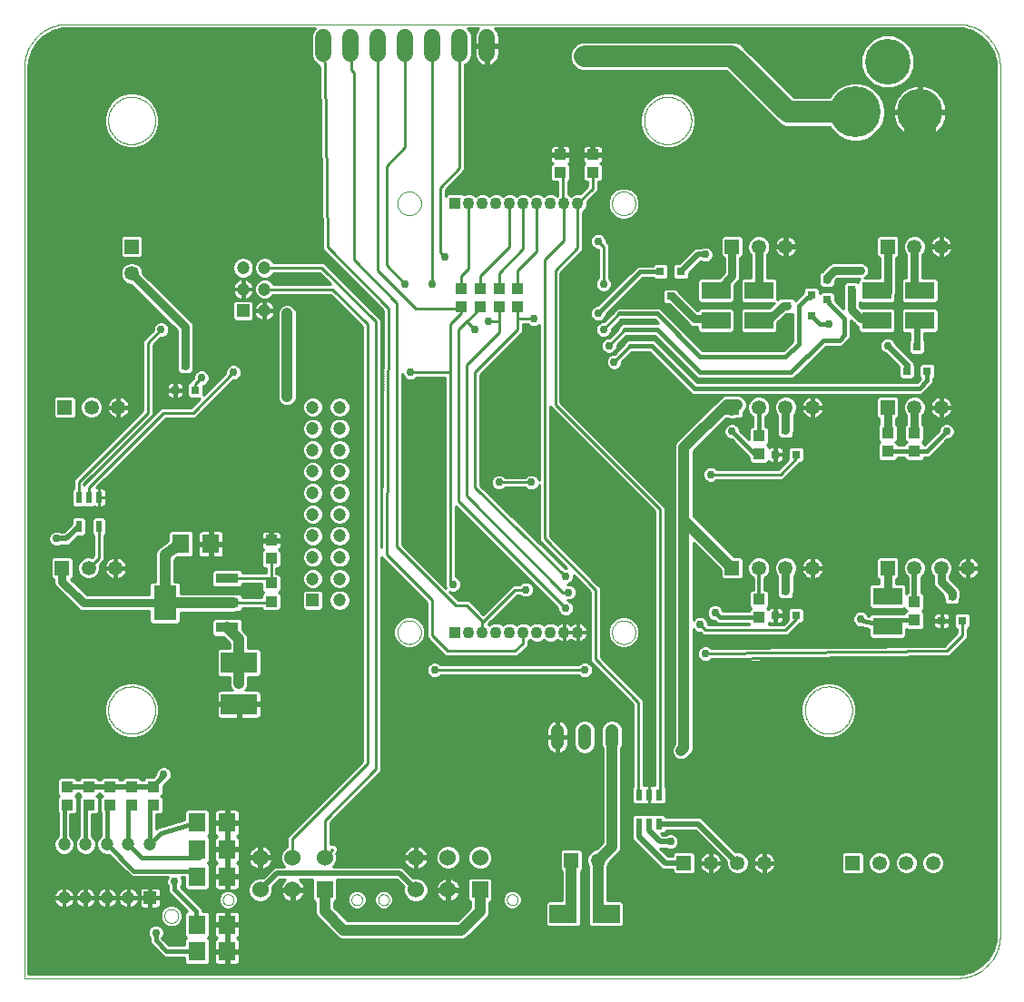
<source format=gbl>
G75*
G70*
%OFA0B0*%
%FSLAX24Y24*%
%IPPOS*%
%LPD*%
%AMOC8*
5,1,8,0,0,1.08239X$1,22.5*
%
%ADD10C,0.0000*%
%ADD11R,0.0433X0.0433*%
%ADD12C,0.0433*%
%ADD13R,0.0472X0.0472*%
%ADD14C,0.0472*%
%ADD15R,0.0433X0.0394*%
%ADD16R,0.0299X0.0299*%
%ADD17R,0.1063X0.0630*%
%ADD18R,0.0531X0.0531*%
%ADD19C,0.0531*%
%ADD20R,0.0236X0.0413*%
%ADD21R,0.0602X0.0602*%
%ADD22C,0.0602*%
%ADD23R,0.0630X0.0709*%
%ADD24R,0.0846X0.1280*%
%ADD25R,0.0846X0.0374*%
%ADD26R,0.1339X0.0748*%
%ADD27C,0.1673*%
%ADD28C,0.1870*%
%ADD29C,0.0480*%
%ADD30R,0.0984X0.0669*%
%ADD31C,0.0600*%
%ADD32C,0.0315*%
%ADD33C,0.0197*%
%ADD34C,0.0297*%
%ADD35C,0.0157*%
%ADD36C,0.0295*%
%ADD37C,0.0236*%
%ADD38C,0.0118*%
%ADD39C,0.0098*%
%ADD40C,0.1181*%
%ADD41C,0.0787*%
%ADD42C,0.0394*%
%ADD43C,0.0376*%
D10*
X000161Y000161D02*
X000161Y033626D01*
X000163Y033703D01*
X000169Y033780D01*
X000178Y033857D01*
X000191Y033933D01*
X000208Y034009D01*
X000229Y034083D01*
X000253Y034157D01*
X000281Y034229D01*
X000312Y034299D01*
X000347Y034368D01*
X000385Y034436D01*
X000426Y034501D01*
X000471Y034564D01*
X000519Y034625D01*
X000569Y034684D01*
X000622Y034740D01*
X000678Y034793D01*
X000737Y034843D01*
X000798Y034891D01*
X000861Y034936D01*
X000926Y034977D01*
X000994Y035015D01*
X001063Y035050D01*
X001133Y035081D01*
X001205Y035109D01*
X001279Y035133D01*
X001353Y035154D01*
X001429Y035171D01*
X001505Y035184D01*
X001582Y035193D01*
X001659Y035199D01*
X001736Y035201D01*
X034413Y035201D01*
X034490Y035199D01*
X034567Y035193D01*
X034644Y035184D01*
X034720Y035171D01*
X034796Y035154D01*
X034870Y035133D01*
X034944Y035109D01*
X035016Y035081D01*
X035086Y035050D01*
X035155Y035015D01*
X035223Y034977D01*
X035288Y034936D01*
X035351Y034891D01*
X035412Y034843D01*
X035471Y034793D01*
X035527Y034740D01*
X035580Y034684D01*
X035630Y034625D01*
X035678Y034564D01*
X035723Y034501D01*
X035764Y034436D01*
X035802Y034368D01*
X035837Y034299D01*
X035868Y034229D01*
X035896Y034157D01*
X035920Y034083D01*
X035941Y034009D01*
X035958Y033933D01*
X035971Y033857D01*
X035980Y033780D01*
X035986Y033703D01*
X035988Y033626D01*
X035988Y001736D01*
X035986Y001659D01*
X035980Y001582D01*
X035971Y001505D01*
X035958Y001429D01*
X035941Y001353D01*
X035920Y001279D01*
X035896Y001205D01*
X035868Y001133D01*
X035837Y001063D01*
X035802Y000994D01*
X035764Y000926D01*
X035723Y000861D01*
X035678Y000798D01*
X035630Y000737D01*
X035580Y000678D01*
X035527Y000622D01*
X035471Y000569D01*
X035412Y000519D01*
X035351Y000471D01*
X035288Y000426D01*
X035223Y000385D01*
X035155Y000347D01*
X035086Y000312D01*
X035016Y000281D01*
X034944Y000253D01*
X034870Y000229D01*
X034796Y000208D01*
X034720Y000191D01*
X034644Y000178D01*
X034567Y000169D01*
X034490Y000163D01*
X034413Y000161D01*
X000161Y000161D01*
X005299Y002445D02*
X005301Y002476D01*
X005307Y002507D01*
X005316Y002537D01*
X005329Y002566D01*
X005346Y002593D01*
X005366Y002617D01*
X005388Y002639D01*
X005414Y002658D01*
X005441Y002674D01*
X005470Y002686D01*
X005500Y002695D01*
X005531Y002700D01*
X005563Y002701D01*
X005594Y002698D01*
X005625Y002691D01*
X005655Y002681D01*
X005683Y002667D01*
X005709Y002649D01*
X005733Y002629D01*
X005754Y002605D01*
X005773Y002580D01*
X005788Y002552D01*
X005799Y002523D01*
X005807Y002492D01*
X005811Y002461D01*
X005811Y002429D01*
X005807Y002398D01*
X005799Y002367D01*
X005788Y002338D01*
X005773Y002310D01*
X005754Y002285D01*
X005733Y002261D01*
X005709Y002241D01*
X005683Y002223D01*
X005655Y002209D01*
X005625Y002199D01*
X005594Y002192D01*
X005563Y002189D01*
X005531Y002190D01*
X005500Y002195D01*
X005470Y002204D01*
X005441Y002216D01*
X005414Y002232D01*
X005388Y002251D01*
X005366Y002273D01*
X005346Y002297D01*
X005329Y002324D01*
X005316Y002353D01*
X005307Y002383D01*
X005301Y002414D01*
X005299Y002445D01*
X007441Y003039D02*
X007443Y003067D01*
X007449Y003094D01*
X007458Y003121D01*
X007472Y003146D01*
X007488Y003168D01*
X007508Y003188D01*
X007530Y003206D01*
X007554Y003220D01*
X007580Y003230D01*
X007607Y003237D01*
X007635Y003240D01*
X007663Y003239D01*
X007691Y003234D01*
X007717Y003225D01*
X007742Y003213D01*
X007766Y003197D01*
X007787Y003179D01*
X007805Y003157D01*
X007819Y003133D01*
X007831Y003108D01*
X007839Y003081D01*
X007843Y003053D01*
X007843Y003025D01*
X007839Y002997D01*
X007831Y002970D01*
X007819Y002945D01*
X007805Y002921D01*
X007787Y002899D01*
X007766Y002881D01*
X007743Y002865D01*
X007717Y002853D01*
X007691Y002844D01*
X007663Y002839D01*
X007635Y002838D01*
X007607Y002841D01*
X007580Y002848D01*
X007554Y002858D01*
X007530Y002872D01*
X007508Y002890D01*
X007488Y002910D01*
X007472Y002932D01*
X007458Y002957D01*
X007449Y002984D01*
X007443Y003011D01*
X007441Y003039D01*
X012165Y003039D02*
X012167Y003067D01*
X012173Y003094D01*
X012182Y003121D01*
X012196Y003146D01*
X012212Y003168D01*
X012232Y003188D01*
X012254Y003206D01*
X012278Y003220D01*
X012304Y003230D01*
X012331Y003237D01*
X012359Y003240D01*
X012387Y003239D01*
X012415Y003234D01*
X012441Y003225D01*
X012466Y003213D01*
X012490Y003197D01*
X012511Y003179D01*
X012529Y003157D01*
X012543Y003133D01*
X012555Y003108D01*
X012563Y003081D01*
X012567Y003053D01*
X012567Y003025D01*
X012563Y002997D01*
X012555Y002970D01*
X012543Y002945D01*
X012529Y002921D01*
X012511Y002899D01*
X012490Y002881D01*
X012467Y002865D01*
X012441Y002853D01*
X012415Y002844D01*
X012387Y002839D01*
X012359Y002838D01*
X012331Y002841D01*
X012304Y002848D01*
X012278Y002858D01*
X012254Y002872D01*
X012232Y002890D01*
X012212Y002910D01*
X012196Y002932D01*
X012182Y002957D01*
X012173Y002984D01*
X012167Y003011D01*
X012165Y003039D01*
X013149Y003039D02*
X013151Y003067D01*
X013157Y003094D01*
X013166Y003121D01*
X013180Y003146D01*
X013196Y003168D01*
X013216Y003188D01*
X013238Y003206D01*
X013262Y003220D01*
X013288Y003230D01*
X013315Y003237D01*
X013343Y003240D01*
X013371Y003239D01*
X013399Y003234D01*
X013425Y003225D01*
X013450Y003213D01*
X013474Y003197D01*
X013495Y003179D01*
X013513Y003157D01*
X013527Y003133D01*
X013539Y003108D01*
X013547Y003081D01*
X013551Y003053D01*
X013551Y003025D01*
X013547Y002997D01*
X013539Y002970D01*
X013527Y002945D01*
X013513Y002921D01*
X013495Y002899D01*
X013474Y002881D01*
X013451Y002865D01*
X013425Y002853D01*
X013399Y002844D01*
X013371Y002839D01*
X013343Y002838D01*
X013315Y002841D01*
X013288Y002848D01*
X013262Y002858D01*
X013238Y002872D01*
X013216Y002890D01*
X013196Y002910D01*
X013180Y002932D01*
X013166Y002957D01*
X013157Y002984D01*
X013151Y003011D01*
X013149Y003039D01*
X017874Y003039D02*
X017876Y003067D01*
X017882Y003094D01*
X017891Y003121D01*
X017905Y003146D01*
X017921Y003168D01*
X017941Y003188D01*
X017963Y003206D01*
X017987Y003220D01*
X018013Y003230D01*
X018040Y003237D01*
X018068Y003240D01*
X018096Y003239D01*
X018124Y003234D01*
X018150Y003225D01*
X018175Y003213D01*
X018199Y003197D01*
X018220Y003179D01*
X018238Y003157D01*
X018252Y003133D01*
X018264Y003108D01*
X018272Y003081D01*
X018276Y003053D01*
X018276Y003025D01*
X018272Y002997D01*
X018264Y002970D01*
X018252Y002945D01*
X018238Y002921D01*
X018220Y002899D01*
X018199Y002881D01*
X018176Y002865D01*
X018150Y002853D01*
X018124Y002844D01*
X018096Y002839D01*
X018068Y002838D01*
X018040Y002841D01*
X018013Y002848D01*
X017987Y002858D01*
X017963Y002872D01*
X017941Y002890D01*
X017921Y002910D01*
X017905Y002932D01*
X017891Y002957D01*
X017882Y002984D01*
X017876Y003011D01*
X017874Y003039D01*
X013858Y012866D02*
X013860Y012907D01*
X013866Y012948D01*
X013876Y012988D01*
X013889Y013027D01*
X013906Y013064D01*
X013927Y013100D01*
X013951Y013134D01*
X013978Y013165D01*
X014007Y013193D01*
X014040Y013219D01*
X014074Y013241D01*
X014111Y013260D01*
X014149Y013275D01*
X014189Y013287D01*
X014229Y013295D01*
X014270Y013299D01*
X014312Y013299D01*
X014353Y013295D01*
X014393Y013287D01*
X014433Y013275D01*
X014471Y013260D01*
X014507Y013241D01*
X014542Y013219D01*
X014575Y013193D01*
X014604Y013165D01*
X014631Y013134D01*
X014655Y013100D01*
X014676Y013064D01*
X014693Y013027D01*
X014706Y012988D01*
X014716Y012948D01*
X014722Y012907D01*
X014724Y012866D01*
X014722Y012825D01*
X014716Y012784D01*
X014706Y012744D01*
X014693Y012705D01*
X014676Y012668D01*
X014655Y012632D01*
X014631Y012598D01*
X014604Y012567D01*
X014575Y012539D01*
X014542Y012513D01*
X014508Y012491D01*
X014471Y012472D01*
X014433Y012457D01*
X014393Y012445D01*
X014353Y012437D01*
X014312Y012433D01*
X014270Y012433D01*
X014229Y012437D01*
X014189Y012445D01*
X014149Y012457D01*
X014111Y012472D01*
X014075Y012491D01*
X014040Y012513D01*
X014007Y012539D01*
X013978Y012567D01*
X013951Y012598D01*
X013927Y012632D01*
X013906Y012668D01*
X013889Y012705D01*
X013876Y012744D01*
X013866Y012784D01*
X013860Y012825D01*
X013858Y012866D01*
X021732Y012866D02*
X021734Y012907D01*
X021740Y012948D01*
X021750Y012988D01*
X021763Y013027D01*
X021780Y013064D01*
X021801Y013100D01*
X021825Y013134D01*
X021852Y013165D01*
X021881Y013193D01*
X021914Y013219D01*
X021948Y013241D01*
X021985Y013260D01*
X022023Y013275D01*
X022063Y013287D01*
X022103Y013295D01*
X022144Y013299D01*
X022186Y013299D01*
X022227Y013295D01*
X022267Y013287D01*
X022307Y013275D01*
X022345Y013260D01*
X022381Y013241D01*
X022416Y013219D01*
X022449Y013193D01*
X022478Y013165D01*
X022505Y013134D01*
X022529Y013100D01*
X022550Y013064D01*
X022567Y013027D01*
X022580Y012988D01*
X022590Y012948D01*
X022596Y012907D01*
X022598Y012866D01*
X022596Y012825D01*
X022590Y012784D01*
X022580Y012744D01*
X022567Y012705D01*
X022550Y012668D01*
X022529Y012632D01*
X022505Y012598D01*
X022478Y012567D01*
X022449Y012539D01*
X022416Y012513D01*
X022382Y012491D01*
X022345Y012472D01*
X022307Y012457D01*
X022267Y012445D01*
X022227Y012437D01*
X022186Y012433D01*
X022144Y012433D01*
X022103Y012437D01*
X022063Y012445D01*
X022023Y012457D01*
X021985Y012472D01*
X021949Y012491D01*
X021914Y012513D01*
X021881Y012539D01*
X021852Y012567D01*
X021825Y012598D01*
X021801Y012632D01*
X021780Y012668D01*
X021763Y012705D01*
X021750Y012744D01*
X021740Y012784D01*
X021734Y012825D01*
X021732Y012866D01*
X028823Y010004D02*
X028825Y010062D01*
X028831Y010121D01*
X028841Y010178D01*
X028854Y010235D01*
X028872Y010291D01*
X028893Y010346D01*
X028918Y010398D01*
X028946Y010450D01*
X028978Y010499D01*
X029013Y010546D01*
X029051Y010590D01*
X029092Y010632D01*
X029136Y010671D01*
X029182Y010706D01*
X029231Y010739D01*
X029282Y010768D01*
X029334Y010794D01*
X029388Y010816D01*
X029444Y010835D01*
X029500Y010849D01*
X029558Y010860D01*
X029616Y010867D01*
X029674Y010870D01*
X029733Y010869D01*
X029791Y010864D01*
X029849Y010855D01*
X029906Y010842D01*
X029962Y010826D01*
X030017Y010805D01*
X030070Y010781D01*
X030122Y010754D01*
X030172Y010723D01*
X030219Y010689D01*
X030264Y010651D01*
X030307Y010611D01*
X030346Y010568D01*
X030383Y010522D01*
X030416Y010474D01*
X030446Y010424D01*
X030473Y010372D01*
X030496Y010318D01*
X030515Y010263D01*
X030531Y010207D01*
X030543Y010150D01*
X030551Y010092D01*
X030555Y010033D01*
X030555Y009975D01*
X030551Y009916D01*
X030543Y009858D01*
X030531Y009801D01*
X030515Y009745D01*
X030496Y009690D01*
X030473Y009636D01*
X030446Y009584D01*
X030416Y009534D01*
X030383Y009486D01*
X030346Y009440D01*
X030307Y009397D01*
X030264Y009357D01*
X030219Y009319D01*
X030172Y009285D01*
X030122Y009254D01*
X030070Y009227D01*
X030017Y009203D01*
X029962Y009182D01*
X029906Y009166D01*
X029849Y009153D01*
X029791Y009144D01*
X029733Y009139D01*
X029674Y009138D01*
X029616Y009141D01*
X029558Y009148D01*
X029500Y009159D01*
X029444Y009173D01*
X029388Y009192D01*
X029334Y009214D01*
X029282Y009240D01*
X029231Y009269D01*
X029182Y009302D01*
X029136Y009337D01*
X029092Y009376D01*
X029051Y009418D01*
X029013Y009462D01*
X028978Y009509D01*
X028946Y009558D01*
X028918Y009610D01*
X028893Y009662D01*
X028872Y009717D01*
X028854Y009773D01*
X028841Y009830D01*
X028831Y009887D01*
X028825Y009946D01*
X028823Y010004D01*
X021732Y028614D02*
X021734Y028655D01*
X021740Y028696D01*
X021750Y028736D01*
X021763Y028775D01*
X021780Y028812D01*
X021801Y028848D01*
X021825Y028882D01*
X021852Y028913D01*
X021881Y028941D01*
X021914Y028967D01*
X021948Y028989D01*
X021985Y029008D01*
X022023Y029023D01*
X022063Y029035D01*
X022103Y029043D01*
X022144Y029047D01*
X022186Y029047D01*
X022227Y029043D01*
X022267Y029035D01*
X022307Y029023D01*
X022345Y029008D01*
X022381Y028989D01*
X022416Y028967D01*
X022449Y028941D01*
X022478Y028913D01*
X022505Y028882D01*
X022529Y028848D01*
X022550Y028812D01*
X022567Y028775D01*
X022580Y028736D01*
X022590Y028696D01*
X022596Y028655D01*
X022598Y028614D01*
X022596Y028573D01*
X022590Y028532D01*
X022580Y028492D01*
X022567Y028453D01*
X022550Y028416D01*
X022529Y028380D01*
X022505Y028346D01*
X022478Y028315D01*
X022449Y028287D01*
X022416Y028261D01*
X022382Y028239D01*
X022345Y028220D01*
X022307Y028205D01*
X022267Y028193D01*
X022227Y028185D01*
X022186Y028181D01*
X022144Y028181D01*
X022103Y028185D01*
X022063Y028193D01*
X022023Y028205D01*
X021985Y028220D01*
X021949Y028239D01*
X021914Y028261D01*
X021881Y028287D01*
X021852Y028315D01*
X021825Y028346D01*
X021801Y028380D01*
X021780Y028416D01*
X021763Y028453D01*
X021750Y028492D01*
X021740Y028532D01*
X021734Y028573D01*
X021732Y028614D01*
X022917Y031657D02*
X022919Y031715D01*
X022925Y031774D01*
X022935Y031831D01*
X022948Y031888D01*
X022966Y031944D01*
X022987Y031999D01*
X023012Y032051D01*
X023040Y032103D01*
X023072Y032152D01*
X023107Y032199D01*
X023145Y032243D01*
X023186Y032285D01*
X023230Y032324D01*
X023276Y032359D01*
X023325Y032392D01*
X023376Y032421D01*
X023428Y032447D01*
X023482Y032469D01*
X023538Y032488D01*
X023594Y032502D01*
X023652Y032513D01*
X023710Y032520D01*
X023768Y032523D01*
X023827Y032522D01*
X023885Y032517D01*
X023943Y032508D01*
X024000Y032495D01*
X024056Y032479D01*
X024111Y032458D01*
X024164Y032434D01*
X024216Y032407D01*
X024266Y032376D01*
X024313Y032342D01*
X024358Y032304D01*
X024401Y032264D01*
X024440Y032221D01*
X024477Y032175D01*
X024510Y032127D01*
X024540Y032077D01*
X024567Y032025D01*
X024590Y031971D01*
X024609Y031916D01*
X024625Y031860D01*
X024637Y031803D01*
X024645Y031745D01*
X024649Y031686D01*
X024649Y031628D01*
X024645Y031569D01*
X024637Y031511D01*
X024625Y031454D01*
X024609Y031398D01*
X024590Y031343D01*
X024567Y031289D01*
X024540Y031237D01*
X024510Y031187D01*
X024477Y031139D01*
X024440Y031093D01*
X024401Y031050D01*
X024358Y031010D01*
X024313Y030972D01*
X024266Y030938D01*
X024216Y030907D01*
X024164Y030880D01*
X024111Y030856D01*
X024056Y030835D01*
X024000Y030819D01*
X023943Y030806D01*
X023885Y030797D01*
X023827Y030792D01*
X023768Y030791D01*
X023710Y030794D01*
X023652Y030801D01*
X023594Y030812D01*
X023538Y030826D01*
X023482Y030845D01*
X023428Y030867D01*
X023376Y030893D01*
X023325Y030922D01*
X023276Y030955D01*
X023230Y030990D01*
X023186Y031029D01*
X023145Y031071D01*
X023107Y031115D01*
X023072Y031162D01*
X023040Y031211D01*
X023012Y031263D01*
X022987Y031315D01*
X022966Y031370D01*
X022948Y031426D01*
X022935Y031483D01*
X022925Y031540D01*
X022919Y031599D01*
X022917Y031657D01*
X013858Y028614D02*
X013860Y028655D01*
X013866Y028696D01*
X013876Y028736D01*
X013889Y028775D01*
X013906Y028812D01*
X013927Y028848D01*
X013951Y028882D01*
X013978Y028913D01*
X014007Y028941D01*
X014040Y028967D01*
X014074Y028989D01*
X014111Y029008D01*
X014149Y029023D01*
X014189Y029035D01*
X014229Y029043D01*
X014270Y029047D01*
X014312Y029047D01*
X014353Y029043D01*
X014393Y029035D01*
X014433Y029023D01*
X014471Y029008D01*
X014507Y028989D01*
X014542Y028967D01*
X014575Y028941D01*
X014604Y028913D01*
X014631Y028882D01*
X014655Y028848D01*
X014676Y028812D01*
X014693Y028775D01*
X014706Y028736D01*
X014716Y028696D01*
X014722Y028655D01*
X014724Y028614D01*
X014722Y028573D01*
X014716Y028532D01*
X014706Y028492D01*
X014693Y028453D01*
X014676Y028416D01*
X014655Y028380D01*
X014631Y028346D01*
X014604Y028315D01*
X014575Y028287D01*
X014542Y028261D01*
X014508Y028239D01*
X014471Y028220D01*
X014433Y028205D01*
X014393Y028193D01*
X014353Y028185D01*
X014312Y028181D01*
X014270Y028181D01*
X014229Y028185D01*
X014189Y028193D01*
X014149Y028205D01*
X014111Y028220D01*
X014075Y028239D01*
X014040Y028261D01*
X014007Y028287D01*
X013978Y028315D01*
X013951Y028346D01*
X013927Y028380D01*
X013906Y028416D01*
X013889Y028453D01*
X013876Y028492D01*
X013866Y028532D01*
X013860Y028573D01*
X013858Y028614D01*
X003232Y031657D02*
X003234Y031715D01*
X003240Y031774D01*
X003250Y031831D01*
X003263Y031888D01*
X003281Y031944D01*
X003302Y031999D01*
X003327Y032051D01*
X003355Y032103D01*
X003387Y032152D01*
X003422Y032199D01*
X003460Y032243D01*
X003501Y032285D01*
X003545Y032324D01*
X003591Y032359D01*
X003640Y032392D01*
X003691Y032421D01*
X003743Y032447D01*
X003797Y032469D01*
X003853Y032488D01*
X003909Y032502D01*
X003967Y032513D01*
X004025Y032520D01*
X004083Y032523D01*
X004142Y032522D01*
X004200Y032517D01*
X004258Y032508D01*
X004315Y032495D01*
X004371Y032479D01*
X004426Y032458D01*
X004479Y032434D01*
X004531Y032407D01*
X004581Y032376D01*
X004628Y032342D01*
X004673Y032304D01*
X004716Y032264D01*
X004755Y032221D01*
X004792Y032175D01*
X004825Y032127D01*
X004855Y032077D01*
X004882Y032025D01*
X004905Y031971D01*
X004924Y031916D01*
X004940Y031860D01*
X004952Y031803D01*
X004960Y031745D01*
X004964Y031686D01*
X004964Y031628D01*
X004960Y031569D01*
X004952Y031511D01*
X004940Y031454D01*
X004924Y031398D01*
X004905Y031343D01*
X004882Y031289D01*
X004855Y031237D01*
X004825Y031187D01*
X004792Y031139D01*
X004755Y031093D01*
X004716Y031050D01*
X004673Y031010D01*
X004628Y030972D01*
X004581Y030938D01*
X004531Y030907D01*
X004479Y030880D01*
X004426Y030856D01*
X004371Y030835D01*
X004315Y030819D01*
X004258Y030806D01*
X004200Y030797D01*
X004142Y030792D01*
X004083Y030791D01*
X004025Y030794D01*
X003967Y030801D01*
X003909Y030812D01*
X003853Y030826D01*
X003797Y030845D01*
X003743Y030867D01*
X003691Y030893D01*
X003640Y030922D01*
X003591Y030955D01*
X003545Y030990D01*
X003501Y031029D01*
X003460Y031071D01*
X003422Y031115D01*
X003387Y031162D01*
X003355Y031211D01*
X003327Y031263D01*
X003302Y031315D01*
X003281Y031370D01*
X003263Y031426D01*
X003250Y031483D01*
X003240Y031540D01*
X003234Y031599D01*
X003232Y031657D01*
X003232Y010004D02*
X003234Y010062D01*
X003240Y010121D01*
X003250Y010178D01*
X003263Y010235D01*
X003281Y010291D01*
X003302Y010346D01*
X003327Y010398D01*
X003355Y010450D01*
X003387Y010499D01*
X003422Y010546D01*
X003460Y010590D01*
X003501Y010632D01*
X003545Y010671D01*
X003591Y010706D01*
X003640Y010739D01*
X003691Y010768D01*
X003743Y010794D01*
X003797Y010816D01*
X003853Y010835D01*
X003909Y010849D01*
X003967Y010860D01*
X004025Y010867D01*
X004083Y010870D01*
X004142Y010869D01*
X004200Y010864D01*
X004258Y010855D01*
X004315Y010842D01*
X004371Y010826D01*
X004426Y010805D01*
X004479Y010781D01*
X004531Y010754D01*
X004581Y010723D01*
X004628Y010689D01*
X004673Y010651D01*
X004716Y010611D01*
X004755Y010568D01*
X004792Y010522D01*
X004825Y010474D01*
X004855Y010424D01*
X004882Y010372D01*
X004905Y010318D01*
X004924Y010263D01*
X004940Y010207D01*
X004952Y010150D01*
X004960Y010092D01*
X004964Y010033D01*
X004964Y009975D01*
X004960Y009916D01*
X004952Y009858D01*
X004940Y009801D01*
X004924Y009745D01*
X004905Y009690D01*
X004882Y009636D01*
X004855Y009584D01*
X004825Y009534D01*
X004792Y009486D01*
X004755Y009440D01*
X004716Y009397D01*
X004673Y009357D01*
X004628Y009319D01*
X004581Y009285D01*
X004531Y009254D01*
X004479Y009227D01*
X004426Y009203D01*
X004371Y009182D01*
X004315Y009166D01*
X004258Y009153D01*
X004200Y009144D01*
X004142Y009139D01*
X004083Y009138D01*
X004025Y009141D01*
X003967Y009148D01*
X003909Y009159D01*
X003853Y009173D01*
X003797Y009192D01*
X003743Y009214D01*
X003691Y009240D01*
X003640Y009269D01*
X003591Y009302D01*
X003545Y009337D01*
X003501Y009376D01*
X003460Y009418D01*
X003422Y009462D01*
X003387Y009509D01*
X003355Y009558D01*
X003327Y009610D01*
X003302Y009662D01*
X003281Y009717D01*
X003263Y009773D01*
X003250Y009830D01*
X003240Y009887D01*
X003234Y009946D01*
X003232Y010004D01*
D11*
X015978Y012866D03*
X015978Y028614D03*
D12*
X016478Y028614D03*
X016978Y028614D03*
X017478Y028614D03*
X017978Y028614D03*
X018478Y028614D03*
X018978Y028614D03*
X019478Y028614D03*
X019978Y028614D03*
X020478Y028614D03*
X020478Y012866D03*
X019978Y012866D03*
X019478Y012866D03*
X018978Y012866D03*
X018478Y012866D03*
X017978Y012866D03*
X017478Y012866D03*
X016978Y012866D03*
X016478Y012866D03*
D13*
X010748Y014047D03*
X008189Y024677D03*
X004768Y003114D03*
D14*
X003980Y003114D03*
X003193Y003114D03*
X002405Y003114D03*
X001618Y003114D03*
X001618Y005083D03*
X002405Y005083D03*
X003193Y005083D03*
X003980Y005083D03*
X004768Y005083D03*
X011732Y014047D03*
X011732Y014834D03*
X011732Y015622D03*
X011732Y016409D03*
X011732Y017197D03*
X011732Y017984D03*
X011732Y018771D03*
X011732Y019559D03*
X011732Y020346D03*
X011732Y021134D03*
X010748Y021134D03*
X010748Y020346D03*
X010748Y019559D03*
X010748Y018771D03*
X010748Y017984D03*
X010748Y017197D03*
X010748Y016409D03*
X010748Y015622D03*
X010748Y014834D03*
X008976Y024677D03*
X008976Y025464D03*
X008189Y025464D03*
X008189Y026252D03*
X008976Y026252D03*
D15*
X016205Y025496D03*
X016205Y024827D03*
X016894Y024827D03*
X016894Y025496D03*
X017583Y025496D03*
X017583Y024827D03*
X018271Y024827D03*
X018271Y025496D03*
X019846Y029748D03*
X019846Y030417D03*
X021027Y030417D03*
X021027Y029748D03*
X027130Y020083D03*
X027130Y019413D03*
X031854Y019512D03*
X031854Y020181D03*
X032838Y020181D03*
X032838Y019512D03*
X032838Y013980D03*
X032838Y013311D03*
X027130Y013409D03*
X027130Y014079D03*
X009216Y014000D03*
X009216Y014669D03*
X009216Y015575D03*
X009216Y016244D03*
X004886Y007189D03*
X004886Y006520D03*
X004098Y006520D03*
X004098Y007189D03*
X003311Y007189D03*
X003311Y006520D03*
X002523Y006520D03*
X002523Y007189D03*
X001736Y007189D03*
X001736Y006520D03*
D16*
X005693Y021758D03*
X006441Y021758D03*
X006067Y022659D03*
X023508Y026104D03*
X024256Y026104D03*
X023882Y025203D03*
X028155Y024866D03*
X029057Y024492D03*
X029632Y025083D03*
X029057Y025240D03*
X029632Y025831D03*
X030533Y025457D03*
X032937Y023348D03*
X033311Y022447D03*
X032563Y022447D03*
X028488Y019396D03*
X027740Y019396D03*
X028114Y020297D03*
X028114Y014392D03*
X027740Y013490D03*
X028488Y013490D03*
X033842Y013293D03*
X034590Y013293D03*
X034216Y014195D03*
D17*
X031854Y014197D03*
X031854Y013094D03*
X031460Y024315D03*
X031460Y025417D03*
X033035Y025417D03*
X033035Y024315D03*
X027130Y024315D03*
X027130Y025417D03*
X025555Y025417D03*
X025555Y024315D03*
D18*
X026146Y027031D03*
X031854Y027031D03*
X031854Y021126D03*
X026146Y021126D03*
X026146Y015220D03*
X031854Y015220D03*
X030575Y004394D03*
X024374Y004394D03*
X020240Y004492D03*
X001539Y015220D03*
X001638Y021126D03*
X004098Y027031D03*
D19*
X004098Y026047D03*
X003606Y021126D03*
X002622Y021126D03*
X002523Y015220D03*
X003508Y015220D03*
X021224Y004492D03*
X025358Y004394D03*
X026342Y004394D03*
X027327Y004394D03*
X031559Y004394D03*
X032543Y004394D03*
X033527Y004394D03*
X033823Y015220D03*
X032838Y015220D03*
X034807Y015220D03*
X029098Y015220D03*
X028114Y015220D03*
X027130Y015220D03*
X027130Y021126D03*
X028114Y021126D03*
X029098Y021126D03*
X032838Y021126D03*
X033823Y021126D03*
X033823Y027031D03*
X032838Y027031D03*
X028114Y027031D03*
X027130Y027031D03*
D20*
X023468Y006894D03*
X023094Y006894D03*
X022720Y006894D03*
X022720Y005831D03*
X023094Y005831D03*
X023468Y005831D03*
X002897Y016756D03*
X002149Y016756D03*
X002149Y017819D03*
X002523Y017819D03*
X002897Y017819D03*
D21*
X011185Y003409D03*
X016894Y003409D03*
D22*
X016894Y004590D03*
X015712Y004590D03*
X014531Y004590D03*
X014531Y003409D03*
X015712Y003409D03*
X011185Y004590D03*
X010004Y004590D03*
X010004Y003409D03*
X008823Y003409D03*
X008823Y004590D03*
D23*
X007602Y004886D03*
X007602Y005870D03*
X006500Y005870D03*
X006500Y004886D03*
X006500Y003901D03*
X007602Y003901D03*
X007602Y002130D03*
X007602Y001146D03*
X006500Y001146D03*
X006500Y002130D03*
X007012Y016106D03*
X005909Y016106D03*
D24*
X005319Y013941D03*
D25*
X007602Y013941D03*
X007602Y013035D03*
X007602Y014846D03*
D26*
X008035Y011756D03*
X008035Y010220D03*
D27*
X033035Y031972D03*
X031854Y033823D03*
D28*
X030673Y031972D03*
D29*
X021732Y009260D02*
X021732Y008780D01*
X020732Y008780D02*
X020732Y009260D01*
X019732Y009260D02*
X019732Y008780D01*
D30*
X019945Y002523D03*
X021520Y002523D03*
D31*
X017138Y034113D02*
X017138Y034713D01*
X016138Y034713D02*
X016138Y034113D01*
X015138Y034113D02*
X015138Y034713D01*
X014138Y034713D02*
X014138Y034113D01*
X013138Y034113D02*
X013138Y034713D01*
X012138Y034713D02*
X012138Y034113D01*
X011138Y034113D02*
X011138Y034713D01*
D32*
X004098Y026047D02*
X006067Y024079D01*
X006067Y022659D01*
X028114Y021224D02*
X028114Y021126D01*
X028114Y020297D01*
X031854Y020181D02*
X031854Y021126D01*
X032838Y021126D02*
X032838Y020181D01*
X031854Y015319D02*
X031854Y015220D01*
X031854Y014197D01*
X033823Y014728D02*
X033823Y015220D01*
X033823Y014728D02*
X034216Y014334D01*
X034216Y014195D01*
X028114Y014392D02*
X028114Y015220D01*
D33*
X032838Y015220D02*
X032838Y013980D01*
X024905Y005831D02*
X026342Y004394D01*
X024905Y005831D02*
X023468Y005831D01*
X023094Y005831D02*
X023094Y005575D01*
X023488Y005181D01*
X023882Y005181D01*
X023685Y004394D02*
X024374Y004394D01*
X023685Y004394D02*
X022720Y005358D01*
X022720Y005831D01*
X014531Y003409D02*
X013921Y004020D01*
X009433Y004020D01*
X008823Y003409D01*
X004886Y007189D02*
X005279Y007583D01*
X005279Y007642D01*
X004886Y007189D02*
X004098Y007189D01*
X003311Y007189D01*
X002523Y007189D01*
X001736Y007189D01*
X001697Y016303D02*
X001342Y016303D01*
X001697Y016303D02*
X002149Y016756D01*
X022799Y020338D02*
X022897Y020437D01*
X022996Y020437D01*
X024256Y026104D02*
X024888Y026736D01*
X025161Y026736D01*
D34*
X025161Y026736D03*
X021618Y023390D03*
X021421Y023980D03*
X021224Y024571D03*
X020831Y025358D03*
X021421Y025653D03*
X021224Y027228D03*
X018862Y024374D03*
X017189Y024275D03*
X016697Y023980D03*
X015122Y025653D03*
X014138Y025653D03*
X015614Y026638D03*
X014334Y022405D03*
X014827Y019354D03*
X017386Y019354D03*
X017583Y018370D03*
X018764Y018370D03*
X017484Y021027D03*
X021815Y022799D03*
X022405Y019846D03*
X025358Y018665D03*
X026146Y020240D03*
X029689Y024177D03*
X030870Y026146D03*
X031854Y023390D03*
X034020Y020240D03*
X030870Y013350D03*
X025516Y013586D03*
X024964Y013153D03*
X025161Y012071D03*
X024275Y008527D03*
X023882Y005181D03*
X020732Y011480D03*
X020043Y013744D03*
X020142Y014334D03*
X020043Y014925D03*
X018567Y014433D03*
X015909Y014630D03*
X015220Y011480D03*
X012268Y019157D03*
X007838Y022405D03*
X006657Y022209D03*
X005181Y023980D03*
X001342Y016303D03*
X005279Y007642D03*
X005673Y003705D03*
X004984Y001834D03*
X008232Y033527D03*
X007642Y034512D03*
X008921Y034512D03*
X020732Y034020D03*
D35*
X025161Y026736D02*
X025201Y026736D01*
X023508Y026104D02*
X022758Y026104D01*
X021224Y024571D01*
X022012Y024571D02*
X023390Y024571D01*
X024964Y022996D01*
X028114Y022996D01*
X028586Y023468D01*
X028586Y024846D01*
X028901Y025161D01*
X029011Y025161D01*
X029036Y025186D01*
X029632Y025083D02*
X029689Y025025D01*
X029689Y024964D01*
X030279Y024374D01*
X030279Y023783D01*
X030083Y023586D01*
X029492Y023586D01*
X028311Y022405D01*
X024964Y022405D01*
X023390Y023980D01*
X022209Y023980D01*
X022405Y023390D02*
X023193Y023390D01*
X024768Y021815D01*
X033016Y021815D01*
X033311Y022110D01*
X033311Y022447D01*
X034020Y020240D02*
X033291Y019512D01*
X032838Y019512D01*
X031854Y019512D01*
X027130Y019413D02*
X026972Y019413D01*
X026146Y020240D01*
X027130Y020083D02*
X027130Y021126D01*
X029372Y024177D02*
X029689Y024177D01*
X029372Y024177D02*
X029057Y024492D01*
X027130Y013409D02*
X025693Y013409D01*
X025516Y013586D01*
X030870Y013350D02*
X030949Y013271D01*
X031854Y013094D01*
X031894Y013311D01*
X032838Y013311D01*
X017484Y021027D02*
X017287Y021224D01*
X009413Y033134D02*
X007248Y033134D01*
X007248Y035022D01*
X009413Y035022D01*
X009413Y033134D01*
X009413Y033238D02*
X007248Y033238D01*
X007248Y033394D02*
X009413Y033394D01*
X009413Y033550D02*
X007248Y033550D01*
X007248Y033706D02*
X009413Y033706D01*
X009413Y033862D02*
X007248Y033862D01*
X007248Y034018D02*
X009413Y034018D01*
X009413Y034174D02*
X007248Y034174D01*
X007248Y034330D02*
X009413Y034330D01*
X009413Y034486D02*
X007248Y034486D01*
X007248Y034642D02*
X009413Y034642D01*
X009413Y034799D02*
X007248Y034799D01*
X007248Y034955D02*
X009413Y034955D01*
X004886Y006520D02*
X004768Y006401D01*
X004768Y005083D01*
X005161Y005476D01*
X006500Y005870D01*
X006500Y004886D02*
X006480Y004669D01*
X006559Y004590D01*
X004472Y004590D01*
X003980Y005083D01*
X003980Y006401D01*
X004098Y006520D01*
X003311Y006520D02*
X003193Y006401D01*
X003193Y005083D01*
X004177Y004098D01*
X006460Y004098D01*
X006480Y004079D01*
X006500Y003901D01*
X005673Y003705D02*
X005673Y003409D01*
X006460Y002622D01*
X006460Y002169D01*
X006500Y002130D01*
X006500Y001146D02*
X006559Y001146D01*
X006500Y001146D02*
X005378Y001146D01*
X004984Y001539D01*
X004984Y001834D01*
X002405Y005083D02*
X002405Y006401D01*
X002523Y006520D01*
X001736Y006520D02*
X001618Y006401D01*
X001618Y005083D01*
D36*
X002327Y013941D02*
X001539Y014728D01*
X001539Y015220D01*
X002327Y013941D02*
X005319Y013941D01*
X023882Y025203D02*
X023939Y025203D01*
X024768Y024374D01*
X025496Y024374D01*
X025555Y024315D01*
X025555Y025358D02*
X025555Y025417D01*
X025555Y025358D02*
X026146Y025949D01*
X026146Y027031D01*
X027130Y027031D02*
X027130Y025417D01*
X027130Y025358D01*
X027189Y024374D02*
X027130Y024315D01*
X027189Y024374D02*
X027523Y024374D01*
X028016Y024866D01*
X028155Y024866D01*
X029632Y025831D02*
X029632Y025892D01*
X029886Y026146D01*
X030870Y026146D01*
X030533Y025457D02*
X030533Y024710D01*
X030870Y024374D01*
X031401Y024374D01*
X031460Y024315D01*
X031520Y025358D02*
X031460Y025417D01*
X031520Y025358D02*
X031854Y025358D01*
X031854Y027031D01*
X032838Y027031D02*
X032838Y025614D01*
X033035Y025417D01*
D37*
X033035Y024315D02*
X032937Y024216D01*
X032937Y023348D01*
X032563Y022681D02*
X031854Y023390D01*
X032563Y022681D02*
X032563Y022447D01*
D38*
X027130Y015220D02*
X027130Y014079D01*
X022405Y019846D02*
X022405Y020043D01*
D39*
X021793Y019361D02*
X024028Y019361D01*
X024028Y019264D02*
X021890Y019264D01*
X021987Y019167D02*
X024028Y019167D01*
X024028Y019070D02*
X022084Y019070D01*
X022181Y018973D02*
X024028Y018973D01*
X024028Y018876D02*
X022278Y018876D01*
X022375Y018779D02*
X024028Y018779D01*
X024028Y018682D02*
X022472Y018682D01*
X022569Y018585D02*
X024028Y018585D01*
X024028Y018488D02*
X022666Y018488D01*
X022763Y018391D02*
X024028Y018391D01*
X024028Y018294D02*
X022860Y018294D01*
X022957Y018197D02*
X024028Y018197D01*
X024028Y018100D02*
X023054Y018100D01*
X023151Y018003D02*
X024028Y018003D01*
X024028Y017906D02*
X023248Y017906D01*
X023345Y017810D02*
X024028Y017810D01*
X024028Y017713D02*
X023442Y017713D01*
X023539Y017616D02*
X024028Y017616D01*
X024028Y017519D02*
X023636Y017519D01*
X023686Y017468D02*
X023570Y017584D01*
X019848Y021306D01*
X019848Y026063D01*
X020560Y026776D01*
X020677Y026892D01*
X020677Y028300D01*
X020685Y028304D01*
X020788Y028407D01*
X020844Y028541D01*
X020844Y028687D01*
X020840Y028696D01*
X021110Y028965D01*
X021226Y029081D01*
X021226Y029402D01*
X021306Y029402D01*
X021393Y029489D01*
X021393Y030006D01*
X021312Y030087D01*
X021336Y030101D01*
X021363Y030129D01*
X021383Y030163D01*
X021393Y030201D01*
X021393Y030368D01*
X021077Y030368D01*
X021077Y030466D01*
X021393Y030466D01*
X021393Y030634D01*
X021383Y030672D01*
X021363Y030706D01*
X021336Y030733D01*
X021301Y030753D01*
X021264Y030763D01*
X021076Y030763D01*
X021076Y030466D01*
X020978Y030466D01*
X020978Y030368D01*
X020662Y030368D01*
X020662Y030201D01*
X020672Y030163D01*
X020691Y030129D01*
X020719Y030101D01*
X020743Y030087D01*
X020662Y030006D01*
X020662Y029489D01*
X020749Y029402D01*
X020829Y029402D01*
X020829Y029245D01*
X020560Y028976D01*
X020551Y028980D01*
X020405Y028980D01*
X020271Y028924D01*
X020228Y028881D01*
X020185Y028924D01*
X020143Y028942D01*
X020143Y029420D01*
X020212Y029489D01*
X020212Y030006D01*
X020131Y030087D01*
X020154Y030101D01*
X020182Y030129D01*
X020202Y030163D01*
X020212Y030201D01*
X020212Y030368D01*
X019896Y030368D01*
X019896Y030466D01*
X020212Y030466D01*
X020212Y030634D01*
X020202Y030672D01*
X020182Y030706D01*
X020154Y030733D01*
X020120Y030753D01*
X020082Y030763D01*
X019895Y030763D01*
X019895Y030466D01*
X019797Y030466D01*
X019797Y030368D01*
X019481Y030368D01*
X019481Y030201D01*
X019491Y030163D01*
X019510Y030129D01*
X019538Y030101D01*
X019561Y030087D01*
X019481Y030006D01*
X019481Y029489D01*
X019568Y029402D01*
X019746Y029402D01*
X019746Y028899D01*
X019728Y028881D01*
X019685Y028924D01*
X019551Y028980D01*
X019405Y028980D01*
X019271Y028924D01*
X019228Y028881D01*
X019185Y028924D01*
X019051Y028980D01*
X018905Y028980D01*
X018771Y028924D01*
X018728Y028881D01*
X018685Y028924D01*
X018551Y028980D01*
X018405Y028980D01*
X018271Y028924D01*
X018228Y028881D01*
X018185Y028924D01*
X018051Y028980D01*
X017905Y028980D01*
X017771Y028924D01*
X017728Y028881D01*
X017685Y028924D01*
X017551Y028980D01*
X017405Y028980D01*
X017271Y028924D01*
X017228Y028881D01*
X017185Y028924D01*
X017051Y028980D01*
X016905Y028980D01*
X016771Y028924D01*
X016728Y028881D01*
X016685Y028924D01*
X016551Y028980D01*
X016405Y028980D01*
X016300Y028936D01*
X016256Y028980D01*
X015700Y028980D01*
X015616Y028895D01*
X015616Y029114D01*
X016336Y029835D01*
X016336Y029999D01*
X016336Y033709D01*
X016392Y033732D01*
X016518Y033859D01*
X016587Y034024D01*
X016587Y034803D01*
X016518Y034968D01*
X016435Y035051D01*
X016841Y035051D01*
X016795Y035006D01*
X016753Y034949D01*
X016721Y034886D01*
X016699Y034818D01*
X016688Y034749D01*
X016688Y034462D01*
X017088Y034462D01*
X017088Y034364D01*
X016688Y034364D01*
X016688Y034078D01*
X016699Y034008D01*
X016721Y033941D01*
X016753Y033878D01*
X016795Y033821D01*
X016845Y033771D01*
X016902Y033729D01*
X016965Y033697D01*
X017032Y033675D01*
X017088Y033666D01*
X017088Y034364D01*
X017187Y034364D01*
X017187Y034462D01*
X017587Y034462D01*
X017587Y034749D01*
X017576Y034818D01*
X017554Y034886D01*
X017522Y034949D01*
X017480Y035006D01*
X017435Y035051D01*
X034413Y035051D01*
X034599Y035039D01*
X034959Y034943D01*
X035281Y034757D01*
X035544Y034494D01*
X035730Y034171D01*
X035827Y033812D01*
X035839Y033626D01*
X035839Y033593D01*
X035839Y033564D01*
X035839Y001736D01*
X035827Y001550D01*
X035730Y001190D01*
X035544Y000868D01*
X035281Y000605D01*
X034959Y000419D01*
X034599Y000323D01*
X034413Y000310D01*
X034351Y000310D01*
X000310Y000310D01*
X000310Y033626D01*
X000323Y033812D01*
X000419Y034171D01*
X000605Y034494D01*
X000868Y034757D01*
X001191Y034943D01*
X001550Y035039D01*
X001736Y035051D01*
X001782Y035051D01*
X001798Y035051D01*
X010841Y035051D01*
X010757Y034968D01*
X010688Y034803D01*
X010688Y034024D01*
X010757Y033859D01*
X010883Y033732D01*
X010980Y033692D01*
X010987Y033572D01*
X011085Y027030D01*
X011085Y026949D01*
X011086Y026948D01*
X011086Y026946D01*
X011144Y026890D01*
X013348Y024686D01*
X013253Y015996D01*
X013253Y024358D01*
X013137Y024474D01*
X011161Y026450D01*
X010996Y026450D01*
X009311Y026450D01*
X009303Y026470D01*
X009195Y026579D01*
X009053Y026637D01*
X008900Y026637D01*
X008758Y026579D01*
X008649Y026470D01*
X008591Y026328D01*
X008591Y026175D01*
X008649Y026033D01*
X008758Y025925D01*
X008900Y025866D01*
X009053Y025866D01*
X009195Y025925D01*
X009303Y026033D01*
X009311Y026053D01*
X010996Y026053D01*
X011387Y025663D01*
X009311Y025663D01*
X009303Y025683D01*
X009195Y025791D01*
X009053Y025850D01*
X008900Y025850D01*
X008758Y025791D01*
X008649Y025683D01*
X008591Y025541D01*
X008591Y025388D01*
X008649Y025246D01*
X008758Y025138D01*
X008900Y025079D01*
X009053Y025079D01*
X009195Y025138D01*
X009303Y025246D01*
X009311Y025266D01*
X011390Y025266D01*
X012561Y024095D01*
X012561Y008117D01*
X009922Y005478D01*
X009922Y005478D01*
X009805Y005362D01*
X009805Y004996D01*
X009749Y004972D01*
X009622Y004846D01*
X009553Y004680D01*
X009553Y004501D01*
X009622Y004335D01*
X009690Y004267D01*
X009384Y004267D01*
X009293Y004229D01*
X009223Y004160D01*
X008920Y003857D01*
X008912Y003860D01*
X008733Y003860D01*
X008568Y003791D01*
X008441Y003664D01*
X008372Y003499D01*
X008372Y003320D01*
X008441Y003154D01*
X008568Y003027D01*
X008733Y002959D01*
X008912Y002959D01*
X009078Y003027D01*
X009204Y003154D01*
X009273Y003320D01*
X009273Y003499D01*
X009270Y003506D01*
X009535Y003772D01*
X009737Y003772D01*
X009710Y003753D01*
X009660Y003703D01*
X009619Y003645D01*
X009586Y003582D01*
X009564Y003515D01*
X009556Y003458D01*
X009954Y003458D01*
X009273Y003458D01*
X009273Y003361D02*
X009954Y003361D01*
X009954Y003360D02*
X009556Y003360D01*
X009564Y003304D01*
X009586Y003236D01*
X009619Y003173D01*
X009660Y003116D01*
X009710Y003066D01*
X009768Y003024D01*
X009831Y002992D01*
X009898Y002970D01*
X009955Y002961D01*
X009955Y003360D01*
X010053Y003360D01*
X010053Y002961D01*
X010109Y002970D01*
X010177Y002992D01*
X010240Y003024D01*
X010297Y003066D01*
X010347Y003116D01*
X010389Y003173D01*
X010421Y003236D01*
X010443Y003304D01*
X010452Y003360D01*
X010053Y003360D01*
X010053Y003458D01*
X010734Y003458D01*
X010734Y003361D02*
X010053Y003361D01*
X010053Y003264D02*
X009955Y003264D01*
X009954Y003360D02*
X009954Y003458D01*
X010053Y003458D02*
X010452Y003458D01*
X010443Y003515D01*
X010421Y003582D01*
X010389Y003645D01*
X010347Y003703D01*
X010297Y003753D01*
X010271Y003772D01*
X010734Y003772D01*
X010734Y003046D01*
X010822Y002959D01*
X010839Y002959D01*
X010839Y002691D01*
X010839Y002553D01*
X010891Y002426D01*
X011580Y001737D01*
X011678Y001640D01*
X011805Y001587D01*
X016136Y001587D01*
X016273Y001587D01*
X016401Y001640D01*
X017090Y002329D01*
X017187Y002426D01*
X017240Y002553D01*
X017240Y002959D01*
X017256Y002959D01*
X017344Y003046D01*
X017344Y003772D01*
X017256Y003860D01*
X016531Y003860D01*
X016443Y003772D01*
X016443Y003046D01*
X016531Y002959D01*
X016547Y002959D01*
X016547Y002765D01*
X016061Y002279D01*
X012017Y002279D01*
X011531Y002765D01*
X011531Y002959D01*
X011548Y002959D01*
X011635Y003046D01*
X011635Y003772D01*
X013819Y003772D01*
X014084Y003506D01*
X014081Y003499D01*
X014081Y003320D01*
X014149Y003154D01*
X014276Y003027D01*
X014442Y002959D01*
X014621Y002959D01*
X014786Y003027D01*
X014913Y003154D01*
X014982Y003320D01*
X014982Y003499D01*
X014913Y003664D01*
X014786Y003791D01*
X014621Y003860D01*
X014442Y003860D01*
X014434Y003857D01*
X014061Y004229D01*
X013970Y004267D01*
X013872Y004267D01*
X011499Y004267D01*
X011567Y004335D01*
X011635Y004501D01*
X011635Y004680D01*
X011612Y004737D01*
X011679Y004803D01*
X011679Y004968D01*
X011562Y005084D01*
X011398Y005084D01*
X011383Y005069D01*
X011383Y005886D01*
X013253Y007756D01*
X013253Y007921D01*
X013253Y015627D01*
X013308Y015573D01*
X013364Y015515D01*
X013366Y015515D01*
X014923Y013957D01*
X014923Y012842D01*
X014923Y012677D01*
X015514Y012087D01*
X015630Y011971D01*
X018255Y011971D01*
X018371Y012087D01*
X018550Y012266D01*
X018551Y012266D01*
X018667Y012382D01*
X018667Y012548D01*
X018685Y012556D01*
X018728Y012599D01*
X018771Y012556D01*
X018905Y012500D01*
X019051Y012500D01*
X019185Y012556D01*
X019228Y012599D01*
X019271Y012556D01*
X019405Y012500D01*
X019551Y012500D01*
X019685Y012556D01*
X019728Y012599D01*
X019745Y012582D01*
X019805Y012542D01*
X019871Y012514D01*
X019942Y012500D01*
X019958Y012500D01*
X019958Y012846D01*
X019998Y012846D01*
X019998Y012500D01*
X020014Y012500D01*
X020085Y012514D01*
X020151Y012542D01*
X020211Y012582D01*
X020228Y012599D01*
X020245Y012582D01*
X020305Y012542D01*
X020371Y012514D01*
X020442Y012500D01*
X020458Y012500D01*
X020458Y012846D01*
X020112Y012846D01*
X019998Y012846D01*
X019998Y012886D01*
X019958Y012886D01*
X019958Y013232D01*
X019942Y013232D01*
X019871Y013218D01*
X019805Y013190D01*
X019745Y013150D01*
X019728Y013133D01*
X019685Y013176D01*
X019551Y013232D01*
X019405Y013232D01*
X019271Y013176D01*
X019228Y013133D01*
X019185Y013176D01*
X019051Y013232D01*
X018905Y013232D01*
X018771Y013176D01*
X018728Y013133D01*
X018685Y013176D01*
X018551Y013232D01*
X018405Y013232D01*
X018271Y013176D01*
X018228Y013133D01*
X018185Y013176D01*
X018051Y013232D01*
X017905Y013232D01*
X017771Y013176D01*
X017728Y013133D01*
X017685Y013176D01*
X017551Y013232D01*
X017405Y013232D01*
X017271Y013176D01*
X017228Y013133D01*
X017191Y013170D01*
X018255Y014234D01*
X018344Y014234D01*
X018398Y014180D01*
X018507Y014135D01*
X018626Y014135D01*
X018736Y014180D01*
X018819Y014264D01*
X018865Y014374D01*
X018865Y014492D01*
X018819Y014602D01*
X018736Y014685D01*
X018626Y014731D01*
X018507Y014731D01*
X018398Y014685D01*
X018344Y014631D01*
X018255Y014631D01*
X018091Y014631D01*
X016992Y013532D01*
X016484Y014041D01*
X016319Y014041D01*
X016090Y014041D01*
X015763Y014368D01*
X015850Y014332D01*
X015969Y014332D01*
X016078Y014377D01*
X016162Y014461D01*
X016207Y014570D01*
X016207Y014689D01*
X016162Y014799D01*
X016078Y014882D01*
X016009Y014911D01*
X016009Y017497D01*
X019745Y013761D01*
X019745Y013685D01*
X019791Y013575D01*
X019874Y013491D01*
X019984Y013446D01*
X020102Y013446D01*
X020212Y013491D01*
X020296Y013575D01*
X020341Y013685D01*
X020341Y013803D01*
X020296Y013913D01*
X020212Y013996D01*
X020115Y014037D01*
X020201Y014037D01*
X020310Y014082D01*
X020394Y014166D01*
X020439Y014275D01*
X020439Y014394D01*
X020394Y014503D01*
X020310Y014587D01*
X020201Y014632D01*
X020115Y014632D01*
X020212Y014672D01*
X020296Y014756D01*
X020341Y014866D01*
X020341Y014937D01*
X020927Y014351D01*
X020927Y011956D01*
X020927Y011792D01*
X022502Y010217D01*
X022502Y007211D01*
X022453Y007162D01*
X022453Y006625D01*
X022540Y006538D01*
X022900Y006538D01*
X022913Y006551D01*
X022919Y006548D01*
X022957Y006538D01*
X023084Y006538D01*
X023084Y006883D01*
X023104Y006883D01*
X023104Y006538D01*
X023232Y006538D01*
X023270Y006548D01*
X023275Y006551D01*
X023288Y006538D01*
X023648Y006538D01*
X023736Y006625D01*
X023736Y007162D01*
X023686Y007211D01*
X023686Y017468D01*
X023686Y017422D02*
X024028Y017422D01*
X024028Y017325D02*
X023686Y017325D01*
X023686Y017228D02*
X024028Y017228D01*
X024028Y017131D02*
X023686Y017131D01*
X023686Y017034D02*
X024028Y017034D01*
X024028Y017061D02*
X024028Y008769D01*
X023982Y008723D01*
X023929Y008596D01*
X023929Y008459D01*
X023982Y008331D01*
X024079Y008234D01*
X024207Y008181D01*
X024344Y008181D01*
X024471Y008234D01*
X024570Y008332D01*
X024667Y008430D01*
X024720Y008557D01*
X024720Y012977D01*
X024796Y012901D01*
X024905Y012855D01*
X024982Y012855D01*
X025079Y012758D01*
X028032Y012758D01*
X028196Y012758D01*
X028590Y013152D01*
X028629Y013191D01*
X028699Y013191D01*
X028787Y013279D01*
X028787Y013701D01*
X028699Y013789D01*
X028277Y013789D01*
X028189Y013701D01*
X028189Y013312D01*
X028032Y013155D01*
X027495Y013155D01*
X027495Y013224D01*
X027499Y013221D01*
X027533Y013201D01*
X027571Y013191D01*
X027714Y013191D01*
X027714Y013464D01*
X027766Y013464D01*
X027766Y013516D01*
X027714Y013516D01*
X027714Y013789D01*
X027571Y013789D01*
X027533Y013779D01*
X027499Y013759D01*
X027471Y013731D01*
X027457Y013707D01*
X027419Y013744D01*
X027495Y013820D01*
X027495Y014337D01*
X027408Y014425D01*
X027338Y014425D01*
X027338Y014857D01*
X027365Y014869D01*
X027482Y014985D01*
X027545Y015138D01*
X027545Y015303D01*
X027482Y015455D01*
X027365Y015572D01*
X027212Y015635D01*
X027047Y015635D01*
X026895Y015572D01*
X026778Y015455D01*
X026715Y015303D01*
X026715Y015138D01*
X026778Y014985D01*
X026895Y014869D01*
X026921Y014857D01*
X026921Y014425D01*
X026851Y014425D01*
X026764Y014337D01*
X026764Y013820D01*
X026840Y013744D01*
X026764Y013668D01*
X026764Y013637D01*
X025814Y013637D01*
X025814Y013646D01*
X025768Y013755D01*
X025684Y013839D01*
X025575Y013884D01*
X025456Y013884D01*
X025347Y013839D01*
X025263Y013755D01*
X025218Y013646D01*
X025218Y013527D01*
X025263Y013418D01*
X025347Y013334D01*
X025456Y013289D01*
X025491Y013289D01*
X025598Y013181D01*
X025787Y013181D01*
X026764Y013181D01*
X026764Y013155D01*
X025262Y013155D01*
X025262Y013213D01*
X025217Y013322D01*
X025133Y013406D01*
X025024Y013451D01*
X024905Y013451D01*
X024796Y013406D01*
X024720Y013330D01*
X024720Y016157D01*
X025731Y015146D01*
X025731Y014893D01*
X025818Y014805D01*
X026473Y014805D01*
X026560Y014893D01*
X026560Y015548D01*
X026473Y015635D01*
X026220Y015635D01*
X024720Y017135D01*
X024720Y019506D01*
X025925Y020711D01*
X026005Y020711D01*
X026077Y020681D01*
X026214Y020681D01*
X026286Y020711D01*
X026473Y020711D01*
X026560Y020798D01*
X026560Y020953D01*
X026636Y021028D01*
X026688Y021155D01*
X026688Y021293D01*
X026636Y021420D01*
X026538Y021518D01*
X026411Y021570D01*
X026274Y021570D01*
X025880Y021570D01*
X025753Y021518D01*
X025655Y021420D01*
X024080Y019845D01*
X024028Y019718D01*
X024028Y019581D01*
X024028Y017061D01*
X024028Y016937D02*
X023686Y016937D01*
X023686Y016840D02*
X024028Y016840D01*
X024028Y016743D02*
X023686Y016743D01*
X023686Y016646D02*
X024028Y016646D01*
X024028Y016549D02*
X023686Y016549D01*
X023686Y016452D02*
X024028Y016452D01*
X024028Y016355D02*
X023686Y016355D01*
X023686Y016258D02*
X024028Y016258D01*
X024028Y016161D02*
X023686Y016161D01*
X023686Y016064D02*
X024028Y016064D01*
X024028Y015967D02*
X023686Y015967D01*
X023686Y015870D02*
X024028Y015870D01*
X024028Y015773D02*
X023686Y015773D01*
X023686Y015676D02*
X024028Y015676D01*
X024028Y015579D02*
X023686Y015579D01*
X023686Y015482D02*
X024028Y015482D01*
X024028Y015385D02*
X023686Y015385D01*
X023686Y015288D02*
X024028Y015288D01*
X024028Y015191D02*
X023686Y015191D01*
X023686Y015094D02*
X024028Y015094D01*
X024028Y014997D02*
X023686Y014997D01*
X023686Y014900D02*
X024028Y014900D01*
X024028Y014804D02*
X023686Y014804D01*
X023686Y014707D02*
X024028Y014707D01*
X024028Y014610D02*
X023686Y014610D01*
X023686Y014513D02*
X024028Y014513D01*
X024028Y014416D02*
X023686Y014416D01*
X023686Y014319D02*
X024028Y014319D01*
X024028Y014222D02*
X023686Y014222D01*
X023686Y014125D02*
X024028Y014125D01*
X024028Y014028D02*
X023686Y014028D01*
X023686Y013931D02*
X024028Y013931D01*
X024028Y013834D02*
X023686Y013834D01*
X023686Y013737D02*
X024028Y013737D01*
X024028Y013640D02*
X023686Y013640D01*
X023686Y013543D02*
X024028Y013543D01*
X024028Y013446D02*
X023686Y013446D01*
X023686Y013349D02*
X024028Y013349D01*
X024028Y013252D02*
X023686Y013252D01*
X023686Y013155D02*
X024028Y013155D01*
X024028Y013058D02*
X023686Y013058D01*
X023686Y012961D02*
X024028Y012961D01*
X024028Y012864D02*
X023686Y012864D01*
X023686Y012767D02*
X024028Y012767D01*
X024028Y012670D02*
X023686Y012670D01*
X023686Y012573D02*
X024028Y012573D01*
X024028Y012476D02*
X023686Y012476D01*
X023686Y012379D02*
X024028Y012379D01*
X024028Y012282D02*
X023686Y012282D01*
X023686Y012185D02*
X024028Y012185D01*
X024028Y012088D02*
X023686Y012088D01*
X023686Y011991D02*
X024028Y011991D01*
X024028Y011894D02*
X023686Y011894D01*
X023686Y011797D02*
X024028Y011797D01*
X024028Y011701D02*
X023686Y011701D01*
X023686Y011604D02*
X024028Y011604D01*
X024028Y011507D02*
X023686Y011507D01*
X023686Y011410D02*
X024028Y011410D01*
X024028Y011313D02*
X023686Y011313D01*
X023686Y011216D02*
X024028Y011216D01*
X024028Y011119D02*
X023686Y011119D01*
X023686Y011022D02*
X024028Y011022D01*
X024028Y010925D02*
X023686Y010925D01*
X023686Y010828D02*
X024028Y010828D01*
X024028Y010731D02*
X023686Y010731D01*
X023686Y010634D02*
X024028Y010634D01*
X024028Y010537D02*
X023686Y010537D01*
X023686Y010440D02*
X024028Y010440D01*
X024028Y010343D02*
X023686Y010343D01*
X023686Y010246D02*
X024028Y010246D01*
X024028Y010149D02*
X023686Y010149D01*
X023686Y010052D02*
X024028Y010052D01*
X024028Y009955D02*
X023686Y009955D01*
X023686Y009858D02*
X024028Y009858D01*
X024028Y009761D02*
X023686Y009761D01*
X023686Y009664D02*
X024028Y009664D01*
X024028Y009567D02*
X023686Y009567D01*
X023686Y009470D02*
X024028Y009470D01*
X024028Y009373D02*
X023686Y009373D01*
X023686Y009276D02*
X024028Y009276D01*
X024028Y009179D02*
X023686Y009179D01*
X023686Y009082D02*
X024028Y009082D01*
X024028Y008985D02*
X023686Y008985D01*
X023686Y008888D02*
X024028Y008888D01*
X024028Y008791D02*
X023686Y008791D01*
X023686Y008694D02*
X023970Y008694D01*
X023930Y008598D02*
X023686Y008598D01*
X023686Y008501D02*
X023929Y008501D01*
X023952Y008404D02*
X023686Y008404D01*
X023686Y008307D02*
X024007Y008307D01*
X024138Y008210D02*
X023686Y008210D01*
X023686Y008113D02*
X035839Y008113D01*
X035839Y008210D02*
X024413Y008210D01*
X024544Y008307D02*
X035839Y008307D01*
X035839Y008404D02*
X024641Y008404D01*
X024696Y008501D02*
X035839Y008501D01*
X035839Y008598D02*
X024720Y008598D01*
X024720Y008694D02*
X035839Y008694D01*
X035839Y008791D02*
X024720Y008791D01*
X024720Y008888D02*
X035839Y008888D01*
X035839Y008985D02*
X024720Y008985D01*
X024720Y009082D02*
X029254Y009082D01*
X029297Y009058D02*
X029555Y008988D01*
X029822Y008988D01*
X030081Y009058D01*
X030312Y009191D01*
X030501Y009380D01*
X030635Y009612D01*
X030704Y009870D01*
X030704Y010137D01*
X030635Y010396D01*
X030501Y010627D01*
X030312Y010816D01*
X030081Y010950D01*
X029822Y011019D01*
X029555Y011019D01*
X029297Y010950D01*
X029065Y010816D01*
X028876Y010627D01*
X028743Y010396D01*
X028673Y010137D01*
X028673Y009870D01*
X028743Y009612D01*
X028876Y009380D01*
X029065Y009191D01*
X029297Y009058D01*
X029086Y009179D02*
X024720Y009179D01*
X024720Y009276D02*
X028980Y009276D01*
X028883Y009373D02*
X024720Y009373D01*
X024720Y009470D02*
X028824Y009470D01*
X028768Y009567D02*
X024720Y009567D01*
X024720Y009664D02*
X028729Y009664D01*
X028703Y009761D02*
X024720Y009761D01*
X024720Y009858D02*
X028677Y009858D01*
X028673Y009955D02*
X024720Y009955D01*
X024720Y010052D02*
X028673Y010052D01*
X028677Y010149D02*
X024720Y010149D01*
X024720Y010246D02*
X028703Y010246D01*
X028729Y010343D02*
X024720Y010343D01*
X024720Y010440D02*
X028768Y010440D01*
X028824Y010537D02*
X024720Y010537D01*
X024720Y010634D02*
X028883Y010634D01*
X028980Y010731D02*
X024720Y010731D01*
X024720Y010828D02*
X029085Y010828D01*
X029253Y010925D02*
X024720Y010925D01*
X024720Y011022D02*
X035839Y011022D01*
X035839Y011119D02*
X024720Y011119D01*
X024720Y011216D02*
X035839Y011216D01*
X035839Y011313D02*
X024720Y011313D01*
X024720Y011410D02*
X035839Y011410D01*
X035839Y011507D02*
X024720Y011507D01*
X024720Y011604D02*
X035839Y011604D01*
X035839Y011701D02*
X024720Y011701D01*
X024720Y011797D02*
X025042Y011797D01*
X024992Y011818D02*
X025102Y011773D01*
X025221Y011773D01*
X025330Y011818D01*
X025387Y011875D01*
X034019Y011971D01*
X034102Y011971D01*
X034103Y011972D01*
X034104Y011972D01*
X034160Y012029D01*
X034692Y012561D01*
X034808Y012677D01*
X034808Y013001D01*
X034889Y013082D01*
X034889Y013505D01*
X034802Y013592D01*
X034379Y013592D01*
X034292Y013505D01*
X034292Y013082D01*
X034379Y012994D01*
X034412Y012994D01*
X034412Y012842D01*
X033936Y012367D01*
X025382Y012272D01*
X025330Y012323D01*
X025221Y012369D01*
X025102Y012369D01*
X024992Y012323D01*
X024909Y012239D01*
X024863Y012130D01*
X024863Y012011D01*
X024909Y011902D01*
X024992Y011818D01*
X024916Y011894D02*
X024720Y011894D01*
X024720Y011991D02*
X024872Y011991D01*
X024863Y012088D02*
X024720Y012088D01*
X024720Y012185D02*
X024886Y012185D01*
X024952Y012282D02*
X024720Y012282D01*
X024720Y012379D02*
X033949Y012379D01*
X034046Y012476D02*
X024720Y012476D01*
X024720Y012573D02*
X034143Y012573D01*
X034240Y012670D02*
X032487Y012670D01*
X032447Y012630D02*
X032535Y012718D01*
X032535Y012990D01*
X032560Y012965D01*
X033117Y012965D01*
X033204Y013052D01*
X033204Y013569D01*
X033128Y013646D01*
X033204Y013721D01*
X033204Y014239D01*
X033117Y014326D01*
X033086Y014326D01*
X033086Y014881D01*
X033190Y014985D01*
X033253Y015138D01*
X033253Y015303D01*
X033190Y015455D01*
X033073Y015572D01*
X032921Y015635D01*
X032756Y015635D01*
X032603Y015572D01*
X032487Y015455D01*
X032423Y015303D01*
X032423Y015138D01*
X032487Y014985D01*
X032591Y014881D01*
X032591Y014326D01*
X032560Y014326D01*
X032535Y014301D01*
X032535Y014573D01*
X032447Y014661D01*
X032161Y014661D01*
X032161Y014805D01*
X032182Y014805D01*
X032269Y014893D01*
X032269Y015548D01*
X032182Y015635D01*
X031527Y015635D01*
X031439Y015548D01*
X031439Y014893D01*
X031527Y014805D01*
X031547Y014805D01*
X031547Y014661D01*
X031261Y014661D01*
X031173Y014573D01*
X031173Y013820D01*
X031261Y013733D01*
X032447Y013733D01*
X032473Y013758D01*
X032473Y013721D01*
X032549Y013646D01*
X032473Y013569D01*
X032473Y013539D01*
X032467Y013539D01*
X032447Y013558D01*
X031261Y013558D01*
X031173Y013471D01*
X031173Y013460D01*
X031145Y013465D01*
X031122Y013519D01*
X031039Y013603D01*
X030929Y013648D01*
X030811Y013648D01*
X030701Y013603D01*
X030617Y013519D01*
X030572Y013409D01*
X030572Y013291D01*
X030617Y013181D01*
X030701Y013098D01*
X030811Y013052D01*
X030845Y013052D01*
X030854Y013044D01*
X030927Y013044D01*
X031173Y012995D01*
X031173Y012718D01*
X031261Y012630D01*
X032447Y012630D01*
X032535Y012767D02*
X034337Y012767D01*
X034412Y012864D02*
X032535Y012864D01*
X032535Y012961D02*
X034412Y012961D01*
X034315Y013058D02*
X034115Y013058D01*
X034111Y013052D02*
X034131Y013086D01*
X034141Y013124D01*
X034141Y013267D01*
X033868Y013267D01*
X033868Y012994D01*
X034012Y012994D01*
X034050Y013004D01*
X034084Y013024D01*
X034111Y013052D01*
X034141Y013155D02*
X034292Y013155D01*
X034292Y013252D02*
X034141Y013252D01*
X034141Y013319D02*
X033868Y013319D01*
X033817Y013319D01*
X033817Y013592D01*
X033673Y013592D01*
X033635Y013582D01*
X033601Y013562D01*
X033573Y013534D01*
X033554Y013500D01*
X033544Y013462D01*
X033544Y013319D01*
X033816Y013319D01*
X033816Y013267D01*
X033544Y013267D01*
X033544Y013124D01*
X033554Y013086D01*
X033573Y013052D01*
X033601Y013024D01*
X033635Y013004D01*
X033673Y012994D01*
X033817Y012994D01*
X033817Y013267D01*
X033868Y013267D01*
X033868Y013319D01*
X033868Y013592D01*
X034012Y013592D01*
X034050Y013582D01*
X034084Y013562D01*
X034111Y013534D01*
X034131Y013500D01*
X034141Y013462D01*
X034141Y013319D01*
X034141Y013349D02*
X034292Y013349D01*
X034292Y013446D02*
X034141Y013446D01*
X034103Y013543D02*
X034330Y013543D01*
X034277Y013888D02*
X034296Y013896D01*
X034428Y013896D01*
X034515Y013983D01*
X034515Y014115D01*
X034523Y014134D01*
X034523Y014273D01*
X034523Y014395D01*
X034476Y014508D01*
X034129Y014855D01*
X034129Y014940D01*
X034174Y014985D01*
X034238Y015138D01*
X034238Y015303D01*
X034174Y015455D01*
X034058Y015572D01*
X033905Y015635D01*
X033740Y015635D01*
X033588Y015572D01*
X033471Y015455D01*
X033408Y015303D01*
X033408Y015138D01*
X033471Y014985D01*
X033516Y014940D01*
X033516Y014667D01*
X033563Y014554D01*
X033649Y014468D01*
X033910Y014207D01*
X033910Y014134D01*
X033918Y014115D01*
X033918Y013983D01*
X034005Y013896D01*
X034136Y013896D01*
X034155Y013888D01*
X034277Y013888D01*
X034463Y013931D02*
X035839Y013931D01*
X035839Y014028D02*
X034515Y014028D01*
X034519Y014125D02*
X035839Y014125D01*
X035839Y014222D02*
X034523Y014222D01*
X034523Y014319D02*
X035839Y014319D01*
X035839Y014416D02*
X034515Y014416D01*
X034472Y014513D02*
X035839Y014513D01*
X035839Y014610D02*
X034375Y014610D01*
X034278Y014707D02*
X035839Y014707D01*
X035839Y014804D02*
X034181Y014804D01*
X034129Y014900D02*
X034541Y014900D01*
X034537Y014904D02*
X034589Y014865D01*
X034648Y014836D01*
X034710Y014816D01*
X034767Y014806D01*
X034767Y015181D01*
X034393Y015181D01*
X034402Y015123D01*
X034422Y015061D01*
X034452Y015003D01*
X034490Y014950D01*
X034537Y014904D01*
X034456Y014997D02*
X034179Y014997D01*
X034220Y015094D02*
X034411Y015094D01*
X034393Y015260D02*
X034767Y015260D01*
X034767Y015181D01*
X034846Y015181D01*
X034846Y014806D01*
X034904Y014816D01*
X034966Y014836D01*
X035024Y014865D01*
X035077Y014904D01*
X035123Y014950D01*
X035162Y015003D01*
X035191Y015061D01*
X035212Y015123D01*
X035221Y015181D01*
X034847Y015181D01*
X034847Y015260D01*
X035221Y015260D01*
X035212Y015317D01*
X035191Y015380D01*
X035162Y015438D01*
X035123Y015491D01*
X035077Y015537D01*
X035024Y015575D01*
X034966Y015605D01*
X034904Y015625D01*
X034846Y015634D01*
X034846Y015260D01*
X034767Y015260D01*
X034767Y015634D01*
X034710Y015625D01*
X034648Y015605D01*
X034589Y015575D01*
X034537Y015537D01*
X034490Y015491D01*
X034452Y015438D01*
X034422Y015380D01*
X034402Y015317D01*
X034393Y015260D01*
X034398Y015288D02*
X034238Y015288D01*
X034238Y015191D02*
X034767Y015191D01*
X034847Y015191D02*
X035839Y015191D01*
X035839Y015094D02*
X035202Y015094D01*
X035158Y014997D02*
X035839Y014997D01*
X035839Y014900D02*
X035073Y014900D01*
X034846Y014900D02*
X034767Y014900D01*
X034767Y014997D02*
X034846Y014997D01*
X034846Y015094D02*
X034767Y015094D01*
X034767Y015288D02*
X034846Y015288D01*
X034846Y015385D02*
X034767Y015385D01*
X034767Y015482D02*
X034846Y015482D01*
X034846Y015579D02*
X034767Y015579D01*
X034597Y015579D02*
X034040Y015579D01*
X034148Y015482D02*
X034484Y015482D01*
X034425Y015385D02*
X034203Y015385D01*
X033605Y015579D02*
X033056Y015579D01*
X033163Y015482D02*
X033498Y015482D01*
X033442Y015385D02*
X033219Y015385D01*
X033253Y015288D02*
X033408Y015288D01*
X033408Y015191D02*
X033253Y015191D01*
X033235Y015094D02*
X033426Y015094D01*
X033466Y014997D02*
X033195Y014997D01*
X033105Y014900D02*
X033516Y014900D01*
X033516Y014804D02*
X033086Y014804D01*
X033086Y014707D02*
X033516Y014707D01*
X033540Y014610D02*
X033086Y014610D01*
X033086Y014513D02*
X033605Y014513D01*
X033701Y014416D02*
X033086Y014416D01*
X033124Y014319D02*
X033798Y014319D01*
X033895Y014222D02*
X033204Y014222D01*
X033204Y014125D02*
X033913Y014125D01*
X033918Y014028D02*
X033204Y014028D01*
X033204Y013931D02*
X033970Y013931D01*
X033868Y013543D02*
X033817Y013543D01*
X033817Y013446D02*
X033868Y013446D01*
X033868Y013349D02*
X033817Y013349D01*
X033817Y013252D02*
X033868Y013252D01*
X033868Y013155D02*
X033817Y013155D01*
X033817Y013058D02*
X033868Y013058D01*
X033570Y013058D02*
X033204Y013058D01*
X033204Y013155D02*
X033544Y013155D01*
X033544Y013252D02*
X033204Y013252D01*
X033204Y013349D02*
X033544Y013349D01*
X033544Y013446D02*
X033204Y013446D01*
X033204Y013543D02*
X033582Y013543D01*
X033204Y013737D02*
X035839Y013737D01*
X035839Y013834D02*
X033204Y013834D01*
X033134Y013640D02*
X035839Y013640D01*
X035839Y013543D02*
X034851Y013543D01*
X034889Y013446D02*
X035839Y013446D01*
X035839Y013349D02*
X034889Y013349D01*
X034889Y013252D02*
X035839Y013252D01*
X035839Y013155D02*
X034889Y013155D01*
X034865Y013058D02*
X035839Y013058D01*
X035839Y012961D02*
X034808Y012961D01*
X034808Y012864D02*
X035839Y012864D01*
X035839Y012767D02*
X034808Y012767D01*
X034801Y012670D02*
X035839Y012670D01*
X035839Y012573D02*
X034704Y012573D01*
X034607Y012476D02*
X035839Y012476D01*
X035839Y012379D02*
X034510Y012379D01*
X034413Y012282D02*
X035839Y012282D01*
X035839Y012185D02*
X034316Y012185D01*
X034219Y012088D02*
X035839Y012088D01*
X035839Y011991D02*
X034123Y011991D01*
X034020Y012169D02*
X034610Y012760D01*
X034610Y013273D01*
X034590Y013293D01*
X034020Y012169D02*
X025161Y012071D01*
X025371Y012282D02*
X026352Y012282D01*
X027158Y011894D02*
X035839Y011894D01*
X035839Y011797D02*
X025280Y011797D01*
X025070Y012767D02*
X024720Y012767D01*
X024720Y012670D02*
X031221Y012670D01*
X031173Y012767D02*
X028205Y012767D01*
X028302Y012864D02*
X031173Y012864D01*
X031173Y012961D02*
X028399Y012961D01*
X028496Y013058D02*
X030797Y013058D01*
X030644Y013155D02*
X028593Y013155D01*
X028760Y013252D02*
X030588Y013252D01*
X030572Y013349D02*
X028787Y013349D01*
X028787Y013446D02*
X030587Y013446D01*
X030641Y013543D02*
X028787Y013543D01*
X028787Y013640D02*
X030791Y013640D01*
X030949Y013640D02*
X032543Y013640D01*
X032473Y013737D02*
X032452Y013737D01*
X032463Y013543D02*
X032473Y013543D01*
X032535Y014319D02*
X032553Y014319D01*
X032535Y014416D02*
X032591Y014416D01*
X032591Y014513D02*
X032535Y014513D01*
X032499Y014610D02*
X032591Y014610D01*
X032591Y014707D02*
X032161Y014707D01*
X032161Y014804D02*
X032591Y014804D01*
X032571Y014900D02*
X032269Y014900D01*
X032269Y014997D02*
X032482Y014997D01*
X032441Y015094D02*
X032269Y015094D01*
X032269Y015191D02*
X032423Y015191D01*
X032423Y015288D02*
X032269Y015288D01*
X032269Y015385D02*
X032458Y015385D01*
X032514Y015482D02*
X032269Y015482D01*
X032238Y015579D02*
X032621Y015579D01*
X031471Y015579D02*
X029308Y015579D01*
X029316Y015575D02*
X029258Y015605D01*
X029195Y015625D01*
X029138Y015634D01*
X029138Y015260D01*
X029512Y015260D01*
X029503Y015317D01*
X029483Y015380D01*
X029453Y015438D01*
X029415Y015491D01*
X029369Y015537D01*
X029316Y015575D01*
X029421Y015482D02*
X031439Y015482D01*
X031439Y015385D02*
X029480Y015385D01*
X029508Y015288D02*
X031439Y015288D01*
X031439Y015191D02*
X029138Y015191D01*
X029138Y015181D02*
X029138Y015260D01*
X029059Y015260D01*
X029059Y015634D01*
X029001Y015625D01*
X028939Y015605D01*
X028881Y015575D01*
X028828Y015537D01*
X028782Y015491D01*
X028743Y015438D01*
X028714Y015380D01*
X028694Y015317D01*
X028684Y015260D01*
X029059Y015260D01*
X029059Y015181D01*
X029138Y015181D01*
X029512Y015181D01*
X029503Y015123D01*
X029483Y015061D01*
X029453Y015003D01*
X029415Y014950D01*
X029369Y014904D01*
X029316Y014865D01*
X029258Y014836D01*
X029195Y014816D01*
X029138Y014806D01*
X029138Y015181D01*
X029059Y015181D02*
X029059Y014806D01*
X029001Y014816D01*
X028939Y014836D01*
X028881Y014865D01*
X028828Y014904D01*
X028782Y014950D01*
X028743Y015003D01*
X028714Y015061D01*
X028694Y015123D01*
X028684Y015181D01*
X029059Y015181D01*
X029059Y015191D02*
X028529Y015191D01*
X028529Y015138D02*
X028466Y014985D01*
X028421Y014940D01*
X028421Y014331D01*
X028413Y014312D01*
X028413Y014180D01*
X028325Y014093D01*
X028194Y014093D01*
X028175Y014085D01*
X028053Y014085D01*
X028034Y014093D01*
X027903Y014093D01*
X027815Y014180D01*
X027815Y014312D01*
X027807Y014331D01*
X027807Y014940D01*
X027762Y014985D01*
X027699Y015138D01*
X027699Y015303D01*
X027762Y015455D01*
X027879Y015572D01*
X028031Y015635D01*
X028197Y015635D01*
X028349Y015572D01*
X028466Y015455D01*
X028529Y015303D01*
X028529Y015138D01*
X028511Y015094D02*
X028703Y015094D01*
X028747Y014997D02*
X028471Y014997D01*
X028421Y014900D02*
X028832Y014900D01*
X029059Y014900D02*
X029138Y014900D01*
X029138Y014997D02*
X029059Y014997D01*
X029059Y015094D02*
X029138Y015094D01*
X029138Y015288D02*
X029059Y015288D01*
X029059Y015385D02*
X029138Y015385D01*
X029138Y015482D02*
X029059Y015482D01*
X029059Y015579D02*
X029138Y015579D01*
X028889Y015579D02*
X028332Y015579D01*
X028439Y015482D02*
X028776Y015482D01*
X028717Y015385D02*
X028495Y015385D01*
X028529Y015288D02*
X028689Y015288D01*
X028421Y014804D02*
X031547Y014804D01*
X031547Y014707D02*
X028421Y014707D01*
X028421Y014610D02*
X031210Y014610D01*
X031173Y014513D02*
X028421Y014513D01*
X028421Y014416D02*
X031173Y014416D01*
X031173Y014319D02*
X028416Y014319D01*
X028413Y014222D02*
X031173Y014222D01*
X031173Y014125D02*
X028357Y014125D01*
X028225Y013737D02*
X028003Y013737D01*
X028009Y013731D02*
X027981Y013759D01*
X027947Y013779D01*
X027909Y013789D01*
X027766Y013789D01*
X027766Y013516D01*
X028039Y013516D01*
X028039Y013659D01*
X028029Y013697D01*
X028009Y013731D01*
X028039Y013640D02*
X028189Y013640D01*
X028189Y013543D02*
X028039Y013543D01*
X028039Y013464D02*
X027766Y013464D01*
X027766Y013191D01*
X027909Y013191D01*
X027947Y013201D01*
X027981Y013221D01*
X028009Y013249D01*
X028029Y013283D01*
X028039Y013321D01*
X028039Y013464D01*
X028039Y013446D02*
X028189Y013446D01*
X028189Y013349D02*
X028039Y013349D01*
X028011Y013252D02*
X028129Y013252D01*
X028032Y013155D02*
X027495Y013155D01*
X027714Y013252D02*
X027766Y013252D01*
X027766Y013349D02*
X027714Y013349D01*
X027714Y013446D02*
X027766Y013446D01*
X027766Y013543D02*
X027714Y013543D01*
X027714Y013640D02*
X027766Y013640D01*
X027766Y013737D02*
X027714Y013737D01*
X027477Y013737D02*
X027427Y013737D01*
X027495Y013834D02*
X031173Y013834D01*
X031173Y013931D02*
X027495Y013931D01*
X027495Y014028D02*
X031173Y014028D01*
X031257Y013737D02*
X028751Y013737D01*
X028488Y013490D02*
X028508Y013470D01*
X028508Y013350D01*
X028114Y012957D01*
X025161Y012957D01*
X024964Y013153D01*
X025262Y013155D02*
X026764Y013155D01*
X026764Y013640D02*
X025814Y013640D01*
X025776Y013737D02*
X026833Y013737D01*
X026764Y013834D02*
X025690Y013834D01*
X025342Y013834D02*
X024720Y013834D01*
X024720Y013931D02*
X026764Y013931D01*
X026764Y014028D02*
X024720Y014028D01*
X024720Y014125D02*
X026764Y014125D01*
X026764Y014222D02*
X024720Y014222D01*
X024720Y014319D02*
X026764Y014319D01*
X026842Y014416D02*
X024720Y014416D01*
X024720Y014513D02*
X026921Y014513D01*
X026921Y014610D02*
X024720Y014610D01*
X024720Y014707D02*
X026921Y014707D01*
X026921Y014804D02*
X024720Y014804D01*
X024720Y014900D02*
X025731Y014900D01*
X025731Y014997D02*
X024720Y014997D01*
X024720Y015094D02*
X025731Y015094D01*
X025685Y015191D02*
X024720Y015191D01*
X024720Y015288D02*
X025588Y015288D01*
X025491Y015385D02*
X024720Y015385D01*
X024720Y015482D02*
X025394Y015482D01*
X025297Y015579D02*
X024720Y015579D01*
X024720Y015676D02*
X025200Y015676D01*
X025103Y015773D02*
X024720Y015773D01*
X024720Y015870D02*
X025006Y015870D01*
X024909Y015967D02*
X024720Y015967D01*
X024720Y016064D02*
X024812Y016064D01*
X025306Y016549D02*
X035839Y016549D01*
X035839Y016646D02*
X025209Y016646D01*
X025112Y016743D02*
X035839Y016743D01*
X035839Y016840D02*
X025015Y016840D01*
X024918Y016937D02*
X035839Y016937D01*
X035839Y017034D02*
X024821Y017034D01*
X024724Y017131D02*
X035839Y017131D01*
X035839Y017228D02*
X024720Y017228D01*
X024720Y017325D02*
X035839Y017325D01*
X035839Y017422D02*
X024720Y017422D01*
X024720Y017519D02*
X035839Y017519D01*
X035839Y017616D02*
X024720Y017616D01*
X024720Y017713D02*
X035839Y017713D01*
X035839Y017810D02*
X024720Y017810D01*
X024720Y017906D02*
X035839Y017906D01*
X035839Y018003D02*
X024720Y018003D01*
X024720Y018100D02*
X035839Y018100D01*
X035839Y018197D02*
X024720Y018197D01*
X024720Y018294D02*
X035839Y018294D01*
X035839Y018391D02*
X025476Y018391D01*
X025527Y018413D02*
X025581Y018467D01*
X027835Y018467D01*
X027999Y018467D01*
X028590Y019057D01*
X028629Y019097D01*
X028699Y019097D01*
X028787Y019184D01*
X028787Y019607D01*
X028699Y019694D01*
X028277Y019694D01*
X028189Y019607D01*
X028189Y019218D01*
X027835Y018864D01*
X025581Y018864D01*
X025527Y018918D01*
X025417Y018963D01*
X025299Y018963D01*
X025189Y018918D01*
X025106Y018834D01*
X025060Y018724D01*
X025060Y018606D01*
X025106Y018496D01*
X025189Y018413D01*
X025299Y018367D01*
X025417Y018367D01*
X025527Y018413D01*
X025241Y018391D02*
X024720Y018391D01*
X024720Y018488D02*
X025114Y018488D01*
X025069Y018585D02*
X024720Y018585D01*
X024720Y018682D02*
X025060Y018682D01*
X025083Y018779D02*
X024720Y018779D01*
X024720Y018876D02*
X025148Y018876D01*
X025358Y018665D02*
X027917Y018665D01*
X028508Y019256D01*
X028508Y019376D01*
X028488Y019396D01*
X028189Y019361D02*
X028039Y019361D01*
X028039Y019370D02*
X027766Y019370D01*
X027766Y019421D01*
X028039Y019421D01*
X028039Y019565D01*
X028029Y019603D01*
X028009Y019637D01*
X027981Y019664D01*
X027947Y019684D01*
X027909Y019694D01*
X027766Y019694D01*
X027766Y019421D01*
X027714Y019421D01*
X027714Y019694D01*
X027571Y019694D01*
X027533Y019684D01*
X027499Y019664D01*
X027495Y019661D01*
X027495Y019672D01*
X027419Y019748D01*
X027495Y019824D01*
X027495Y020341D01*
X027408Y020429D01*
X027358Y020429D01*
X027358Y020771D01*
X027365Y020774D01*
X027482Y020891D01*
X027545Y021043D01*
X027545Y021208D01*
X027482Y021361D01*
X027365Y021478D01*
X027212Y021541D01*
X027047Y021541D01*
X026895Y021478D01*
X026778Y021361D01*
X026715Y021208D01*
X026715Y021043D01*
X026778Y020891D01*
X026895Y020774D01*
X026902Y020771D01*
X026902Y020429D01*
X026851Y020429D01*
X026764Y020341D01*
X026764Y019944D01*
X026443Y020264D01*
X026443Y020299D01*
X026398Y020409D01*
X026314Y020493D01*
X026205Y020538D01*
X026086Y020538D01*
X025977Y020493D01*
X025893Y020409D01*
X025848Y020299D01*
X025848Y020181D01*
X025893Y020071D01*
X025977Y019987D01*
X026086Y019942D01*
X026121Y019942D01*
X026764Y019299D01*
X026764Y019155D01*
X026851Y019067D01*
X027408Y019067D01*
X027483Y019142D01*
X027499Y019126D01*
X027533Y019107D01*
X027571Y019097D01*
X027714Y019097D01*
X027714Y019370D01*
X027766Y019370D01*
X027766Y019097D01*
X027909Y019097D01*
X027947Y019107D01*
X027981Y019126D01*
X028009Y019154D01*
X028029Y019188D01*
X028039Y019226D01*
X028039Y019370D01*
X028039Y019458D02*
X028189Y019458D01*
X028189Y019555D02*
X028039Y019555D01*
X027994Y019652D02*
X028234Y019652D01*
X028175Y019990D02*
X028194Y019998D01*
X028325Y019998D01*
X028413Y020086D01*
X028413Y020217D01*
X028421Y020236D01*
X028421Y020846D01*
X028466Y020891D01*
X028529Y021043D01*
X028529Y021208D01*
X028466Y021361D01*
X028349Y021478D01*
X028197Y021541D01*
X028031Y021541D01*
X027879Y021478D01*
X027762Y021361D01*
X027699Y021208D01*
X027699Y021043D01*
X027762Y020891D01*
X027807Y020846D01*
X027807Y020236D01*
X027815Y020217D01*
X027815Y020086D01*
X027903Y019998D01*
X028034Y019998D01*
X028053Y019990D01*
X028175Y019990D01*
X028367Y020040D02*
X031488Y020040D01*
X031488Y020137D02*
X028413Y020137D01*
X028420Y020234D02*
X031488Y020234D01*
X031488Y020331D02*
X028421Y020331D01*
X028421Y020428D02*
X031488Y020428D01*
X031488Y020440D02*
X031488Y019922D01*
X031564Y019846D01*
X027495Y019846D01*
X027495Y019943D02*
X031488Y019943D01*
X031564Y019846D02*
X031488Y019770D01*
X031488Y019253D01*
X031576Y019166D01*
X032132Y019166D01*
X032220Y019253D01*
X032220Y019284D01*
X032473Y019284D01*
X032473Y019253D01*
X032560Y019166D01*
X033117Y019166D01*
X033204Y019253D01*
X033204Y019284D01*
X033386Y019284D01*
X034044Y019942D01*
X034079Y019942D01*
X034188Y019987D01*
X034272Y020071D01*
X034317Y020181D01*
X034317Y020299D01*
X034272Y020409D01*
X034188Y020493D01*
X034079Y020538D01*
X033960Y020538D01*
X033851Y020493D01*
X033767Y020409D01*
X033722Y020299D01*
X033722Y020264D01*
X033204Y019747D01*
X033204Y019770D01*
X033128Y019846D01*
X033204Y019922D01*
X033204Y020440D01*
X033145Y020499D01*
X033145Y020846D01*
X033190Y020891D01*
X033253Y021043D01*
X033253Y021208D01*
X033190Y021361D01*
X033073Y021478D01*
X032921Y021541D01*
X032756Y021541D01*
X032603Y021478D01*
X032487Y021361D01*
X032423Y021208D01*
X032423Y021043D01*
X032487Y020891D01*
X032532Y020846D01*
X032532Y020499D01*
X032473Y020440D01*
X032473Y019922D01*
X032549Y019846D01*
X032473Y019770D01*
X032473Y019740D01*
X032220Y019740D01*
X032220Y019770D01*
X032144Y019846D01*
X032548Y019846D01*
X032473Y019943D02*
X032220Y019943D01*
X032220Y019922D02*
X032144Y019846D01*
X032220Y019922D02*
X032220Y020440D01*
X032161Y020499D01*
X032161Y020711D01*
X032182Y020711D01*
X032269Y020798D01*
X032269Y021453D01*
X032182Y021541D01*
X031527Y021541D01*
X031439Y021453D01*
X031439Y020798D01*
X031527Y020711D01*
X031547Y020711D01*
X031547Y020499D01*
X031488Y020440D01*
X031547Y020525D02*
X028421Y020525D01*
X028421Y020622D02*
X031547Y020622D01*
X031519Y020719D02*
X029180Y020719D01*
X029195Y020721D02*
X029258Y020741D01*
X029316Y020771D01*
X029369Y020809D01*
X029415Y020855D01*
X029453Y020908D01*
X029483Y020966D01*
X029503Y021029D01*
X029512Y021086D01*
X029138Y021086D01*
X029138Y021165D01*
X029512Y021165D01*
X029503Y021223D01*
X029483Y021285D01*
X029453Y021343D01*
X029415Y021396D01*
X029369Y021442D01*
X029316Y021481D01*
X029258Y021510D01*
X029195Y021531D01*
X029138Y021540D01*
X029138Y021165D01*
X029059Y021165D01*
X029059Y021086D01*
X029138Y021086D01*
X029138Y020712D01*
X029195Y020721D01*
X029138Y020719D02*
X029059Y020719D01*
X029059Y020712D02*
X029059Y021086D01*
X028684Y021086D01*
X028694Y021029D01*
X028714Y020966D01*
X028743Y020908D01*
X028782Y020855D01*
X028828Y020809D01*
X028881Y020771D01*
X028939Y020741D01*
X029001Y020721D01*
X029059Y020712D01*
X029017Y020719D02*
X028421Y020719D01*
X028421Y020816D02*
X028822Y020816D01*
X028741Y020913D02*
X028475Y020913D01*
X028515Y021009D02*
X028700Y021009D01*
X028684Y021165D02*
X029059Y021165D01*
X029059Y021540D01*
X029001Y021531D01*
X028939Y021510D01*
X028881Y021481D01*
X028828Y021442D01*
X028782Y021396D01*
X028743Y021343D01*
X028714Y021285D01*
X028694Y021223D01*
X028684Y021165D01*
X028690Y021203D02*
X028529Y021203D01*
X028529Y021106D02*
X029059Y021106D01*
X029138Y021106D02*
X031439Y021106D01*
X031439Y021009D02*
X029497Y021009D01*
X029455Y020913D02*
X031439Y020913D01*
X031439Y020816D02*
X029375Y020816D01*
X029138Y020816D02*
X029059Y020816D01*
X029059Y020913D02*
X029138Y020913D01*
X029138Y021009D02*
X029059Y021009D01*
X029059Y021203D02*
X029138Y021203D01*
X029138Y021300D02*
X029059Y021300D01*
X029059Y021397D02*
X029138Y021397D01*
X029138Y021494D02*
X029059Y021494D01*
X028908Y021494D02*
X028309Y021494D01*
X028429Y021397D02*
X028783Y021397D01*
X028721Y021300D02*
X028491Y021300D01*
X027919Y021494D02*
X027324Y021494D01*
X027445Y021397D02*
X027799Y021397D01*
X027737Y021300D02*
X027507Y021300D01*
X027545Y021203D02*
X027699Y021203D01*
X027699Y021106D02*
X027545Y021106D01*
X027531Y021009D02*
X027713Y021009D01*
X027753Y020913D02*
X027491Y020913D01*
X027406Y020816D02*
X027807Y020816D01*
X027807Y020719D02*
X027358Y020719D01*
X027358Y020622D02*
X027807Y020622D01*
X027807Y020525D02*
X027358Y020525D01*
X027409Y020428D02*
X027807Y020428D01*
X027807Y020331D02*
X027495Y020331D01*
X027495Y020234D02*
X027808Y020234D01*
X027815Y020137D02*
X027495Y020137D01*
X027495Y020040D02*
X027861Y020040D01*
X027766Y019652D02*
X027714Y019652D01*
X027714Y019555D02*
X027766Y019555D01*
X027766Y019458D02*
X027714Y019458D01*
X027714Y019361D02*
X027766Y019361D01*
X027766Y019264D02*
X027714Y019264D01*
X027714Y019167D02*
X027766Y019167D01*
X028016Y019167D02*
X028138Y019167D01*
X028189Y019264D02*
X028039Y019264D01*
X028041Y019070D02*
X027411Y019070D01*
X027848Y018876D02*
X025568Y018876D01*
X024720Y018973D02*
X027945Y018973D01*
X028215Y018682D02*
X035839Y018682D01*
X035839Y018585D02*
X028118Y018585D01*
X028021Y018488D02*
X035839Y018488D01*
X035839Y018779D02*
X028312Y018779D01*
X028409Y018876D02*
X035839Y018876D01*
X035839Y018973D02*
X028506Y018973D01*
X028603Y019070D02*
X035839Y019070D01*
X035839Y019167D02*
X033118Y019167D01*
X033204Y019264D02*
X035839Y019264D01*
X035839Y019361D02*
X033463Y019361D01*
X033560Y019458D02*
X035839Y019458D01*
X035839Y019555D02*
X033657Y019555D01*
X033754Y019652D02*
X035839Y019652D01*
X035839Y019749D02*
X033851Y019749D01*
X033948Y019846D02*
X035839Y019846D01*
X035839Y019943D02*
X034081Y019943D01*
X034241Y020040D02*
X035839Y020040D01*
X035839Y020137D02*
X034299Y020137D01*
X034317Y020234D02*
X035839Y020234D01*
X035839Y020331D02*
X034304Y020331D01*
X034253Y020428D02*
X035839Y020428D01*
X035839Y020525D02*
X034111Y020525D01*
X033928Y020525D02*
X033145Y020525D01*
X033145Y020622D02*
X035839Y020622D01*
X035839Y020719D02*
X033904Y020719D01*
X033920Y020721D02*
X033982Y020741D01*
X034040Y020771D01*
X034093Y020809D01*
X034139Y020855D01*
X034178Y020908D01*
X034207Y020966D01*
X034227Y021029D01*
X034236Y021086D01*
X033862Y021086D01*
X033862Y020712D01*
X033920Y020721D01*
X033862Y020719D02*
X033783Y020719D01*
X033783Y020712D02*
X033783Y021086D01*
X033862Y021086D01*
X033862Y021165D01*
X034236Y021165D01*
X034227Y021223D01*
X034207Y021285D01*
X034178Y021343D01*
X034139Y021396D01*
X034093Y021442D01*
X034040Y021481D01*
X033982Y021510D01*
X033920Y021531D01*
X033862Y021540D01*
X033862Y021165D01*
X033783Y021165D01*
X033783Y021086D01*
X033409Y021086D01*
X033418Y021029D01*
X033438Y020966D01*
X033468Y020908D01*
X033506Y020855D01*
X033552Y020809D01*
X033605Y020771D01*
X033663Y020741D01*
X033725Y020721D01*
X033783Y020712D01*
X033741Y020719D02*
X033145Y020719D01*
X033145Y020816D02*
X033546Y020816D01*
X033466Y020913D02*
X033199Y020913D01*
X033239Y021009D02*
X033424Y021009D01*
X033409Y021165D02*
X033783Y021165D01*
X033783Y021540D01*
X033725Y021531D01*
X033663Y021510D01*
X033605Y021481D01*
X033552Y021442D01*
X033506Y021396D01*
X033468Y021343D01*
X033438Y021285D01*
X033418Y021223D01*
X033409Y021165D01*
X033415Y021203D02*
X033253Y021203D01*
X033253Y021106D02*
X033783Y021106D01*
X033862Y021106D02*
X035839Y021106D01*
X035839Y021009D02*
X034221Y021009D01*
X034180Y020913D02*
X035839Y020913D01*
X035839Y020816D02*
X034099Y020816D01*
X033862Y020816D02*
X033783Y020816D01*
X033783Y020913D02*
X033862Y020913D01*
X033862Y021009D02*
X033783Y021009D01*
X033783Y021203D02*
X033862Y021203D01*
X033862Y021300D02*
X033783Y021300D01*
X033783Y021397D02*
X033862Y021397D01*
X033862Y021494D02*
X033783Y021494D01*
X033632Y021494D02*
X033033Y021494D01*
X033110Y021587D02*
X033405Y021882D01*
X033539Y022016D01*
X033539Y022164D01*
X033610Y022235D01*
X033610Y022658D01*
X035839Y022658D01*
X035839Y022755D02*
X032821Y022755D01*
X032830Y022734D02*
X032789Y022832D01*
X032137Y023484D01*
X032107Y023558D01*
X032023Y023642D01*
X031913Y023688D01*
X031795Y023688D01*
X031685Y023642D01*
X031602Y023558D01*
X031556Y023449D01*
X031556Y023330D01*
X031602Y023221D01*
X031685Y023137D01*
X031759Y023106D01*
X032264Y022602D01*
X032264Y022235D01*
X032351Y022148D01*
X032774Y022148D01*
X032862Y022235D01*
X032862Y022658D01*
X033012Y022658D01*
X033012Y022235D01*
X033063Y022184D01*
X032921Y022043D01*
X024862Y022043D01*
X023287Y023618D01*
X023098Y023618D01*
X022311Y023618D01*
X022177Y023484D01*
X022177Y023442D01*
X021832Y023097D01*
X021756Y023097D01*
X021646Y023052D01*
X021562Y022968D01*
X021517Y022858D01*
X021517Y022740D01*
X021562Y022630D01*
X021646Y022546D01*
X021756Y022501D01*
X021874Y022501D01*
X021984Y022546D01*
X022067Y022630D01*
X022113Y022740D01*
X022113Y022816D01*
X022458Y023162D01*
X023098Y023162D01*
X024540Y021720D01*
X024673Y021587D01*
X032921Y021587D01*
X033110Y021587D01*
X033114Y021591D02*
X035839Y021591D01*
X035839Y021494D02*
X034013Y021494D01*
X034138Y021397D02*
X035839Y021397D01*
X035839Y021300D02*
X034199Y021300D01*
X034230Y021203D02*
X035839Y021203D01*
X035839Y021688D02*
X033211Y021688D01*
X033308Y021785D02*
X035839Y021785D01*
X035839Y021882D02*
X033405Y021882D01*
X033502Y021979D02*
X035839Y021979D01*
X035839Y022076D02*
X033539Y022076D01*
X033547Y022173D02*
X035839Y022173D01*
X035839Y022270D02*
X033610Y022270D01*
X033610Y022367D02*
X035839Y022367D01*
X035839Y022464D02*
X033610Y022464D01*
X033610Y022561D02*
X035839Y022561D01*
X035839Y022852D02*
X032770Y022852D01*
X032830Y022734D02*
X032830Y022690D01*
X032862Y022658D01*
X032862Y022561D02*
X033012Y022561D01*
X033012Y022464D02*
X032862Y022464D01*
X032862Y022367D02*
X033012Y022367D01*
X033012Y022270D02*
X032862Y022270D01*
X032799Y022173D02*
X033052Y022173D01*
X032955Y022076D02*
X024829Y022076D01*
X024870Y022177D02*
X028216Y022177D01*
X028405Y022177D01*
X029586Y023359D01*
X029988Y023359D01*
X030177Y023359D01*
X030374Y023555D01*
X030507Y023689D01*
X030507Y024279D01*
X030507Y024317D01*
X030618Y024206D01*
X030618Y024206D01*
X030702Y024122D01*
X030780Y024090D01*
X030780Y023938D01*
X030867Y023851D01*
X032054Y023851D01*
X032141Y023938D01*
X032141Y024692D01*
X032054Y024779D01*
X030885Y024779D01*
X030830Y024833D01*
X030830Y024990D01*
X030867Y024953D01*
X032054Y024953D01*
X032141Y025040D01*
X032141Y025275D01*
X032151Y025299D01*
X032151Y025417D01*
X032151Y026616D01*
X032182Y026616D01*
X032269Y026704D01*
X032269Y027359D01*
X032182Y027446D01*
X031527Y027446D01*
X031439Y027359D01*
X031439Y026704D01*
X031527Y026616D01*
X031557Y026616D01*
X031557Y025881D01*
X031011Y025881D01*
X031039Y025893D01*
X031122Y025977D01*
X031168Y026086D01*
X031168Y026205D01*
X031122Y026314D01*
X031039Y026398D01*
X030929Y026443D01*
X030811Y026443D01*
X030808Y026442D01*
X029827Y026442D01*
X029717Y026397D01*
X029634Y026314D01*
X029450Y026129D01*
X029420Y026129D01*
X029333Y026042D01*
X029333Y025619D01*
X029420Y025532D01*
X029843Y025532D01*
X029931Y025619D01*
X029931Y025771D01*
X030009Y025849D01*
X030808Y025849D01*
X030811Y025848D01*
X030833Y025848D01*
X030780Y025794D01*
X030780Y025720D01*
X030745Y025755D01*
X030322Y025755D01*
X030234Y025668D01*
X030234Y025245D01*
X030236Y025243D01*
X030236Y024770D01*
X030236Y024739D01*
X029931Y025045D01*
X029931Y025294D01*
X029843Y025381D01*
X029420Y025381D01*
X029356Y025317D01*
X029356Y025451D01*
X029268Y025539D01*
X028846Y025539D01*
X028758Y025451D01*
X028758Y025340D01*
X028673Y025256D01*
X028454Y025036D01*
X028454Y025077D01*
X028367Y025165D01*
X027944Y025165D01*
X027932Y025153D01*
X027847Y025118D01*
X027810Y025081D01*
X027810Y025794D01*
X027723Y025881D01*
X027427Y025881D01*
X027427Y026741D01*
X027482Y026796D01*
X027545Y026949D01*
X027545Y027114D01*
X027482Y027266D01*
X027365Y027383D01*
X027212Y027446D01*
X027047Y027446D01*
X026895Y027383D01*
X026778Y027266D01*
X026715Y027114D01*
X026715Y026949D01*
X026778Y026796D01*
X026833Y026741D01*
X026833Y025881D01*
X026536Y025881D01*
X026449Y025794D01*
X026449Y025040D01*
X026536Y024953D01*
X027683Y024953D01*
X027509Y024779D01*
X026536Y024779D01*
X026449Y024692D01*
X026449Y023938D01*
X026536Y023851D01*
X027723Y023851D01*
X027810Y023938D01*
X027810Y024241D01*
X028137Y024567D01*
X028359Y024567D01*
X028359Y023563D01*
X028020Y023224D01*
X025059Y023224D01*
X023484Y024799D01*
X023295Y024799D01*
X021917Y024799D01*
X021784Y024665D01*
X021784Y024623D01*
X021438Y024278D01*
X021362Y024278D01*
X021252Y024233D01*
X021169Y024149D01*
X021123Y024039D01*
X021123Y023921D01*
X021169Y023811D01*
X021252Y023728D01*
X021362Y023682D01*
X021480Y023682D01*
X021590Y023728D01*
X021674Y023811D01*
X021719Y023921D01*
X021719Y023997D01*
X022064Y024343D01*
X023295Y024343D01*
X023430Y024208D01*
X023295Y024208D01*
X022114Y024208D01*
X021981Y024075D01*
X021981Y024033D01*
X021635Y023688D01*
X021559Y023688D01*
X021449Y023642D01*
X021365Y023558D01*
X021320Y023449D01*
X021320Y023330D01*
X021365Y023221D01*
X021449Y023137D01*
X021559Y023092D01*
X021677Y023092D01*
X021787Y023137D01*
X021871Y023221D01*
X021916Y023330D01*
X021916Y023407D01*
X022261Y023752D01*
X023295Y023752D01*
X024736Y022311D01*
X024870Y022177D01*
X024777Y022270D02*
X024635Y022270D01*
X024680Y022367D02*
X024538Y022367D01*
X024583Y022464D02*
X024441Y022464D01*
X024486Y022561D02*
X024344Y022561D01*
X024389Y022658D02*
X024247Y022658D01*
X024292Y022755D02*
X024150Y022755D01*
X024195Y022852D02*
X024053Y022852D01*
X024099Y022949D02*
X023956Y022949D01*
X024002Y023046D02*
X023859Y023046D01*
X023905Y023143D02*
X023762Y023143D01*
X023808Y023240D02*
X023665Y023240D01*
X023711Y023337D02*
X023568Y023337D01*
X023614Y023434D02*
X023471Y023434D01*
X023517Y023531D02*
X023374Y023531D01*
X023420Y023628D02*
X022137Y023628D01*
X022224Y023531D02*
X022040Y023531D01*
X021943Y023434D02*
X022169Y023434D01*
X022072Y023337D02*
X021916Y023337D01*
X021878Y023240D02*
X021975Y023240D01*
X021878Y023143D02*
X021792Y023143D01*
X021640Y023046D02*
X019848Y023046D01*
X019848Y023143D02*
X021443Y023143D01*
X021357Y023240D02*
X019848Y023240D01*
X019848Y023337D02*
X021320Y023337D01*
X021320Y023434D02*
X019848Y023434D01*
X019848Y023531D02*
X021354Y023531D01*
X021435Y023628D02*
X019848Y023628D01*
X019848Y023725D02*
X021259Y023725D01*
X021164Y023822D02*
X019848Y023822D01*
X019848Y023919D02*
X021124Y023919D01*
X021123Y024016D02*
X019848Y024016D01*
X019848Y024112D02*
X021153Y024112D01*
X021229Y024209D02*
X019848Y024209D01*
X019848Y024306D02*
X021084Y024306D01*
X021055Y024318D02*
X021165Y024273D01*
X021284Y024273D01*
X021393Y024318D01*
X021477Y024402D01*
X021522Y024511D01*
X021522Y024546D01*
X022852Y025876D01*
X023225Y025876D01*
X023296Y025805D01*
X023719Y025805D01*
X023806Y025893D01*
X023806Y026316D01*
X023719Y026403D01*
X023296Y026403D01*
X023225Y026332D01*
X022663Y026332D01*
X022530Y026199D01*
X021200Y024869D01*
X021165Y024869D01*
X021055Y024823D01*
X020972Y024739D01*
X020926Y024630D01*
X020926Y024511D01*
X020972Y024402D01*
X021055Y024318D01*
X020971Y024403D02*
X019848Y024403D01*
X019848Y024500D02*
X020931Y024500D01*
X020926Y024597D02*
X019848Y024597D01*
X019848Y024694D02*
X020953Y024694D01*
X021023Y024791D02*
X019848Y024791D01*
X019848Y024888D02*
X021219Y024888D01*
X021316Y024985D02*
X019848Y024985D01*
X019848Y025082D02*
X021413Y025082D01*
X021510Y025179D02*
X019848Y025179D01*
X019848Y025276D02*
X021607Y025276D01*
X021590Y025401D02*
X021674Y025485D01*
X021719Y025594D01*
X021719Y025713D01*
X021674Y025822D01*
X021619Y025876D01*
X021619Y026949D01*
X021619Y027114D01*
X021522Y027211D01*
X021522Y027287D01*
X021477Y027397D01*
X021393Y027481D01*
X021284Y027526D01*
X021165Y027526D01*
X021055Y027481D01*
X020972Y027397D01*
X020926Y027287D01*
X020926Y027169D01*
X020972Y027059D01*
X021055Y026976D01*
X021165Y026930D01*
X021223Y026930D01*
X021223Y025876D01*
X021169Y025822D01*
X021123Y025713D01*
X021123Y025594D01*
X021169Y025485D01*
X021252Y025401D01*
X021362Y025355D01*
X021480Y025355D01*
X021590Y025401D01*
X021523Y025373D02*
X021704Y025373D01*
X021659Y025470D02*
X021801Y025470D01*
X021708Y025567D02*
X021898Y025567D01*
X021995Y025664D02*
X021719Y025664D01*
X021699Y025761D02*
X022092Y025761D01*
X022189Y025858D02*
X021638Y025858D01*
X021619Y025955D02*
X022286Y025955D01*
X022383Y026052D02*
X021619Y026052D01*
X021619Y026149D02*
X022480Y026149D01*
X022577Y026246D02*
X021619Y026246D01*
X021619Y026343D02*
X023236Y026343D01*
X023244Y025858D02*
X022834Y025858D01*
X022737Y025761D02*
X024874Y025761D01*
X024874Y025794D02*
X024874Y025040D01*
X024962Y024953D01*
X026148Y024953D01*
X026236Y025040D01*
X026236Y025619D01*
X026397Y025780D01*
X026442Y025890D01*
X026442Y026008D01*
X026442Y026616D01*
X026473Y026616D01*
X026560Y026704D01*
X026560Y027359D01*
X026473Y027446D01*
X025818Y027446D01*
X025731Y027359D01*
X025731Y026704D01*
X025818Y026616D01*
X025849Y026616D01*
X025849Y026072D01*
X025658Y025881D01*
X024962Y025881D01*
X024874Y025794D01*
X024938Y025858D02*
X024520Y025858D01*
X024555Y025893D02*
X024467Y025805D01*
X024044Y025805D01*
X023957Y025893D01*
X023957Y026316D01*
X024044Y026403D01*
X024204Y026403D01*
X024678Y026876D01*
X024678Y026876D01*
X024747Y026946D01*
X024838Y026984D01*
X024988Y026984D01*
X024992Y026989D01*
X025102Y027034D01*
X025221Y027034D01*
X025330Y026989D01*
X025414Y026905D01*
X025459Y026795D01*
X025459Y026677D01*
X025414Y026567D01*
X025330Y026483D01*
X025221Y026438D01*
X025102Y026438D01*
X024992Y026483D01*
X024989Y026487D01*
X024555Y026053D01*
X024555Y025893D01*
X024555Y025955D02*
X025732Y025955D01*
X025829Y026052D02*
X024555Y026052D01*
X024651Y026149D02*
X025849Y026149D01*
X025849Y026246D02*
X024748Y026246D01*
X024844Y026343D02*
X025849Y026343D01*
X025849Y026440D02*
X025224Y026440D01*
X025098Y026440D02*
X024941Y026440D01*
X025383Y026537D02*
X025849Y026537D01*
X025801Y026634D02*
X025441Y026634D01*
X025459Y026731D02*
X025731Y026731D01*
X025731Y026828D02*
X025446Y026828D01*
X025394Y026925D02*
X025731Y026925D01*
X025731Y027022D02*
X025251Y027022D01*
X025072Y027022D02*
X021619Y027022D01*
X021614Y027119D02*
X025731Y027119D01*
X025731Y027215D02*
X021522Y027215D01*
X021512Y027312D02*
X025731Y027312D01*
X025781Y027409D02*
X021464Y027409D01*
X021331Y027506D02*
X035839Y027506D01*
X035839Y027409D02*
X033995Y027409D01*
X033982Y027416D02*
X033920Y027436D01*
X033862Y027445D01*
X033862Y027071D01*
X033783Y027071D01*
X033783Y027445D01*
X033725Y027436D01*
X033663Y027416D01*
X033605Y027386D01*
X033552Y027348D01*
X033506Y027302D01*
X033468Y027249D01*
X033438Y027191D01*
X033418Y027129D01*
X033409Y027071D01*
X033783Y027071D01*
X033783Y026992D01*
X033409Y026992D01*
X033418Y026934D01*
X033438Y026872D01*
X033468Y026814D01*
X033506Y026761D01*
X033552Y026715D01*
X033605Y026676D01*
X033663Y026647D01*
X033725Y026627D01*
X033783Y026617D01*
X033783Y026992D01*
X033862Y026992D01*
X033862Y027071D01*
X034236Y027071D01*
X034227Y027129D01*
X034207Y027191D01*
X034178Y027249D01*
X034139Y027302D01*
X034093Y027348D01*
X034040Y027386D01*
X033982Y027416D01*
X033862Y027409D02*
X033783Y027409D01*
X033783Y027312D02*
X033862Y027312D01*
X033862Y027215D02*
X033783Y027215D01*
X033783Y027119D02*
X033862Y027119D01*
X033862Y027022D02*
X035839Y027022D01*
X035839Y027119D02*
X034229Y027119D01*
X034195Y027215D02*
X035839Y027215D01*
X035839Y027312D02*
X034128Y027312D01*
X034236Y026992D02*
X033862Y026992D01*
X033862Y026617D01*
X033920Y026627D01*
X033982Y026647D01*
X034040Y026676D01*
X034093Y026715D01*
X034139Y026761D01*
X034178Y026814D01*
X034207Y026872D01*
X034227Y026934D01*
X034236Y026992D01*
X034224Y026925D02*
X035839Y026925D01*
X035839Y026828D02*
X034185Y026828D01*
X034109Y026731D02*
X035839Y026731D01*
X035839Y026634D02*
X033942Y026634D01*
X033862Y026634D02*
X033783Y026634D01*
X033704Y026634D02*
X033135Y026634D01*
X033135Y026731D02*
X033536Y026731D01*
X033461Y026828D02*
X033203Y026828D01*
X033190Y026796D02*
X033253Y026949D01*
X033253Y027114D01*
X033190Y027266D01*
X033073Y027383D01*
X032921Y027446D01*
X032756Y027446D01*
X032603Y027383D01*
X032487Y027266D01*
X032423Y027114D01*
X032423Y026949D01*
X032487Y026796D01*
X032542Y026741D01*
X032542Y025881D01*
X032442Y025881D01*
X032355Y025794D01*
X032355Y025040D01*
X032442Y024953D01*
X033629Y024953D01*
X033716Y025040D01*
X033716Y025794D01*
X033629Y025881D01*
X033135Y025881D01*
X033135Y026741D01*
X033190Y026796D01*
X033243Y026925D02*
X033421Y026925D01*
X033253Y027022D02*
X033783Y027022D01*
X033783Y026925D02*
X033862Y026925D01*
X033862Y026828D02*
X033783Y026828D01*
X033783Y026731D02*
X033862Y026731D01*
X033416Y027119D02*
X033251Y027119D01*
X033211Y027215D02*
X033451Y027215D01*
X033517Y027312D02*
X033144Y027312D01*
X033010Y027409D02*
X033651Y027409D01*
X033135Y026537D02*
X035839Y026537D01*
X035839Y026440D02*
X033135Y026440D01*
X033135Y026343D02*
X035839Y026343D01*
X035839Y026246D02*
X033135Y026246D01*
X033135Y026149D02*
X035839Y026149D01*
X035839Y026052D02*
X033135Y026052D01*
X033135Y025955D02*
X035839Y025955D01*
X035839Y025858D02*
X033652Y025858D01*
X033716Y025761D02*
X035839Y025761D01*
X035839Y025664D02*
X033716Y025664D01*
X033716Y025567D02*
X035839Y025567D01*
X035839Y025470D02*
X033716Y025470D01*
X033716Y025373D02*
X035839Y025373D01*
X035839Y025276D02*
X033716Y025276D01*
X033716Y025179D02*
X035839Y025179D01*
X035839Y025082D02*
X033716Y025082D01*
X033661Y024985D02*
X035839Y024985D01*
X035839Y024888D02*
X030830Y024888D01*
X030830Y024985D02*
X030835Y024985D01*
X030872Y024791D02*
X035839Y024791D01*
X035839Y024694D02*
X033713Y024694D01*
X033716Y024692D02*
X033629Y024779D01*
X032442Y024779D01*
X032355Y024692D01*
X032355Y023938D01*
X032442Y023851D01*
X032670Y023851D01*
X032670Y023591D01*
X032638Y023560D01*
X032638Y023137D01*
X032725Y023049D01*
X033148Y023049D01*
X033236Y023137D01*
X033236Y023560D01*
X033204Y023591D01*
X033204Y023851D01*
X033629Y023851D01*
X033716Y023938D01*
X033716Y024692D01*
X033716Y024597D02*
X035839Y024597D01*
X035839Y024500D02*
X033716Y024500D01*
X033716Y024403D02*
X035839Y024403D01*
X035839Y024306D02*
X033716Y024306D01*
X033716Y024209D02*
X035839Y024209D01*
X035839Y024112D02*
X033716Y024112D01*
X033716Y024016D02*
X035839Y024016D01*
X035839Y023919D02*
X033696Y023919D01*
X033204Y023822D02*
X035839Y023822D01*
X035839Y023725D02*
X033204Y023725D01*
X033204Y023628D02*
X035839Y023628D01*
X035839Y023531D02*
X033236Y023531D01*
X033236Y023434D02*
X035839Y023434D01*
X035839Y023337D02*
X033236Y023337D01*
X033236Y023240D02*
X035839Y023240D01*
X035839Y023143D02*
X033236Y023143D01*
X033099Y022745D02*
X033012Y022658D01*
X033099Y022745D02*
X033522Y022745D01*
X033610Y022658D01*
X032673Y022949D02*
X035839Y022949D01*
X035839Y023046D02*
X032576Y023046D01*
X032638Y023143D02*
X032479Y023143D01*
X032382Y023240D02*
X032638Y023240D01*
X032638Y023337D02*
X032285Y023337D01*
X032188Y023434D02*
X032638Y023434D01*
X032638Y023531D02*
X032118Y023531D01*
X032037Y023628D02*
X032670Y023628D01*
X032670Y023725D02*
X030507Y023725D01*
X030507Y023822D02*
X032670Y023822D01*
X032374Y023919D02*
X032122Y023919D01*
X032141Y024016D02*
X032355Y024016D01*
X032355Y024112D02*
X032141Y024112D01*
X032141Y024209D02*
X032355Y024209D01*
X032355Y024306D02*
X032141Y024306D01*
X032141Y024403D02*
X032355Y024403D01*
X032355Y024500D02*
X032141Y024500D01*
X032141Y024597D02*
X032355Y024597D01*
X032357Y024694D02*
X032138Y024694D01*
X032086Y024985D02*
X032410Y024985D01*
X032355Y025082D02*
X032141Y025082D01*
X032141Y025179D02*
X032355Y025179D01*
X032355Y025276D02*
X032141Y025276D01*
X032151Y025373D02*
X032355Y025373D01*
X032355Y025470D02*
X032151Y025470D01*
X032151Y025567D02*
X032355Y025567D01*
X032355Y025664D02*
X032151Y025664D01*
X032151Y025761D02*
X032355Y025761D01*
X032419Y025858D02*
X032151Y025858D01*
X032151Y025955D02*
X032542Y025955D01*
X032542Y026052D02*
X032151Y026052D01*
X032151Y026149D02*
X032542Y026149D01*
X032542Y026246D02*
X032151Y026246D01*
X032151Y026343D02*
X032542Y026343D01*
X032542Y026440D02*
X032151Y026440D01*
X032151Y026537D02*
X032542Y026537D01*
X032542Y026634D02*
X032199Y026634D01*
X032269Y026731D02*
X032542Y026731D01*
X032474Y026828D02*
X032269Y026828D01*
X032269Y026925D02*
X032433Y026925D01*
X032423Y027022D02*
X032269Y027022D01*
X032269Y027119D02*
X032425Y027119D01*
X032466Y027215D02*
X032269Y027215D01*
X032269Y027312D02*
X032533Y027312D01*
X032667Y027409D02*
X032219Y027409D01*
X031490Y027409D02*
X028286Y027409D01*
X028273Y027416D02*
X028211Y027436D01*
X028153Y027445D01*
X028153Y027071D01*
X028075Y027071D01*
X028075Y027445D01*
X028017Y027436D01*
X027955Y027416D01*
X027896Y027386D01*
X027844Y027348D01*
X027797Y027302D01*
X027759Y027249D01*
X027729Y027191D01*
X027709Y027129D01*
X027700Y027071D01*
X028074Y027071D01*
X028074Y026992D01*
X027700Y026992D01*
X027709Y026934D01*
X027729Y026872D01*
X027759Y026814D01*
X027797Y026761D01*
X027844Y026715D01*
X027896Y026676D01*
X027955Y026647D01*
X028017Y026627D01*
X028075Y026617D01*
X028075Y026992D01*
X028153Y026992D01*
X028153Y026617D01*
X028211Y026627D01*
X028273Y026647D01*
X028331Y026676D01*
X028384Y026715D01*
X028431Y026761D01*
X028469Y026814D01*
X028499Y026872D01*
X028519Y026934D01*
X028528Y026992D01*
X028154Y026992D01*
X028154Y027071D01*
X028528Y027071D01*
X028519Y027129D01*
X028499Y027191D01*
X028469Y027249D01*
X028431Y027302D01*
X028384Y027348D01*
X028331Y027386D01*
X028273Y027416D01*
X028153Y027409D02*
X028075Y027409D01*
X028075Y027312D02*
X028153Y027312D01*
X028153Y027215D02*
X028075Y027215D01*
X028075Y027119D02*
X028153Y027119D01*
X028154Y027022D02*
X031439Y027022D01*
X031439Y027119D02*
X028520Y027119D01*
X028486Y027215D02*
X031439Y027215D01*
X031439Y027312D02*
X028420Y027312D01*
X028516Y026925D02*
X031439Y026925D01*
X031439Y026828D02*
X028476Y026828D01*
X028400Y026731D02*
X031439Y026731D01*
X031509Y026634D02*
X028233Y026634D01*
X028153Y026634D02*
X028075Y026634D01*
X027995Y026634D02*
X027427Y026634D01*
X027427Y026731D02*
X027828Y026731D01*
X027752Y026828D02*
X027494Y026828D01*
X027535Y026925D02*
X027712Y026925D01*
X027545Y027022D02*
X028074Y027022D01*
X028075Y026925D02*
X028153Y026925D01*
X028153Y026828D02*
X028075Y026828D01*
X028075Y026731D02*
X028153Y026731D01*
X027708Y027119D02*
X027543Y027119D01*
X027503Y027215D02*
X027742Y027215D01*
X027808Y027312D02*
X027435Y027312D01*
X027301Y027409D02*
X027942Y027409D01*
X027427Y026537D02*
X031557Y026537D01*
X031557Y026440D02*
X030938Y026440D01*
X031094Y026343D02*
X031557Y026343D01*
X031557Y026246D02*
X031151Y026246D01*
X031168Y026149D02*
X031557Y026149D01*
X031557Y026052D02*
X031154Y026052D01*
X031101Y025955D02*
X031557Y025955D01*
X030780Y025761D02*
X029931Y025761D01*
X029931Y025664D02*
X030234Y025664D01*
X030234Y025567D02*
X029878Y025567D01*
X029851Y025373D02*
X030234Y025373D01*
X030234Y025276D02*
X029931Y025276D01*
X029931Y025179D02*
X030236Y025179D01*
X030236Y025082D02*
X029931Y025082D01*
X029990Y024985D02*
X030236Y024985D01*
X030236Y024888D02*
X030087Y024888D01*
X030184Y024791D02*
X030236Y024791D01*
X030507Y024306D02*
X030518Y024306D01*
X030507Y024209D02*
X030615Y024209D01*
X030507Y024112D02*
X030725Y024112D01*
X030780Y024016D02*
X030507Y024016D01*
X030507Y023919D02*
X030799Y023919D01*
X030446Y023628D02*
X031671Y023628D01*
X031590Y023531D02*
X030349Y023531D01*
X030252Y023434D02*
X031556Y023434D01*
X031556Y023337D02*
X029565Y023337D01*
X029468Y023240D02*
X031594Y023240D01*
X031680Y023143D02*
X029371Y023143D01*
X029274Y023046D02*
X031820Y023046D01*
X031917Y022949D02*
X029177Y022949D01*
X029080Y022852D02*
X032014Y022852D01*
X032111Y022755D02*
X028983Y022755D01*
X028886Y022658D02*
X032208Y022658D01*
X032264Y022561D02*
X028789Y022561D01*
X028692Y022464D02*
X032264Y022464D01*
X032264Y022367D02*
X028595Y022367D01*
X028498Y022270D02*
X032264Y022270D01*
X032326Y022173D02*
X024732Y022173D01*
X024378Y021882D02*
X019848Y021882D01*
X019848Y021785D02*
X024475Y021785D01*
X024572Y021688D02*
X019848Y021688D01*
X019848Y021591D02*
X024669Y021591D01*
X024281Y021979D02*
X019848Y021979D01*
X019848Y022076D02*
X024184Y022076D01*
X024087Y022173D02*
X019848Y022173D01*
X019848Y022270D02*
X023990Y022270D01*
X023893Y022367D02*
X019848Y022367D01*
X019848Y022464D02*
X023796Y022464D01*
X023699Y022561D02*
X021998Y022561D01*
X022079Y022658D02*
X023602Y022658D01*
X023505Y022755D02*
X022113Y022755D01*
X022148Y022852D02*
X023408Y022852D01*
X023311Y022949D02*
X022245Y022949D01*
X022342Y023046D02*
X023214Y023046D01*
X023117Y023143D02*
X022439Y023143D01*
X022405Y023390D02*
X021815Y022799D01*
X021551Y022658D02*
X019848Y022658D01*
X019848Y022755D02*
X021517Y022755D01*
X021517Y022852D02*
X019848Y022852D01*
X019848Y022949D02*
X021554Y022949D01*
X021618Y023390D02*
X022209Y023980D01*
X022018Y024112D02*
X021834Y024112D01*
X021737Y024016D02*
X021963Y024016D01*
X021866Y023919D02*
X021718Y023919D01*
X021678Y023822D02*
X021769Y023822D01*
X021672Y023725D02*
X021583Y023725D01*
X021421Y023980D02*
X022012Y024571D01*
X021813Y024694D02*
X021670Y024694D01*
X021758Y024597D02*
X021573Y024597D01*
X021518Y024500D02*
X021661Y024500D01*
X021564Y024403D02*
X021477Y024403D01*
X021467Y024306D02*
X021365Y024306D01*
X021931Y024209D02*
X023428Y024209D01*
X023331Y024306D02*
X022028Y024306D01*
X022234Y023725D02*
X023323Y023725D01*
X023976Y024306D02*
X024415Y024306D01*
X024512Y024209D02*
X024073Y024209D01*
X024170Y024112D02*
X024623Y024112D01*
X024599Y024122D02*
X024708Y024077D01*
X024874Y024077D01*
X024874Y023938D01*
X024962Y023851D01*
X026148Y023851D01*
X026236Y023938D01*
X026236Y024692D01*
X026148Y024779D01*
X024962Y024779D01*
X024874Y024692D01*
X024874Y024687D01*
X024181Y025381D01*
X024181Y025414D01*
X024093Y025501D01*
X023670Y025501D01*
X023583Y025414D01*
X023583Y024991D01*
X023670Y024904D01*
X023818Y024904D01*
X024516Y024206D01*
X024599Y024122D01*
X024874Y024016D02*
X024267Y024016D01*
X024364Y023919D02*
X024894Y023919D01*
X024655Y023628D02*
X028359Y023628D01*
X028359Y023725D02*
X024558Y023725D01*
X024461Y023822D02*
X028359Y023822D01*
X028359Y023919D02*
X027791Y023919D01*
X027810Y024016D02*
X028359Y024016D01*
X028359Y024112D02*
X027810Y024112D01*
X027810Y024209D02*
X028359Y024209D01*
X028359Y024306D02*
X027876Y024306D01*
X027973Y024403D02*
X028359Y024403D01*
X028359Y024500D02*
X028070Y024500D01*
X027618Y024888D02*
X024673Y024888D01*
X024770Y024791D02*
X027521Y024791D01*
X027810Y025082D02*
X027812Y025082D01*
X027810Y025179D02*
X028597Y025179D01*
X028500Y025082D02*
X028449Y025082D01*
X028694Y025276D02*
X027810Y025276D01*
X027810Y025373D02*
X028758Y025373D01*
X028777Y025470D02*
X027810Y025470D01*
X027810Y025567D02*
X029385Y025567D01*
X029337Y025470D02*
X030234Y025470D01*
X029469Y026149D02*
X027427Y026149D01*
X027427Y026246D02*
X029566Y026246D01*
X029663Y026343D02*
X027427Y026343D01*
X027427Y026440D02*
X029820Y026440D01*
X029343Y026052D02*
X027427Y026052D01*
X027427Y025955D02*
X029333Y025955D01*
X029333Y025858D02*
X027746Y025858D01*
X027810Y025761D02*
X029333Y025761D01*
X029333Y025664D02*
X027810Y025664D01*
X026833Y025955D02*
X026442Y025955D01*
X026442Y026052D02*
X026833Y026052D01*
X026833Y026149D02*
X026442Y026149D01*
X026442Y026246D02*
X026833Y026246D01*
X026833Y026343D02*
X026442Y026343D01*
X026442Y026440D02*
X026833Y026440D01*
X026833Y026537D02*
X026442Y026537D01*
X026490Y026634D02*
X026833Y026634D01*
X026833Y026731D02*
X026560Y026731D01*
X026560Y026828D02*
X026765Y026828D01*
X026725Y026925D02*
X026560Y026925D01*
X026560Y027022D02*
X026715Y027022D01*
X026717Y027119D02*
X026560Y027119D01*
X026560Y027215D02*
X026757Y027215D01*
X026824Y027312D02*
X026560Y027312D01*
X026510Y027409D02*
X026958Y027409D01*
X026513Y025858D02*
X026429Y025858D01*
X026449Y025761D02*
X026378Y025761D01*
X026449Y025664D02*
X026281Y025664D01*
X026236Y025567D02*
X026449Y025567D01*
X026449Y025470D02*
X026236Y025470D01*
X026236Y025373D02*
X026449Y025373D01*
X026449Y025276D02*
X026236Y025276D01*
X026236Y025179D02*
X026449Y025179D01*
X026449Y025082D02*
X026236Y025082D01*
X026180Y024985D02*
X026504Y024985D01*
X026452Y024694D02*
X026233Y024694D01*
X026236Y024597D02*
X026449Y024597D01*
X026449Y024500D02*
X026236Y024500D01*
X026236Y024403D02*
X026449Y024403D01*
X026449Y024306D02*
X026236Y024306D01*
X026236Y024209D02*
X026449Y024209D01*
X026449Y024112D02*
X026236Y024112D01*
X026236Y024016D02*
X026449Y024016D01*
X026469Y023919D02*
X026216Y023919D01*
X025043Y023240D02*
X028036Y023240D01*
X028132Y023337D02*
X024946Y023337D01*
X024849Y023434D02*
X028229Y023434D01*
X028326Y023531D02*
X024752Y023531D01*
X024318Y024403D02*
X023879Y024403D01*
X023782Y024500D02*
X024221Y024500D01*
X024124Y024597D02*
X023685Y024597D01*
X023588Y024694D02*
X024027Y024694D01*
X023930Y024791D02*
X023491Y024791D01*
X023589Y024985D02*
X021961Y024985D01*
X021864Y024888D02*
X023833Y024888D01*
X023583Y025082D02*
X022058Y025082D01*
X022155Y025179D02*
X023583Y025179D01*
X023583Y025276D02*
X022252Y025276D01*
X022349Y025373D02*
X023583Y025373D01*
X023639Y025470D02*
X022446Y025470D01*
X022543Y025567D02*
X024874Y025567D01*
X024874Y025664D02*
X022640Y025664D01*
X021910Y024791D02*
X021767Y024791D01*
X021319Y025373D02*
X019848Y025373D01*
X019848Y025470D02*
X021183Y025470D01*
X021134Y025567D02*
X019848Y025567D01*
X019848Y025664D02*
X021123Y025664D01*
X021143Y025761D02*
X019848Y025761D01*
X019848Y025858D02*
X021204Y025858D01*
X021223Y025955D02*
X019848Y025955D01*
X019848Y026052D02*
X021223Y026052D01*
X021223Y026149D02*
X019933Y026149D01*
X020030Y026246D02*
X021223Y026246D01*
X021223Y026343D02*
X020127Y026343D01*
X020224Y026440D02*
X021223Y026440D01*
X021223Y026537D02*
X020321Y026537D01*
X020418Y026634D02*
X021223Y026634D01*
X021223Y026731D02*
X020515Y026731D01*
X020612Y026828D02*
X021223Y026828D01*
X021223Y026925D02*
X020677Y026925D01*
X020677Y027022D02*
X021010Y027022D01*
X020947Y027119D02*
X020677Y027119D01*
X020677Y027215D02*
X020926Y027215D01*
X020937Y027312D02*
X020677Y027312D01*
X020677Y027409D02*
X020984Y027409D01*
X021117Y027506D02*
X020677Y027506D01*
X020677Y027603D02*
X035839Y027603D01*
X035839Y027700D02*
X020677Y027700D01*
X020677Y027797D02*
X035839Y027797D01*
X035839Y027894D02*
X020677Y027894D01*
X020677Y027991D02*
X035839Y027991D01*
X035839Y028088D02*
X022417Y028088D01*
X022495Y028120D02*
X022659Y028284D01*
X022747Y028498D01*
X022747Y028730D01*
X022659Y028944D01*
X022495Y029108D01*
X022281Y029196D01*
X022049Y029196D01*
X021835Y029108D01*
X021672Y028944D01*
X021583Y028730D01*
X021583Y028498D01*
X021672Y028284D01*
X021835Y028120D01*
X022049Y028032D01*
X022281Y028032D01*
X022495Y028120D01*
X022560Y028185D02*
X035839Y028185D01*
X035839Y028282D02*
X022657Y028282D01*
X022698Y028379D02*
X035839Y028379D01*
X035839Y028476D02*
X022738Y028476D01*
X022747Y028573D02*
X035839Y028573D01*
X035839Y028670D02*
X022747Y028670D01*
X022732Y028767D02*
X035839Y028767D01*
X035839Y028864D02*
X022692Y028864D01*
X022642Y028961D02*
X035839Y028961D01*
X035839Y029058D02*
X022545Y029058D01*
X022381Y029155D02*
X035839Y029155D01*
X035839Y029252D02*
X021226Y029252D01*
X021226Y029349D02*
X035839Y029349D01*
X035839Y029446D02*
X021350Y029446D01*
X021393Y029543D02*
X035839Y029543D01*
X035839Y029640D02*
X021393Y029640D01*
X021393Y029737D02*
X035839Y029737D01*
X035839Y029834D02*
X021393Y029834D01*
X021393Y029931D02*
X035839Y029931D01*
X035839Y030028D02*
X021372Y030028D01*
X021359Y030125D02*
X035839Y030125D01*
X035839Y030221D02*
X021393Y030221D01*
X021393Y030318D02*
X035839Y030318D01*
X035839Y030415D02*
X021077Y030415D01*
X021076Y030512D02*
X020978Y030512D01*
X020978Y030466D02*
X020978Y030763D01*
X020791Y030763D01*
X020753Y030753D01*
X020719Y030733D01*
X020691Y030706D01*
X020672Y030672D01*
X020662Y030634D01*
X020662Y030466D01*
X020978Y030466D01*
X020978Y030415D02*
X019896Y030415D01*
X019895Y030512D02*
X019797Y030512D01*
X019797Y030466D02*
X019797Y030763D01*
X019610Y030763D01*
X019572Y030753D01*
X019538Y030733D01*
X019510Y030706D01*
X019491Y030672D01*
X019481Y030634D01*
X019481Y030466D01*
X019797Y030466D01*
X019797Y030415D02*
X016336Y030415D01*
X016336Y030318D02*
X019481Y030318D01*
X019481Y030221D02*
X016336Y030221D01*
X016336Y030125D02*
X019514Y030125D01*
X019502Y030028D02*
X016336Y030028D01*
X016336Y029931D02*
X019481Y029931D01*
X019481Y029834D02*
X016335Y029834D01*
X016238Y029737D02*
X019481Y029737D01*
X019481Y029640D02*
X016141Y029640D01*
X016044Y029543D02*
X019481Y029543D01*
X019524Y029446D02*
X015947Y029446D01*
X015850Y029349D02*
X019746Y029349D01*
X019746Y029252D02*
X015753Y029252D01*
X015656Y029155D02*
X019746Y029155D01*
X019746Y029058D02*
X015616Y029058D01*
X015616Y028961D02*
X015681Y028961D01*
X015417Y029197D02*
X015417Y026834D01*
X015614Y026638D01*
X016205Y025949D02*
X016205Y025496D01*
X016205Y025949D02*
X016478Y026222D01*
X016478Y028614D01*
X016360Y028961D02*
X016275Y028961D01*
X016596Y028961D02*
X016860Y028961D01*
X017096Y028961D02*
X017360Y028961D01*
X017596Y028961D02*
X017860Y028961D01*
X018096Y028961D02*
X018360Y028961D01*
X018596Y028961D02*
X018860Y028961D01*
X019096Y028961D02*
X019360Y028961D01*
X019596Y028961D02*
X019746Y028961D01*
X019945Y028647D02*
X019945Y029787D01*
X019905Y029748D01*
X019846Y029748D01*
X020212Y029737D02*
X020662Y029737D01*
X020662Y029834D02*
X020212Y029834D01*
X020212Y029931D02*
X020662Y029931D01*
X020683Y030028D02*
X020191Y030028D01*
X020178Y030125D02*
X020696Y030125D01*
X020662Y030221D02*
X020212Y030221D01*
X020212Y030318D02*
X020662Y030318D01*
X020662Y030512D02*
X020212Y030512D01*
X020212Y030609D02*
X020662Y030609D01*
X020692Y030706D02*
X020181Y030706D01*
X019895Y030706D02*
X019797Y030706D01*
X019797Y030609D02*
X019895Y030609D01*
X019511Y030706D02*
X016336Y030706D01*
X016336Y030609D02*
X019481Y030609D01*
X019481Y030512D02*
X016336Y030512D01*
X016336Y030803D02*
X023232Y030803D01*
X023160Y030845D02*
X022971Y031034D01*
X022837Y031265D01*
X022768Y031524D01*
X022768Y031791D01*
X022837Y032049D01*
X022971Y032281D01*
X023160Y032470D01*
X023391Y032603D01*
X023650Y032673D01*
X023917Y032673D01*
X024175Y032603D01*
X024407Y032470D01*
X024596Y032281D01*
X024729Y032049D01*
X024799Y031791D01*
X024799Y031524D01*
X024729Y031265D01*
X024596Y031034D01*
X024407Y030845D01*
X024175Y030711D01*
X023917Y030642D01*
X023650Y030642D01*
X023391Y030711D01*
X023160Y030845D01*
X023104Y030900D02*
X016336Y030900D01*
X016336Y030997D02*
X023007Y030997D01*
X022936Y031094D02*
X016336Y031094D01*
X016336Y031191D02*
X022880Y031191D01*
X022831Y031288D02*
X016336Y031288D01*
X016336Y031385D02*
X022805Y031385D01*
X022779Y031482D02*
X016336Y031482D01*
X016336Y031579D02*
X022768Y031579D01*
X022768Y031676D02*
X016336Y031676D01*
X016336Y031773D02*
X022768Y031773D01*
X022789Y031870D02*
X016336Y031870D01*
X016336Y031967D02*
X022815Y031967D01*
X022846Y032064D02*
X016336Y032064D01*
X016336Y032161D02*
X022902Y032161D01*
X022958Y032258D02*
X016336Y032258D01*
X016336Y032355D02*
X023045Y032355D01*
X023142Y032452D02*
X016336Y032452D01*
X016336Y032549D02*
X023297Y032549D01*
X023549Y032646D02*
X016336Y032646D01*
X016336Y032743D02*
X026655Y032743D01*
X026751Y032646D02*
X024018Y032646D01*
X024270Y032549D02*
X026848Y032549D01*
X026945Y032452D02*
X024425Y032452D01*
X024522Y032355D02*
X027042Y032355D01*
X027139Y032258D02*
X024609Y032258D01*
X024665Y032161D02*
X027236Y032161D01*
X027333Y032064D02*
X024721Y032064D01*
X024751Y031967D02*
X027430Y031967D01*
X027527Y031870D02*
X024777Y031870D01*
X024799Y031773D02*
X027624Y031773D01*
X027721Y031676D02*
X024799Y031676D01*
X024799Y031579D02*
X027818Y031579D01*
X027885Y031512D02*
X028085Y031429D01*
X028301Y031429D01*
X029735Y031429D01*
X029805Y031307D01*
X030007Y031105D01*
X030255Y030962D01*
X030530Y030888D01*
X030816Y030888D01*
X031092Y030962D01*
X031339Y031105D01*
X031541Y031307D01*
X031683Y031554D01*
X031757Y031829D01*
X031757Y032115D01*
X031683Y032391D01*
X031541Y032638D01*
X031339Y032840D01*
X031092Y032983D01*
X030816Y033056D01*
X030530Y033056D01*
X030255Y032983D01*
X030007Y032840D01*
X029805Y032638D01*
X029735Y032515D01*
X028418Y032515D01*
X026606Y034327D01*
X026453Y034480D01*
X026254Y034562D01*
X020624Y034562D01*
X020425Y034480D01*
X020272Y034327D01*
X020189Y034128D01*
X020189Y033911D01*
X020272Y033712D01*
X020425Y033559D01*
X020624Y033477D01*
X025921Y033477D01*
X027885Y031512D01*
X027957Y031482D02*
X024787Y031482D01*
X024761Y031385D02*
X029760Y031385D01*
X029824Y031288D02*
X024736Y031288D01*
X024687Y031191D02*
X029921Y031191D01*
X030025Y031094D02*
X024631Y031094D01*
X024559Y030997D02*
X030193Y030997D01*
X030485Y030900D02*
X024462Y030900D01*
X024335Y030803D02*
X035839Y030803D01*
X035839Y030706D02*
X024157Y030706D01*
X023409Y030706D02*
X021363Y030706D01*
X021393Y030609D02*
X035839Y030609D01*
X035839Y030512D02*
X021393Y030512D01*
X021076Y030609D02*
X020978Y030609D01*
X020978Y030706D02*
X021076Y030706D01*
X021027Y029748D02*
X021027Y029163D01*
X020478Y028614D01*
X020478Y026974D01*
X019649Y026146D01*
X019649Y021224D01*
X023488Y017386D01*
X023488Y006913D01*
X023468Y006894D01*
X023736Y006852D02*
X035839Y006852D01*
X035839Y006755D02*
X023736Y006755D01*
X023736Y006658D02*
X035839Y006658D01*
X035839Y006561D02*
X023672Y006561D01*
X023648Y006186D02*
X023288Y006186D01*
X023281Y006179D01*
X023274Y006186D01*
X022914Y006186D01*
X022907Y006179D01*
X022900Y006186D01*
X022540Y006186D01*
X022453Y006099D01*
X022453Y005562D01*
X022473Y005542D01*
X022473Y005407D01*
X022473Y005309D01*
X022510Y005218D01*
X023475Y004253D01*
X023545Y004184D01*
X023636Y004146D01*
X023959Y004146D01*
X023959Y004066D01*
X024046Y003979D01*
X024701Y003979D01*
X024789Y004066D01*
X024789Y004721D01*
X024701Y004808D01*
X024046Y004808D01*
X023959Y004721D01*
X023959Y004641D01*
X023787Y004641D01*
X023495Y004933D01*
X023708Y004933D01*
X023713Y004928D01*
X023822Y004883D01*
X023941Y004883D01*
X024050Y004928D01*
X024134Y005012D01*
X024180Y005122D01*
X024180Y005240D01*
X024134Y005350D01*
X024050Y005434D01*
X023941Y005479D01*
X023822Y005479D01*
X023713Y005434D01*
X023708Y005429D01*
X023591Y005429D01*
X023544Y005475D01*
X023648Y005475D01*
X023736Y005562D01*
X023736Y005583D01*
X024803Y005583D01*
X025927Y004458D01*
X025927Y004311D01*
X025991Y004158D01*
X026107Y004042D01*
X026260Y003979D01*
X026425Y003979D01*
X026577Y004042D01*
X026694Y004158D01*
X026757Y004311D01*
X026757Y004476D01*
X026694Y004629D01*
X026577Y004745D01*
X026425Y004808D01*
X026278Y004808D01*
X025046Y006040D01*
X024955Y006078D01*
X024856Y006078D01*
X023736Y006078D01*
X023736Y006099D01*
X023648Y006186D01*
X023661Y006173D02*
X035839Y006173D01*
X035839Y006076D02*
X024959Y006076D01*
X025107Y005979D02*
X035839Y005979D01*
X035839Y005882D02*
X025204Y005882D01*
X025301Y005785D02*
X035839Y005785D01*
X035839Y005688D02*
X025398Y005688D01*
X025495Y005591D02*
X035839Y005591D01*
X035839Y005495D02*
X025592Y005495D01*
X025689Y005398D02*
X035839Y005398D01*
X035839Y005301D02*
X025785Y005301D01*
X025882Y005204D02*
X035839Y005204D01*
X035839Y005107D02*
X025979Y005107D01*
X026076Y005010D02*
X035839Y005010D01*
X035839Y004913D02*
X026173Y004913D01*
X026270Y004816D02*
X035839Y004816D01*
X035839Y004719D02*
X033789Y004719D01*
X033762Y004745D02*
X033610Y004808D01*
X033445Y004808D01*
X033292Y004745D01*
X033176Y004629D01*
X033112Y004476D01*
X033112Y004311D01*
X033176Y004158D01*
X033292Y004042D01*
X033445Y003979D01*
X033610Y003979D01*
X033762Y004042D01*
X033879Y004158D01*
X033942Y004311D01*
X033942Y004476D01*
X033879Y004629D01*
X033762Y004745D01*
X033882Y004622D02*
X035839Y004622D01*
X035839Y004525D02*
X033922Y004525D01*
X033942Y004428D02*
X035839Y004428D01*
X035839Y004331D02*
X033942Y004331D01*
X033910Y004234D02*
X035839Y004234D01*
X035839Y004137D02*
X033858Y004137D01*
X033758Y004040D02*
X035839Y004040D01*
X035839Y003943D02*
X021570Y003943D01*
X021570Y003846D02*
X035839Y003846D01*
X035839Y003749D02*
X021570Y003749D01*
X021570Y003652D02*
X035839Y003652D01*
X035839Y003555D02*
X021570Y003555D01*
X021570Y003458D02*
X035839Y003458D01*
X035839Y003361D02*
X021570Y003361D01*
X021570Y003264D02*
X035839Y003264D01*
X035839Y003167D02*
X021570Y003167D01*
X021570Y003070D02*
X035839Y003070D01*
X035839Y002973D02*
X022107Y002973D01*
X022073Y003007D02*
X021570Y003007D01*
X021570Y004251D01*
X021576Y004257D01*
X021639Y004409D01*
X021639Y004417D01*
X021928Y004706D01*
X022025Y004804D01*
X022078Y004931D01*
X022078Y008598D01*
X022121Y008702D01*
X022121Y009337D01*
X022062Y009480D01*
X021953Y009589D01*
X021810Y009649D01*
X021655Y009649D01*
X021512Y009589D01*
X021402Y009480D01*
X021343Y009337D01*
X021343Y008702D01*
X021386Y008598D01*
X021386Y005143D01*
X021150Y004907D01*
X021142Y004907D01*
X020989Y004844D01*
X020872Y004727D01*
X020809Y004574D01*
X020809Y004409D01*
X020872Y004257D01*
X020878Y004251D01*
X020878Y002592D01*
X020878Y002455D01*
X020878Y002127D01*
X020966Y002040D01*
X022073Y002040D01*
X022161Y002127D01*
X022161Y002920D01*
X022073Y003007D01*
X022161Y002876D02*
X035839Y002876D01*
X035839Y002779D02*
X022161Y002779D01*
X022161Y002682D02*
X035839Y002682D01*
X035839Y002585D02*
X022161Y002585D01*
X022161Y002489D02*
X035839Y002489D01*
X035839Y002392D02*
X022161Y002392D01*
X022161Y002295D02*
X035839Y002295D01*
X035839Y002198D02*
X022161Y002198D01*
X022134Y002101D02*
X035839Y002101D01*
X035839Y002004D02*
X016765Y002004D01*
X016862Y002101D02*
X019330Y002101D01*
X019303Y002127D02*
X019391Y002040D01*
X020499Y002040D01*
X020586Y002127D01*
X020586Y002553D01*
X020586Y002691D01*
X020586Y004096D01*
X020655Y004164D01*
X020655Y004819D01*
X020568Y004907D01*
X019912Y004907D01*
X019825Y004819D01*
X019825Y004164D01*
X019894Y004096D01*
X019894Y003007D01*
X019391Y003007D01*
X019303Y002920D01*
X019303Y002127D01*
X019303Y002198D02*
X016959Y002198D01*
X017056Y002295D02*
X019303Y002295D01*
X019303Y002392D02*
X017153Y002392D01*
X017213Y002489D02*
X019303Y002489D01*
X019303Y002585D02*
X017240Y002585D01*
X017240Y002682D02*
X019303Y002682D01*
X019303Y002779D02*
X018310Y002779D01*
X018273Y002742D02*
X018371Y002841D01*
X018425Y002970D01*
X018425Y003109D01*
X018371Y003237D01*
X018273Y003336D01*
X018144Y003389D01*
X018005Y003389D01*
X017876Y003336D01*
X017778Y003237D01*
X017725Y003109D01*
X017725Y002970D01*
X017778Y002841D01*
X017876Y002742D01*
X018005Y002689D01*
X018144Y002689D01*
X018273Y002742D01*
X018386Y002876D02*
X019303Y002876D01*
X019357Y002973D02*
X018425Y002973D01*
X018425Y003070D02*
X019894Y003070D01*
X019894Y003167D02*
X018400Y003167D01*
X018345Y003264D02*
X019894Y003264D01*
X019894Y003361D02*
X018212Y003361D01*
X017938Y003361D02*
X017344Y003361D01*
X017344Y003264D02*
X017805Y003264D01*
X017749Y003167D02*
X017344Y003167D01*
X017344Y003070D02*
X017725Y003070D01*
X017725Y002973D02*
X017271Y002973D01*
X017240Y002876D02*
X017763Y002876D01*
X017839Y002779D02*
X017240Y002779D01*
X017344Y003458D02*
X019894Y003458D01*
X019894Y003555D02*
X017344Y003555D01*
X017344Y003652D02*
X019894Y003652D01*
X019894Y003749D02*
X017344Y003749D01*
X017270Y003846D02*
X019894Y003846D01*
X019894Y003943D02*
X014348Y003943D01*
X014251Y004040D02*
X019894Y004040D01*
X019852Y004137D02*
X014154Y004137D01*
X014238Y004247D02*
X014295Y004205D01*
X014358Y004173D01*
X014426Y004151D01*
X014482Y004142D01*
X014482Y004541D01*
X014580Y004541D01*
X014580Y004142D01*
X014637Y004151D01*
X014704Y004173D01*
X014767Y004205D01*
X014825Y004247D01*
X014875Y004297D01*
X014917Y004354D01*
X014949Y004417D01*
X014971Y004485D01*
X014979Y004541D01*
X014581Y004541D01*
X014581Y004640D01*
X014979Y004640D01*
X014971Y004696D01*
X014949Y004763D01*
X014917Y004826D01*
X014875Y004884D01*
X014825Y004934D01*
X014767Y004976D01*
X014704Y005008D01*
X014637Y005030D01*
X014580Y005039D01*
X014580Y004640D01*
X014482Y004640D01*
X014482Y005039D01*
X014426Y005030D01*
X014358Y005008D01*
X014295Y004976D01*
X014238Y004934D01*
X014188Y004884D01*
X014146Y004826D01*
X014114Y004763D01*
X014092Y004696D01*
X014083Y004640D01*
X014482Y004640D01*
X014482Y004541D01*
X014083Y004541D01*
X014092Y004485D01*
X014114Y004417D01*
X014146Y004354D01*
X014188Y004297D01*
X014238Y004247D01*
X014256Y004234D02*
X014051Y004234D01*
X014163Y004331D02*
X011562Y004331D01*
X011605Y004428D02*
X014111Y004428D01*
X014086Y004525D02*
X011635Y004525D01*
X011635Y004622D02*
X014482Y004622D01*
X014482Y004719D02*
X014580Y004719D01*
X014580Y004816D02*
X014482Y004816D01*
X014482Y004913D02*
X014580Y004913D01*
X014580Y005010D02*
X014482Y005010D01*
X014364Y005010D02*
X011637Y005010D01*
X011679Y004913D02*
X014217Y004913D01*
X014141Y004816D02*
X011679Y004816D01*
X011619Y004719D02*
X014100Y004719D01*
X014482Y004525D02*
X014580Y004525D01*
X014581Y004622D02*
X015262Y004622D01*
X015262Y004680D02*
X015262Y004501D01*
X015331Y004335D01*
X015457Y004209D01*
X015623Y004140D01*
X015802Y004140D01*
X015968Y004209D01*
X016094Y004335D01*
X016163Y004501D01*
X016163Y004680D01*
X016094Y004846D01*
X015968Y004972D01*
X015802Y005041D01*
X015623Y005041D01*
X015457Y004972D01*
X015331Y004846D01*
X015262Y004680D01*
X015278Y004719D02*
X014963Y004719D01*
X014922Y004816D02*
X015318Y004816D01*
X015398Y004913D02*
X014846Y004913D01*
X014698Y005010D02*
X015548Y005010D01*
X015877Y005010D02*
X016729Y005010D01*
X016804Y005041D02*
X016638Y004972D01*
X016512Y004846D01*
X016443Y004680D01*
X016443Y004501D01*
X016512Y004335D01*
X016638Y004209D01*
X016804Y004140D01*
X016983Y004140D01*
X017149Y004209D01*
X017275Y004335D01*
X017344Y004501D01*
X017344Y004680D01*
X017275Y004846D01*
X017149Y004972D01*
X016983Y005041D01*
X016804Y005041D01*
X017058Y005010D02*
X021253Y005010D01*
X021350Y005107D02*
X011383Y005107D01*
X011383Y005204D02*
X021386Y005204D01*
X021386Y005301D02*
X011383Y005301D01*
X011383Y005398D02*
X021386Y005398D01*
X021386Y005495D02*
X011383Y005495D01*
X011383Y005591D02*
X021386Y005591D01*
X021386Y005688D02*
X011383Y005688D01*
X011383Y005785D02*
X021386Y005785D01*
X021386Y005882D02*
X011383Y005882D01*
X011476Y005979D02*
X021386Y005979D01*
X021386Y006076D02*
X011573Y006076D01*
X011670Y006173D02*
X021386Y006173D01*
X021386Y006270D02*
X011767Y006270D01*
X011864Y006367D02*
X021386Y006367D01*
X021386Y006464D02*
X011961Y006464D01*
X012058Y006561D02*
X021386Y006561D01*
X021386Y006658D02*
X012155Y006658D01*
X012252Y006755D02*
X021386Y006755D01*
X021386Y006852D02*
X012349Y006852D01*
X012446Y006949D02*
X021386Y006949D01*
X021386Y007046D02*
X012543Y007046D01*
X012640Y007143D02*
X021386Y007143D01*
X021386Y007240D02*
X012737Y007240D01*
X012834Y007337D02*
X021386Y007337D01*
X021386Y007434D02*
X012931Y007434D01*
X013028Y007531D02*
X021386Y007531D01*
X021386Y007628D02*
X013125Y007628D01*
X013222Y007725D02*
X021386Y007725D01*
X021386Y007822D02*
X013253Y007822D01*
X013253Y007919D02*
X021386Y007919D01*
X021386Y008016D02*
X013253Y008016D01*
X013253Y008113D02*
X021386Y008113D01*
X021386Y008210D02*
X013253Y008210D01*
X013253Y008307D02*
X021386Y008307D01*
X021386Y008404D02*
X020842Y008404D01*
X020810Y008390D02*
X020953Y008450D01*
X021062Y008559D01*
X021121Y008702D01*
X021121Y009337D01*
X021062Y009480D01*
X020953Y009589D01*
X020810Y009649D01*
X020655Y009649D01*
X020512Y009589D01*
X020402Y009480D01*
X020343Y009337D01*
X020343Y008702D01*
X020402Y008559D01*
X020512Y008450D01*
X020655Y008390D01*
X020810Y008390D01*
X020623Y008404D02*
X019837Y008404D01*
X019846Y008405D02*
X019916Y008435D01*
X019980Y008477D01*
X020034Y008531D01*
X020077Y008595D01*
X020106Y008666D01*
X020121Y008741D01*
X020121Y008989D01*
X019763Y008989D01*
X019763Y009050D01*
X020121Y009050D01*
X020121Y009298D01*
X020106Y009373D01*
X020358Y009373D01*
X020343Y009276D02*
X020121Y009276D01*
X020121Y009179D02*
X020343Y009179D01*
X020343Y009082D02*
X020121Y009082D01*
X020121Y008985D02*
X020343Y008985D01*
X020343Y008888D02*
X020121Y008888D01*
X020121Y008791D02*
X020343Y008791D01*
X020346Y008694D02*
X020112Y008694D01*
X020078Y008598D02*
X020386Y008598D01*
X020461Y008501D02*
X020004Y008501D01*
X019846Y008405D02*
X019770Y008390D01*
X019763Y008390D01*
X019763Y008988D01*
X019701Y008988D01*
X019701Y008390D01*
X019694Y008390D01*
X019619Y008405D01*
X019548Y008435D01*
X019484Y008477D01*
X019430Y008531D01*
X019387Y008595D01*
X019358Y008666D01*
X019343Y008741D01*
X019343Y008989D01*
X019701Y008989D01*
X019701Y009050D01*
X019343Y009050D01*
X019343Y009298D01*
X019358Y009373D01*
X019387Y009444D01*
X019430Y009508D01*
X019484Y009562D01*
X019548Y009604D01*
X019619Y009634D01*
X019694Y009649D01*
X019701Y009649D01*
X019701Y009051D01*
X019763Y009051D01*
X019763Y009649D01*
X019770Y009649D01*
X019846Y009634D01*
X019916Y009604D01*
X019980Y009562D01*
X020034Y009508D01*
X020077Y009444D01*
X020106Y009373D01*
X020059Y009470D02*
X020398Y009470D01*
X020489Y009567D02*
X019972Y009567D01*
X019763Y009567D02*
X019701Y009567D01*
X019701Y009470D02*
X019763Y009470D01*
X019763Y009373D02*
X019701Y009373D01*
X019701Y009276D02*
X019763Y009276D01*
X019763Y009179D02*
X019701Y009179D01*
X019701Y009082D02*
X019763Y009082D01*
X019763Y008985D02*
X019701Y008985D01*
X019701Y008888D02*
X019763Y008888D01*
X019763Y008791D02*
X019701Y008791D01*
X019701Y008694D02*
X019763Y008694D01*
X019763Y008598D02*
X019701Y008598D01*
X019701Y008501D02*
X019763Y008501D01*
X019763Y008404D02*
X019701Y008404D01*
X019627Y008404D02*
X013253Y008404D01*
X013253Y008501D02*
X019461Y008501D01*
X019386Y008598D02*
X013253Y008598D01*
X013253Y008694D02*
X019352Y008694D01*
X019343Y008791D02*
X013253Y008791D01*
X013253Y008888D02*
X019343Y008888D01*
X019343Y008985D02*
X013253Y008985D01*
X013253Y009082D02*
X019343Y009082D01*
X019343Y009179D02*
X013253Y009179D01*
X013253Y009276D02*
X019343Y009276D01*
X019358Y009373D02*
X013253Y009373D01*
X013253Y009470D02*
X019405Y009470D01*
X019492Y009567D02*
X013253Y009567D01*
X013253Y009664D02*
X022502Y009664D01*
X022502Y009567D02*
X021975Y009567D01*
X022066Y009470D02*
X022502Y009470D01*
X022502Y009373D02*
X022106Y009373D01*
X022121Y009276D02*
X022502Y009276D01*
X022502Y009179D02*
X022121Y009179D01*
X022121Y009082D02*
X022502Y009082D01*
X022502Y008985D02*
X022121Y008985D01*
X022121Y008888D02*
X022502Y008888D01*
X022502Y008791D02*
X022121Y008791D01*
X022118Y008694D02*
X022502Y008694D01*
X022502Y008598D02*
X022078Y008598D01*
X022078Y008501D02*
X022502Y008501D01*
X022502Y008404D02*
X022078Y008404D01*
X022078Y008307D02*
X022502Y008307D01*
X022502Y008210D02*
X022078Y008210D01*
X022078Y008113D02*
X022502Y008113D01*
X022502Y008016D02*
X022078Y008016D01*
X022078Y007919D02*
X022502Y007919D01*
X022502Y007822D02*
X022078Y007822D01*
X022078Y007725D02*
X022502Y007725D01*
X022502Y007628D02*
X022078Y007628D01*
X022078Y007531D02*
X022502Y007531D01*
X022502Y007434D02*
X022078Y007434D01*
X022078Y007337D02*
X022502Y007337D01*
X022502Y007240D02*
X022078Y007240D01*
X022078Y007143D02*
X022453Y007143D01*
X022453Y007046D02*
X022078Y007046D01*
X022078Y006949D02*
X022453Y006949D01*
X022453Y006852D02*
X022078Y006852D01*
X022078Y006755D02*
X022453Y006755D01*
X022453Y006658D02*
X022078Y006658D01*
X022078Y006561D02*
X022517Y006561D01*
X022701Y006854D02*
X022701Y006874D01*
X022720Y006894D01*
X022701Y006874D02*
X022701Y010299D01*
X021126Y011874D01*
X021126Y014433D01*
X019256Y016303D01*
X019256Y026539D01*
X019978Y027262D01*
X019978Y028614D01*
X019945Y028647D01*
X020143Y028961D02*
X020360Y028961D01*
X020143Y029058D02*
X020641Y029058D01*
X020738Y029155D02*
X020143Y029155D01*
X020143Y029252D02*
X020829Y029252D01*
X020829Y029349D02*
X020143Y029349D01*
X020169Y029446D02*
X020705Y029446D01*
X020662Y029543D02*
X020212Y029543D01*
X020212Y029640D02*
X020662Y029640D01*
X021226Y029155D02*
X021949Y029155D01*
X021786Y029058D02*
X021203Y029058D01*
X021106Y028961D02*
X021689Y028961D01*
X021638Y028864D02*
X021009Y028864D01*
X020912Y028767D02*
X021598Y028767D01*
X021583Y028670D02*
X020844Y028670D01*
X020844Y028573D02*
X021583Y028573D01*
X021592Y028476D02*
X020817Y028476D01*
X020761Y028379D02*
X021632Y028379D01*
X021674Y028282D02*
X020677Y028282D01*
X020677Y028185D02*
X021771Y028185D01*
X021913Y028088D02*
X020677Y028088D01*
X021224Y027228D02*
X021421Y027031D01*
X021421Y025653D01*
X020831Y025358D02*
X020634Y025358D01*
X021619Y026440D02*
X024241Y026440D01*
X024338Y026537D02*
X021619Y026537D01*
X021619Y026634D02*
X024435Y026634D01*
X024532Y026731D02*
X021619Y026731D01*
X021619Y026828D02*
X024629Y026828D01*
X024726Y026925D02*
X021619Y026925D01*
X023779Y026343D02*
X023984Y026343D01*
X023957Y026246D02*
X023806Y026246D01*
X023806Y026149D02*
X023957Y026149D01*
X023957Y026052D02*
X023806Y026052D01*
X023806Y025955D02*
X023957Y025955D01*
X023992Y025858D02*
X023772Y025858D01*
X024124Y025470D02*
X024874Y025470D01*
X024874Y025373D02*
X024188Y025373D01*
X024285Y025276D02*
X024874Y025276D01*
X024874Y025179D02*
X024382Y025179D01*
X024479Y025082D02*
X024874Y025082D01*
X024929Y024985D02*
X024576Y024985D01*
X024867Y024694D02*
X024877Y024694D01*
X021631Y022561D02*
X019848Y022561D01*
X019057Y022561D02*
X017133Y022561D01*
X017230Y022658D02*
X019057Y022658D01*
X019057Y022755D02*
X017327Y022755D01*
X017424Y022852D02*
X019057Y022852D01*
X019057Y022949D02*
X017521Y022949D01*
X017618Y023046D02*
X019057Y023046D01*
X019057Y023143D02*
X017715Y023143D01*
X017812Y023240D02*
X019057Y023240D01*
X019057Y023337D02*
X017909Y023337D01*
X018006Y023434D02*
X019057Y023434D01*
X019057Y023531D02*
X018103Y023531D01*
X018200Y023628D02*
X019057Y023628D01*
X019057Y023725D02*
X018297Y023725D01*
X018394Y023822D02*
X019057Y023822D01*
X019057Y023919D02*
X018470Y023919D01*
X018470Y023898D02*
X018470Y024062D01*
X018470Y024175D01*
X018639Y024175D01*
X018693Y024121D01*
X018803Y024076D01*
X018921Y024076D01*
X019031Y024121D01*
X019057Y024148D01*
X019057Y018439D01*
X019016Y018539D01*
X018932Y018622D01*
X018823Y018668D01*
X018704Y018668D01*
X018595Y018622D01*
X018541Y018568D01*
X017805Y018568D01*
X017751Y018622D01*
X017642Y018668D01*
X017523Y018668D01*
X017414Y018622D01*
X017330Y018539D01*
X017285Y018429D01*
X017285Y018311D01*
X017330Y018201D01*
X017414Y018117D01*
X017523Y018072D01*
X017642Y018072D01*
X017751Y018117D01*
X017805Y018171D01*
X018541Y018171D01*
X018595Y018117D01*
X018704Y018072D01*
X018823Y018072D01*
X018932Y018117D01*
X019016Y018201D01*
X019057Y018301D01*
X019057Y016385D01*
X019057Y016221D01*
X020055Y015223D01*
X020021Y015223D01*
X016895Y018257D01*
X016895Y022323D01*
X018470Y023898D01*
X018470Y024016D02*
X019057Y024016D01*
X019057Y024112D02*
X019010Y024112D01*
X018714Y024112D02*
X018470Y024112D01*
X018271Y023980D02*
X016697Y022405D01*
X016697Y018173D01*
X020043Y014925D01*
X020315Y014804D02*
X020475Y014804D01*
X020378Y014900D02*
X020341Y014900D01*
X020246Y014707D02*
X020572Y014707D01*
X020669Y014610D02*
X020256Y014610D01*
X020385Y014513D02*
X020766Y014513D01*
X020862Y014416D02*
X020430Y014416D01*
X020439Y014319D02*
X020927Y014319D01*
X020927Y014222D02*
X020417Y014222D01*
X020353Y014125D02*
X020927Y014125D01*
X020927Y014028D02*
X020136Y014028D01*
X020278Y013931D02*
X020927Y013931D01*
X020927Y013834D02*
X020328Y013834D01*
X020341Y013737D02*
X020927Y013737D01*
X020927Y013640D02*
X020323Y013640D01*
X020263Y013543D02*
X020927Y013543D01*
X020927Y013446D02*
X017467Y013446D01*
X017564Y013543D02*
X019823Y013543D01*
X019764Y013640D02*
X017661Y013640D01*
X017758Y013737D02*
X019745Y013737D01*
X019673Y013834D02*
X017855Y013834D01*
X017951Y013931D02*
X019576Y013931D01*
X019479Y014028D02*
X018048Y014028D01*
X018145Y014125D02*
X019382Y014125D01*
X019285Y014222D02*
X018777Y014222D01*
X018842Y014319D02*
X019188Y014319D01*
X019091Y014416D02*
X018865Y014416D01*
X018856Y014513D02*
X018994Y014513D01*
X018897Y014610D02*
X018811Y014610D01*
X018800Y014707D02*
X018685Y014707D01*
X018703Y014804D02*
X016157Y014804D01*
X016200Y014707D02*
X018449Y014707D01*
X018606Y014900D02*
X016034Y014900D01*
X016009Y014997D02*
X018509Y014997D01*
X018412Y015094D02*
X016009Y015094D01*
X016009Y015191D02*
X018315Y015191D01*
X018218Y015288D02*
X016009Y015288D01*
X016009Y015385D02*
X018121Y015385D01*
X018024Y015482D02*
X016009Y015482D01*
X016009Y015579D02*
X017927Y015579D01*
X017830Y015676D02*
X016009Y015676D01*
X016009Y015773D02*
X017733Y015773D01*
X017636Y015870D02*
X016009Y015870D01*
X016009Y015967D02*
X017539Y015967D01*
X017442Y016064D02*
X016009Y016064D01*
X016009Y016161D02*
X017345Y016161D01*
X017248Y016258D02*
X016009Y016258D01*
X016009Y016355D02*
X017151Y016355D01*
X017054Y016452D02*
X016009Y016452D01*
X016009Y016549D02*
X016958Y016549D01*
X016861Y016646D02*
X016009Y016646D01*
X016009Y016743D02*
X016764Y016743D01*
X016667Y016840D02*
X016009Y016840D01*
X016009Y016937D02*
X016570Y016937D01*
X016473Y017034D02*
X016009Y017034D01*
X016009Y017131D02*
X016376Y017131D01*
X016279Y017228D02*
X016009Y017228D01*
X016009Y017325D02*
X016182Y017325D01*
X016085Y017422D02*
X016009Y017422D01*
X016106Y017681D02*
X020043Y013744D01*
X020142Y014334D02*
X019945Y014334D01*
X016401Y017878D01*
X016401Y022701D01*
X017583Y023882D01*
X017583Y024275D01*
X017189Y024275D01*
X017583Y024275D02*
X017583Y024827D01*
X017583Y025496D02*
X017583Y026047D01*
X018478Y026943D01*
X018478Y028614D01*
X017978Y028614D02*
X017978Y027033D01*
X016894Y025949D01*
X016894Y025496D01*
X016894Y024827D02*
X016894Y024768D01*
X016401Y024275D01*
X016697Y023980D01*
X016401Y024275D02*
X016106Y023980D01*
X016106Y017681D01*
X015612Y017713D02*
X014041Y017713D01*
X014041Y017810D02*
X015612Y017810D01*
X015612Y017906D02*
X014041Y017906D01*
X014041Y018003D02*
X015612Y018003D01*
X015612Y018100D02*
X014041Y018100D01*
X014041Y018197D02*
X015612Y018197D01*
X015612Y018294D02*
X014041Y018294D01*
X014041Y018391D02*
X015612Y018391D01*
X015612Y018488D02*
X014041Y018488D01*
X014041Y018585D02*
X015612Y018585D01*
X015612Y018682D02*
X014041Y018682D01*
X014041Y018779D02*
X015612Y018779D01*
X015612Y018876D02*
X014041Y018876D01*
X014041Y018973D02*
X015612Y018973D01*
X015612Y019070D02*
X014041Y019070D01*
X014041Y019167D02*
X015612Y019167D01*
X015612Y019264D02*
X014041Y019264D01*
X014041Y019361D02*
X015612Y019361D01*
X015612Y019458D02*
X014041Y019458D01*
X014041Y019555D02*
X015612Y019555D01*
X015612Y019652D02*
X014041Y019652D01*
X014041Y019749D02*
X015612Y019749D01*
X015612Y019846D02*
X014041Y019846D01*
X014041Y019943D02*
X015612Y019943D01*
X015612Y020040D02*
X014041Y020040D01*
X014041Y020137D02*
X015612Y020137D01*
X015612Y020234D02*
X014041Y020234D01*
X014041Y020331D02*
X015612Y020331D01*
X015612Y020428D02*
X014041Y020428D01*
X014041Y020525D02*
X015612Y020525D01*
X015612Y020622D02*
X014041Y020622D01*
X014041Y020719D02*
X015612Y020719D01*
X015612Y020816D02*
X014041Y020816D01*
X014041Y020913D02*
X015612Y020913D01*
X015612Y021009D02*
X014041Y021009D01*
X014041Y021106D02*
X015612Y021106D01*
X015612Y021203D02*
X014041Y021203D01*
X014041Y021300D02*
X015612Y021300D01*
X015612Y021397D02*
X014041Y021397D01*
X014041Y021494D02*
X015612Y021494D01*
X015612Y021591D02*
X014041Y021591D01*
X014041Y021688D02*
X015612Y021688D01*
X015612Y021785D02*
X014041Y021785D01*
X014041Y021882D02*
X015612Y021882D01*
X015612Y021979D02*
X014041Y021979D01*
X014041Y022076D02*
X015612Y022076D01*
X015612Y022173D02*
X014524Y022173D01*
X014503Y022153D02*
X014557Y022207D01*
X015612Y022207D01*
X015612Y014810D01*
X015612Y014692D01*
X015611Y014689D01*
X015611Y014570D01*
X015648Y014483D01*
X014041Y016090D01*
X014041Y022336D01*
X014082Y022237D01*
X014166Y022153D01*
X014275Y022107D01*
X014394Y022107D01*
X014503Y022153D01*
X014334Y022405D02*
X015811Y022405D01*
X015811Y024177D01*
X016205Y024571D01*
X016205Y024827D01*
X016146Y024768D01*
X014531Y024768D01*
X013138Y026161D01*
X013138Y034413D01*
X012138Y034413D02*
X012169Y033594D01*
X012169Y033527D01*
X012268Y033429D01*
X012268Y026539D01*
X013842Y024964D01*
X013842Y016002D01*
X013848Y016002D01*
X016008Y013842D01*
X016401Y013842D01*
X016992Y013252D01*
X018173Y014433D01*
X018567Y014433D01*
X018357Y014222D02*
X018242Y014222D01*
X017972Y014513D02*
X016183Y014513D01*
X016207Y014610D02*
X018069Y014610D01*
X017875Y014416D02*
X016116Y014416D01*
X015909Y014222D02*
X017681Y014222D01*
X017778Y014319D02*
X015812Y014319D01*
X015635Y014513D02*
X015618Y014513D01*
X015611Y014610D02*
X015521Y014610D01*
X015612Y014707D02*
X015424Y014707D01*
X015327Y014804D02*
X015612Y014804D01*
X015612Y014900D02*
X015230Y014900D01*
X015133Y014997D02*
X015612Y014997D01*
X015612Y015094D02*
X015036Y015094D01*
X014939Y015191D02*
X015612Y015191D01*
X015612Y015288D02*
X014842Y015288D01*
X014745Y015385D02*
X015612Y015385D01*
X015612Y015482D02*
X014648Y015482D01*
X014551Y015579D02*
X015612Y015579D01*
X015612Y015676D02*
X014454Y015676D01*
X014357Y015773D02*
X015612Y015773D01*
X015612Y015870D02*
X014260Y015870D01*
X014164Y015967D02*
X015612Y015967D01*
X015612Y016064D02*
X014067Y016064D01*
X014041Y016161D02*
X015612Y016161D01*
X015612Y016258D02*
X014041Y016258D01*
X014041Y016355D02*
X015612Y016355D01*
X015612Y016452D02*
X014041Y016452D01*
X014041Y016549D02*
X015612Y016549D01*
X015612Y016646D02*
X014041Y016646D01*
X014041Y016743D02*
X015612Y016743D01*
X015612Y016840D02*
X014041Y016840D01*
X014041Y016937D02*
X015612Y016937D01*
X015612Y017034D02*
X014041Y017034D01*
X014041Y017131D02*
X015612Y017131D01*
X015612Y017228D02*
X014041Y017228D01*
X014041Y017325D02*
X015612Y017325D01*
X015612Y017422D02*
X014041Y017422D01*
X014041Y017519D02*
X015612Y017519D01*
X015612Y017616D02*
X014041Y017616D01*
X013271Y017616D02*
X013253Y017616D01*
X013253Y017713D02*
X013272Y017713D01*
X013273Y017810D02*
X013253Y017810D01*
X013253Y017906D02*
X013274Y017906D01*
X013275Y018003D02*
X013253Y018003D01*
X013253Y018100D02*
X013276Y018100D01*
X013277Y018197D02*
X013253Y018197D01*
X013253Y018294D02*
X013278Y018294D01*
X013279Y018391D02*
X013253Y018391D01*
X013253Y018488D02*
X013280Y018488D01*
X013281Y018585D02*
X013253Y018585D01*
X013253Y018682D02*
X013283Y018682D01*
X013284Y018779D02*
X013253Y018779D01*
X013253Y018876D02*
X013285Y018876D01*
X013286Y018973D02*
X013253Y018973D01*
X013253Y019070D02*
X013287Y019070D01*
X013288Y019167D02*
X013253Y019167D01*
X013253Y019264D02*
X013289Y019264D01*
X013290Y019361D02*
X013253Y019361D01*
X013253Y019458D02*
X013291Y019458D01*
X013292Y019555D02*
X013253Y019555D01*
X013253Y019652D02*
X013293Y019652D01*
X013294Y019749D02*
X013253Y019749D01*
X013253Y019846D02*
X013295Y019846D01*
X013296Y019943D02*
X013253Y019943D01*
X013253Y020040D02*
X013297Y020040D01*
X013298Y020137D02*
X013253Y020137D01*
X013253Y020234D02*
X013299Y020234D01*
X013300Y020331D02*
X013253Y020331D01*
X013253Y020428D02*
X013302Y020428D01*
X013303Y020525D02*
X013253Y020525D01*
X013253Y020622D02*
X013304Y020622D01*
X013305Y020719D02*
X013253Y020719D01*
X013253Y020816D02*
X013306Y020816D01*
X013307Y020913D02*
X013253Y020913D01*
X013253Y021009D02*
X013308Y021009D01*
X013309Y021106D02*
X013253Y021106D01*
X013253Y021203D02*
X013310Y021203D01*
X013311Y021300D02*
X013253Y021300D01*
X013253Y021397D02*
X013312Y021397D01*
X013313Y021494D02*
X013253Y021494D01*
X013253Y021591D02*
X013314Y021591D01*
X013315Y021688D02*
X013253Y021688D01*
X013253Y021785D02*
X013316Y021785D01*
X013317Y021882D02*
X013253Y021882D01*
X013253Y021979D02*
X013318Y021979D01*
X013319Y022076D02*
X013253Y022076D01*
X013253Y022173D02*
X013321Y022173D01*
X013322Y022270D02*
X013253Y022270D01*
X013253Y022367D02*
X013323Y022367D01*
X013324Y022464D02*
X013253Y022464D01*
X013253Y022561D02*
X013325Y022561D01*
X013326Y022658D02*
X013253Y022658D01*
X013253Y022755D02*
X013327Y022755D01*
X013328Y022852D02*
X013253Y022852D01*
X013253Y022949D02*
X013329Y022949D01*
X013330Y023046D02*
X013253Y023046D01*
X013253Y023143D02*
X013331Y023143D01*
X013332Y023240D02*
X013253Y023240D01*
X013253Y023337D02*
X013333Y023337D01*
X013334Y023434D02*
X013253Y023434D01*
X013253Y023531D02*
X013335Y023531D01*
X013336Y023628D02*
X013253Y023628D01*
X013253Y023725D02*
X013337Y023725D01*
X013338Y023822D02*
X013253Y023822D01*
X013253Y023919D02*
X013339Y023919D01*
X013341Y024016D02*
X013253Y024016D01*
X013253Y024112D02*
X013342Y024112D01*
X013343Y024209D02*
X013253Y024209D01*
X013253Y024306D02*
X013344Y024306D01*
X013345Y024403D02*
X013208Y024403D01*
X013111Y024500D02*
X013346Y024500D01*
X013347Y024597D02*
X013014Y024597D01*
X012917Y024694D02*
X013340Y024694D01*
X013243Y024791D02*
X012820Y024791D01*
X012723Y024888D02*
X013146Y024888D01*
X013049Y024985D02*
X012626Y024985D01*
X012529Y025082D02*
X012952Y025082D01*
X012855Y025179D02*
X012432Y025179D01*
X012335Y025276D02*
X012758Y025276D01*
X012661Y025373D02*
X012238Y025373D01*
X012141Y025470D02*
X012564Y025470D01*
X012467Y025567D02*
X012044Y025567D01*
X011947Y025664D02*
X012370Y025664D01*
X012273Y025761D02*
X011850Y025761D01*
X011753Y025858D02*
X012176Y025858D01*
X012079Y025955D02*
X011656Y025955D01*
X011559Y026052D02*
X011982Y026052D01*
X011885Y026149D02*
X011462Y026149D01*
X011365Y026246D02*
X011788Y026246D01*
X011691Y026343D02*
X011268Y026343D01*
X011171Y026440D02*
X011594Y026440D01*
X011497Y026537D02*
X009236Y026537D01*
X009061Y026634D02*
X011400Y026634D01*
X011303Y026731D02*
X004513Y026731D01*
X004513Y026704D02*
X004513Y027359D01*
X004426Y027446D01*
X003771Y027446D01*
X003683Y027359D01*
X003683Y026704D01*
X003771Y026616D01*
X004426Y026616D01*
X004513Y026704D01*
X004443Y026634D02*
X008104Y026634D01*
X008112Y026637D02*
X007970Y026579D01*
X007862Y026470D01*
X007803Y026328D01*
X007803Y026175D01*
X007862Y026033D01*
X007970Y025925D01*
X008112Y025866D01*
X008265Y025866D01*
X008407Y025925D01*
X008516Y026033D01*
X008574Y026175D01*
X008574Y026328D01*
X008516Y026470D01*
X008407Y026579D01*
X008265Y026637D01*
X008112Y026637D01*
X008274Y026634D02*
X008891Y026634D01*
X008716Y026537D02*
X008449Y026537D01*
X008528Y026440D02*
X008637Y026440D01*
X008597Y026343D02*
X008568Y026343D01*
X008574Y026246D02*
X008591Y026246D01*
X008602Y026149D02*
X008563Y026149D01*
X008523Y026052D02*
X008642Y026052D01*
X008728Y025955D02*
X008437Y025955D01*
X008371Y025806D02*
X008301Y025835D01*
X008227Y025850D01*
X008218Y025850D01*
X008218Y025494D01*
X008159Y025494D01*
X008159Y025435D01*
X007803Y025435D01*
X007803Y025426D01*
X007818Y025352D01*
X007847Y025282D01*
X007889Y025219D01*
X007943Y025165D01*
X008006Y025123D01*
X008076Y025094D01*
X008151Y025079D01*
X008159Y025079D01*
X008159Y025435D01*
X008218Y025435D01*
X008218Y025079D01*
X008227Y025079D01*
X008301Y025094D01*
X008371Y025123D01*
X008434Y025165D01*
X008488Y025219D01*
X008530Y025282D01*
X008559Y025352D01*
X008574Y025426D01*
X008574Y025435D01*
X008219Y025435D01*
X008219Y025494D01*
X008574Y025494D01*
X008574Y025502D01*
X008559Y025577D01*
X008530Y025647D01*
X008488Y025710D01*
X008434Y025764D01*
X008371Y025806D01*
X008437Y025761D02*
X008728Y025761D01*
X008642Y025664D02*
X008519Y025664D01*
X008561Y025567D02*
X008602Y025567D01*
X008591Y025470D02*
X008219Y025470D01*
X008159Y025470D02*
X005109Y025470D01*
X005206Y025373D02*
X007814Y025373D01*
X007851Y025276D02*
X005303Y025276D01*
X005400Y025179D02*
X007929Y025179D01*
X007891Y025062D02*
X007803Y024975D01*
X007803Y024379D01*
X007891Y024292D01*
X008487Y024292D01*
X008574Y024379D01*
X008574Y024975D01*
X008487Y025062D01*
X007891Y025062D01*
X007814Y024985D02*
X005594Y024985D01*
X005691Y024888D02*
X007803Y024888D01*
X007803Y024791D02*
X005788Y024791D01*
X005885Y024694D02*
X007803Y024694D01*
X007803Y024597D02*
X005982Y024597D01*
X006079Y024500D02*
X007803Y024500D01*
X007803Y024403D02*
X006176Y024403D01*
X006273Y024306D02*
X007876Y024306D01*
X008502Y024306D02*
X008864Y024306D01*
X008938Y024292D01*
X008947Y024292D01*
X008947Y024647D01*
X009006Y024647D01*
X009006Y024292D01*
X009014Y024292D01*
X009089Y024306D01*
X009461Y024306D01*
X009461Y024209D02*
X006344Y024209D01*
X006327Y024252D02*
X004513Y026066D01*
X004513Y026130D01*
X004450Y026282D01*
X004333Y026399D01*
X004181Y026462D01*
X004016Y026462D01*
X003863Y026399D01*
X003746Y026282D01*
X003683Y026130D01*
X003683Y025965D01*
X003746Y025812D01*
X003863Y025695D01*
X004016Y025632D01*
X004079Y025632D01*
X005760Y023952D01*
X005760Y022598D01*
X005768Y022579D01*
X005768Y022448D01*
X005855Y022360D01*
X005987Y022360D01*
X006006Y022353D01*
X006128Y022353D01*
X006147Y022360D01*
X006278Y022360D01*
X006366Y022448D01*
X006366Y022579D01*
X006373Y022598D01*
X006373Y024018D01*
X006373Y024140D01*
X006327Y024252D01*
X006373Y024112D02*
X009461Y024112D01*
X009461Y024016D02*
X006373Y024016D01*
X006373Y023919D02*
X009461Y023919D01*
X009461Y023822D02*
X006373Y023822D01*
X006373Y023725D02*
X009461Y023725D01*
X009461Y023628D02*
X006373Y023628D01*
X006373Y023531D02*
X009461Y023531D01*
X009461Y023434D02*
X006373Y023434D01*
X006373Y023337D02*
X009461Y023337D01*
X009461Y023240D02*
X006373Y023240D01*
X006373Y023143D02*
X009461Y023143D01*
X009461Y023046D02*
X006373Y023046D01*
X006373Y022949D02*
X009461Y022949D01*
X009461Y022852D02*
X006373Y022852D01*
X006373Y022755D02*
X009461Y022755D01*
X009461Y022658D02*
X008007Y022658D01*
X007898Y022703D01*
X007779Y022703D01*
X007670Y022658D01*
X006373Y022658D01*
X006366Y022561D02*
X007580Y022561D01*
X007586Y022574D02*
X007540Y022465D01*
X007540Y022388D01*
X006740Y021587D01*
X006740Y021920D01*
X006826Y021956D01*
X006910Y022040D01*
X006955Y022149D01*
X006955Y022268D01*
X006910Y022377D01*
X006826Y022461D01*
X006717Y022506D01*
X006598Y022506D01*
X006489Y022461D01*
X006405Y022377D01*
X006359Y022268D01*
X006359Y022191D01*
X006359Y022190D01*
X006242Y022074D01*
X006242Y022056D01*
X006229Y022056D01*
X006142Y021969D01*
X006142Y021546D01*
X006229Y021459D01*
X006611Y021459D01*
X006280Y021127D01*
X005197Y021127D01*
X005081Y021011D01*
X002348Y018278D01*
X002348Y018307D01*
X004887Y020847D01*
X004887Y021011D01*
X004887Y023406D01*
X005164Y023682D01*
X005240Y023682D01*
X005350Y023728D01*
X005434Y023811D01*
X005479Y023921D01*
X005479Y024039D01*
X005434Y024149D01*
X005350Y024233D01*
X005240Y024278D01*
X005122Y024278D01*
X005012Y024233D01*
X004928Y024149D01*
X004883Y024039D01*
X004883Y023963D01*
X004607Y023686D01*
X004490Y023570D01*
X004490Y021011D01*
X002067Y018588D01*
X001951Y018472D01*
X001951Y018156D01*
X001882Y018087D01*
X001882Y017550D01*
X001970Y017463D01*
X002329Y017463D01*
X002336Y017470D01*
X002344Y017463D01*
X002703Y017463D01*
X002717Y017476D01*
X002722Y017473D01*
X002760Y017463D01*
X002888Y017463D01*
X002888Y017809D01*
X002907Y017809D01*
X002907Y017463D01*
X003035Y017463D01*
X003073Y017473D01*
X003107Y017493D01*
X003135Y017520D01*
X003155Y017554D01*
X003165Y017592D01*
X003165Y017809D01*
X002908Y017809D01*
X002908Y017829D01*
X003165Y017829D01*
X003165Y018045D01*
X003155Y018083D01*
X003135Y018117D01*
X003107Y018145D01*
X003073Y018164D01*
X003035Y018175D01*
X002907Y018175D01*
X002907Y017829D01*
X002888Y017829D01*
X002888Y018175D01*
X002806Y018175D01*
X005362Y020731D01*
X006280Y020731D01*
X006444Y020731D01*
X007821Y022107D01*
X007898Y022107D01*
X008007Y022153D01*
X008091Y022237D01*
X008136Y022346D01*
X008136Y022465D01*
X008091Y022574D01*
X008007Y022658D01*
X008096Y022561D02*
X009461Y022561D01*
X009461Y022464D02*
X008136Y022464D01*
X008136Y022367D02*
X009461Y022367D01*
X009461Y022270D02*
X008105Y022270D01*
X008028Y022173D02*
X009461Y022173D01*
X009461Y022076D02*
X007790Y022076D01*
X007693Y021979D02*
X009461Y021979D01*
X009461Y021882D02*
X007596Y021882D01*
X007499Y021785D02*
X009461Y021785D01*
X009461Y021688D02*
X007402Y021688D01*
X007305Y021591D02*
X009461Y021591D01*
X009461Y021494D02*
X007208Y021494D01*
X007111Y021397D02*
X009483Y021397D01*
X009461Y021451D02*
X009514Y021323D01*
X009611Y021226D01*
X009738Y021173D01*
X009876Y021173D01*
X010003Y021226D01*
X010100Y021323D01*
X010153Y021451D01*
X010153Y024640D01*
X010100Y024767D01*
X010003Y024864D01*
X009876Y024917D01*
X009738Y024917D01*
X009611Y024864D01*
X009514Y024767D01*
X009461Y024640D01*
X009461Y021451D01*
X009537Y021300D02*
X007014Y021300D01*
X006917Y021203D02*
X009666Y021203D01*
X009948Y021203D02*
X010362Y021203D01*
X010362Y021210D02*
X010362Y021057D01*
X010421Y020915D01*
X010530Y020807D01*
X010671Y020748D01*
X010825Y020748D01*
X010966Y020807D01*
X011075Y020915D01*
X011133Y021057D01*
X011133Y021210D01*
X011075Y021352D01*
X010966Y021460D01*
X010825Y021519D01*
X010671Y021519D01*
X010530Y021460D01*
X010421Y021352D01*
X010362Y021210D01*
X010400Y021300D02*
X010077Y021300D01*
X010131Y021397D02*
X010466Y021397D01*
X010611Y021494D02*
X010153Y021494D01*
X010153Y021591D02*
X012561Y021591D01*
X012561Y021494D02*
X011869Y021494D01*
X011809Y021519D02*
X011950Y021460D01*
X012059Y021352D01*
X012118Y021210D01*
X012118Y021057D01*
X012059Y020915D01*
X011950Y020807D01*
X011809Y020748D01*
X011655Y020748D01*
X011514Y020807D01*
X011405Y020915D01*
X011347Y021057D01*
X011347Y021210D01*
X011405Y021352D01*
X011514Y021460D01*
X011655Y021519D01*
X011809Y021519D01*
X011596Y021494D02*
X010884Y021494D01*
X011029Y021397D02*
X011451Y021397D01*
X011384Y021300D02*
X011096Y021300D01*
X011133Y021203D02*
X011347Y021203D01*
X011347Y021106D02*
X011133Y021106D01*
X011114Y021009D02*
X011366Y021009D01*
X011408Y020913D02*
X011072Y020913D01*
X010975Y020816D02*
X011505Y020816D01*
X011514Y020673D02*
X011405Y020565D01*
X011347Y020423D01*
X011347Y020270D01*
X011405Y020128D01*
X011514Y020020D01*
X011655Y019961D01*
X011809Y019961D01*
X011950Y020020D01*
X012059Y020128D01*
X012118Y020270D01*
X012118Y020423D01*
X012059Y020565D01*
X011950Y020673D01*
X011809Y020732D01*
X011655Y020732D01*
X011514Y020673D01*
X011462Y020622D02*
X011018Y020622D01*
X010966Y020673D02*
X010825Y020732D01*
X010671Y020732D01*
X010530Y020673D01*
X010421Y020565D01*
X010362Y020423D01*
X010362Y020270D01*
X010421Y020128D01*
X010530Y020020D01*
X010671Y019961D01*
X010825Y019961D01*
X010966Y020020D01*
X011075Y020128D01*
X011133Y020270D01*
X011133Y020423D01*
X011075Y020565D01*
X010966Y020673D01*
X010856Y020719D02*
X011624Y020719D01*
X011840Y020719D02*
X012561Y020719D01*
X012561Y020816D02*
X011959Y020816D01*
X012056Y020913D02*
X012561Y020913D01*
X012561Y021009D02*
X012098Y021009D01*
X012118Y021106D02*
X012561Y021106D01*
X012561Y021203D02*
X012118Y021203D01*
X012080Y021300D02*
X012561Y021300D01*
X012561Y021397D02*
X012014Y021397D01*
X012561Y021688D02*
X010153Y021688D01*
X010153Y021785D02*
X012561Y021785D01*
X012561Y021882D02*
X010153Y021882D01*
X010153Y021979D02*
X012561Y021979D01*
X012561Y022076D02*
X010153Y022076D01*
X010153Y022173D02*
X012561Y022173D01*
X012561Y022270D02*
X010153Y022270D01*
X010153Y022367D02*
X012561Y022367D01*
X012561Y022464D02*
X010153Y022464D01*
X010153Y022561D02*
X012561Y022561D01*
X012561Y022658D02*
X010153Y022658D01*
X010153Y022755D02*
X012561Y022755D01*
X012561Y022852D02*
X010153Y022852D01*
X010153Y022949D02*
X012561Y022949D01*
X012561Y023046D02*
X010153Y023046D01*
X010153Y023143D02*
X012561Y023143D01*
X012561Y023240D02*
X010153Y023240D01*
X010153Y023337D02*
X012561Y023337D01*
X012561Y023434D02*
X010153Y023434D01*
X010153Y023531D02*
X012561Y023531D01*
X012561Y023628D02*
X010153Y023628D01*
X010153Y023725D02*
X012561Y023725D01*
X012561Y023822D02*
X010153Y023822D01*
X010153Y023919D02*
X012561Y023919D01*
X012561Y024016D02*
X010153Y024016D01*
X010153Y024112D02*
X012544Y024112D01*
X012447Y024209D02*
X010153Y024209D01*
X010153Y024306D02*
X012350Y024306D01*
X012253Y024403D02*
X010153Y024403D01*
X010153Y024500D02*
X012156Y024500D01*
X012059Y024597D02*
X010153Y024597D01*
X010130Y024694D02*
X011962Y024694D01*
X011865Y024791D02*
X010076Y024791D01*
X009945Y024888D02*
X011768Y024888D01*
X011671Y024985D02*
X009209Y024985D01*
X009222Y024976D02*
X009159Y025019D01*
X009089Y025048D01*
X009014Y025062D01*
X009006Y025062D01*
X009006Y024707D01*
X008947Y024707D01*
X008947Y025062D01*
X008938Y025062D01*
X008864Y025048D01*
X008794Y025019D01*
X008731Y024976D01*
X008677Y024923D01*
X008635Y024860D01*
X008606Y024789D01*
X008591Y024715D01*
X008591Y024707D01*
X008946Y024707D01*
X008946Y024647D01*
X008591Y024647D01*
X008591Y024639D01*
X008606Y024565D01*
X008635Y024494D01*
X008677Y024431D01*
X008731Y024378D01*
X008794Y024335D01*
X008864Y024306D01*
X008947Y024306D02*
X009006Y024306D01*
X009089Y024306D02*
X009159Y024335D01*
X009222Y024378D01*
X009276Y024431D01*
X009318Y024494D01*
X009347Y024565D01*
X009362Y024639D01*
X009362Y024647D01*
X009006Y024647D01*
X009006Y024707D01*
X009362Y024707D01*
X009362Y024715D01*
X009347Y024789D01*
X009318Y024860D01*
X009276Y024923D01*
X009222Y024976D01*
X009299Y024888D02*
X009669Y024888D01*
X009538Y024791D02*
X009346Y024791D01*
X009484Y024694D02*
X009006Y024694D01*
X008946Y024694D02*
X008574Y024694D01*
X008574Y024597D02*
X008599Y024597D01*
X008574Y024500D02*
X008632Y024500D01*
X008574Y024403D02*
X008705Y024403D01*
X008947Y024403D02*
X009006Y024403D01*
X009006Y024500D02*
X008947Y024500D01*
X008947Y024597D02*
X009006Y024597D01*
X009006Y024791D02*
X008947Y024791D01*
X008947Y024888D02*
X009006Y024888D01*
X009006Y024985D02*
X008947Y024985D01*
X008892Y025082D02*
X008243Y025082D01*
X008218Y025082D02*
X008159Y025082D01*
X008135Y025082D02*
X005497Y025082D01*
X005017Y024694D02*
X000310Y024694D01*
X000310Y024597D02*
X005114Y024597D01*
X005211Y024500D02*
X000310Y024500D01*
X000310Y024403D02*
X005308Y024403D01*
X005405Y024306D02*
X000310Y024306D01*
X000310Y024209D02*
X004989Y024209D01*
X004913Y024112D02*
X000310Y024112D01*
X000310Y024016D02*
X004883Y024016D01*
X004839Y023919D02*
X000310Y023919D01*
X000310Y023822D02*
X004742Y023822D01*
X004645Y023725D02*
X000310Y023725D01*
X000310Y023628D02*
X004548Y023628D01*
X004607Y023686D02*
X004607Y023686D01*
X004490Y023531D02*
X000310Y023531D01*
X000310Y023434D02*
X004490Y023434D01*
X004490Y023337D02*
X000310Y023337D01*
X000310Y023240D02*
X004490Y023240D01*
X004490Y023143D02*
X000310Y023143D01*
X000310Y023046D02*
X004490Y023046D01*
X004490Y022949D02*
X000310Y022949D01*
X000310Y022852D02*
X004490Y022852D01*
X004490Y022755D02*
X000310Y022755D01*
X000310Y022658D02*
X004490Y022658D01*
X004490Y022561D02*
X000310Y022561D01*
X000310Y022464D02*
X004490Y022464D01*
X004490Y022367D02*
X000310Y022367D01*
X000310Y022270D02*
X004490Y022270D01*
X004490Y022173D02*
X000310Y022173D01*
X000310Y022076D02*
X004490Y022076D01*
X004490Y021979D02*
X000310Y021979D01*
X000310Y021882D02*
X004490Y021882D01*
X004490Y021785D02*
X000310Y021785D01*
X000310Y021688D02*
X004490Y021688D01*
X004490Y021591D02*
X000310Y021591D01*
X000310Y021494D02*
X001264Y021494D01*
X001223Y021453D02*
X001223Y020798D01*
X001310Y020711D01*
X001965Y020711D01*
X002053Y020798D01*
X002053Y021453D01*
X001965Y021541D01*
X001310Y021541D01*
X001223Y021453D01*
X001223Y021397D02*
X000310Y021397D01*
X000310Y021300D02*
X001223Y021300D01*
X001223Y021203D02*
X000310Y021203D01*
X000310Y021106D02*
X001223Y021106D01*
X001223Y021009D02*
X000310Y021009D01*
X000310Y020913D02*
X001223Y020913D01*
X001223Y020816D02*
X000310Y020816D01*
X000310Y020719D02*
X001302Y020719D01*
X001973Y020719D02*
X002521Y020719D01*
X002539Y020711D02*
X002704Y020711D01*
X002857Y020774D01*
X002974Y020891D01*
X003037Y021043D01*
X003037Y021208D01*
X002974Y021361D01*
X002857Y021478D01*
X002704Y021541D01*
X002539Y021541D01*
X002387Y021478D01*
X002270Y021361D01*
X002207Y021208D01*
X002207Y021043D01*
X002270Y020891D01*
X002387Y020774D01*
X002539Y020711D01*
X002723Y020719D02*
X003525Y020719D01*
X003509Y020721D02*
X003567Y020712D01*
X003567Y021086D01*
X003646Y021086D01*
X003646Y021165D01*
X004020Y021165D01*
X004011Y021223D01*
X003991Y021285D01*
X003961Y021343D01*
X003923Y021396D01*
X003876Y021442D01*
X003824Y021481D01*
X003765Y021510D01*
X003703Y021531D01*
X003646Y021540D01*
X003646Y021165D01*
X003567Y021165D01*
X003566Y021165D02*
X003566Y021086D01*
X003192Y021086D01*
X003201Y021029D01*
X003222Y020966D01*
X003251Y020908D01*
X003290Y020855D01*
X003336Y020809D01*
X003389Y020771D01*
X003447Y020741D01*
X003509Y020721D01*
X003567Y020719D02*
X003646Y020719D01*
X003646Y020712D02*
X003703Y020721D01*
X003765Y020741D01*
X003824Y020771D01*
X003876Y020809D01*
X003923Y020855D01*
X003961Y020908D01*
X003991Y020966D01*
X004011Y021029D01*
X004020Y021086D01*
X003646Y021086D01*
X003646Y020712D01*
X003687Y020719D02*
X004198Y020719D01*
X004295Y020816D02*
X003883Y020816D01*
X003963Y020913D02*
X004392Y020913D01*
X004489Y021009D02*
X004005Y021009D01*
X004014Y021203D02*
X004490Y021203D01*
X004490Y021106D02*
X003646Y021106D01*
X003566Y021106D02*
X003037Y021106D01*
X003037Y021203D02*
X003198Y021203D01*
X003201Y021223D02*
X003192Y021165D01*
X003566Y021165D01*
X003567Y021165D02*
X003567Y021540D01*
X003509Y021531D01*
X003447Y021510D01*
X003389Y021481D01*
X003336Y021442D01*
X003290Y021396D01*
X003251Y021343D01*
X003222Y021285D01*
X003201Y021223D01*
X003229Y021300D02*
X002999Y021300D01*
X002937Y021397D02*
X003291Y021397D01*
X003415Y021494D02*
X002817Y021494D01*
X002427Y021494D02*
X002012Y021494D01*
X002053Y021397D02*
X002307Y021397D01*
X002245Y021300D02*
X002053Y021300D01*
X002053Y021203D02*
X002207Y021203D01*
X002207Y021106D02*
X002053Y021106D01*
X002053Y021009D02*
X002221Y021009D01*
X002261Y020913D02*
X002053Y020913D01*
X002053Y020816D02*
X002345Y020816D01*
X002898Y020816D02*
X003330Y020816D01*
X003249Y020913D02*
X002983Y020913D01*
X003023Y021009D02*
X003208Y021009D01*
X003567Y021009D02*
X003646Y021009D01*
X003646Y020913D02*
X003567Y020913D01*
X003567Y020816D02*
X003646Y020816D01*
X003646Y021203D02*
X003567Y021203D01*
X003567Y021300D02*
X003646Y021300D01*
X003646Y021397D02*
X003567Y021397D01*
X003567Y021494D02*
X003646Y021494D01*
X003797Y021494D02*
X004490Y021494D01*
X004490Y021397D02*
X003921Y021397D01*
X003983Y021300D02*
X004490Y021300D01*
X004887Y021300D02*
X006453Y021300D01*
X006356Y021203D02*
X004887Y021203D01*
X004887Y021106D02*
X005176Y021106D01*
X005079Y021009D02*
X004887Y021009D01*
X004887Y020913D02*
X004982Y020913D01*
X004885Y020816D02*
X004856Y020816D01*
X004788Y020719D02*
X004759Y020719D01*
X004691Y020622D02*
X004662Y020622D01*
X004594Y020525D02*
X004565Y020525D01*
X004498Y020428D02*
X004468Y020428D01*
X004401Y020331D02*
X004371Y020331D01*
X004304Y020234D02*
X004274Y020234D01*
X004207Y020137D02*
X004177Y020137D01*
X004110Y020040D02*
X004080Y020040D01*
X004013Y019943D02*
X003983Y019943D01*
X003916Y019846D02*
X003886Y019846D01*
X003819Y019749D02*
X003789Y019749D01*
X003722Y019652D02*
X003692Y019652D01*
X003625Y019555D02*
X003595Y019555D01*
X003528Y019458D02*
X003498Y019458D01*
X003431Y019361D02*
X003401Y019361D01*
X003334Y019264D02*
X003304Y019264D01*
X003237Y019167D02*
X003208Y019167D01*
X003140Y019070D02*
X003111Y019070D01*
X003043Y018973D02*
X003014Y018973D01*
X002946Y018876D02*
X002917Y018876D01*
X002849Y018779D02*
X002820Y018779D01*
X002752Y018682D02*
X002723Y018682D01*
X002655Y018585D02*
X002626Y018585D01*
X002558Y018488D02*
X002529Y018488D01*
X002461Y018391D02*
X002432Y018391D01*
X002364Y018294D02*
X002348Y018294D01*
X002523Y018173D02*
X005279Y020929D01*
X006362Y020929D01*
X007838Y022405D01*
X007540Y022464D02*
X006819Y022464D01*
X006914Y022367D02*
X007520Y022367D01*
X007423Y022270D02*
X006954Y022270D01*
X006955Y022173D02*
X007326Y022173D01*
X007229Y022076D02*
X006925Y022076D01*
X006849Y021979D02*
X007132Y021979D01*
X007035Y021882D02*
X006740Y021882D01*
X006740Y021785D02*
X006938Y021785D01*
X006841Y021688D02*
X006740Y021688D01*
X006740Y021591D02*
X006744Y021591D01*
X006550Y021397D02*
X004887Y021397D01*
X004887Y021494D02*
X005446Y021494D01*
X005451Y021489D02*
X005486Y021469D01*
X005523Y021459D01*
X005667Y021459D01*
X005667Y021732D01*
X005394Y021732D01*
X005394Y021588D01*
X005404Y021551D01*
X005424Y021516D01*
X005451Y021489D01*
X005394Y021591D02*
X004887Y021591D01*
X004887Y021688D02*
X005394Y021688D01*
X005394Y021783D02*
X005667Y021783D01*
X005667Y021732D01*
X005718Y021732D01*
X005718Y021459D01*
X005862Y021459D01*
X005900Y021469D01*
X005934Y021489D01*
X005962Y021516D01*
X005981Y021551D01*
X005992Y021588D01*
X005992Y021732D01*
X005719Y021732D01*
X005719Y021783D01*
X005992Y021783D01*
X005992Y021927D01*
X005981Y021965D01*
X005962Y021999D01*
X005934Y022027D01*
X005900Y022046D01*
X005862Y022056D01*
X005718Y022056D01*
X005718Y021784D01*
X005667Y021784D01*
X005667Y022056D01*
X005523Y022056D01*
X005486Y022046D01*
X005451Y022027D01*
X005424Y021999D01*
X005404Y021965D01*
X005394Y021927D01*
X005394Y021783D01*
X005394Y021785D02*
X004887Y021785D01*
X004887Y021882D02*
X005394Y021882D01*
X005412Y021979D02*
X004887Y021979D01*
X004887Y022076D02*
X006244Y022076D01*
X006152Y021979D02*
X005973Y021979D01*
X005992Y021882D02*
X006142Y021882D01*
X006142Y021785D02*
X005992Y021785D01*
X005992Y021688D02*
X006142Y021688D01*
X006142Y021591D02*
X005992Y021591D01*
X005940Y021494D02*
X006194Y021494D01*
X006441Y021758D02*
X006441Y021992D01*
X006657Y022209D01*
X006401Y022367D02*
X006285Y022367D01*
X006360Y022270D02*
X004887Y022270D01*
X004887Y022173D02*
X006341Y022173D01*
X006366Y022464D02*
X006496Y022464D01*
X005849Y022367D02*
X004887Y022367D01*
X004887Y022464D02*
X005768Y022464D01*
X005768Y022561D02*
X004887Y022561D01*
X004887Y022658D02*
X005760Y022658D01*
X005760Y022755D02*
X004887Y022755D01*
X004887Y022852D02*
X005760Y022852D01*
X005760Y022949D02*
X004887Y022949D01*
X004887Y023046D02*
X005760Y023046D01*
X005760Y023143D02*
X004887Y023143D01*
X004887Y023240D02*
X005760Y023240D01*
X005760Y023337D02*
X004887Y023337D01*
X004915Y023434D02*
X005760Y023434D01*
X005760Y023531D02*
X005012Y023531D01*
X005109Y023628D02*
X005760Y023628D01*
X005760Y023725D02*
X005343Y023725D01*
X005438Y023822D02*
X005760Y023822D01*
X005760Y023919D02*
X005478Y023919D01*
X005479Y024016D02*
X005696Y024016D01*
X005599Y024112D02*
X005449Y024112D01*
X005502Y024209D02*
X005373Y024209D01*
X005181Y023980D02*
X004689Y023488D01*
X004689Y020929D01*
X002149Y018390D01*
X002149Y017819D01*
X001882Y017810D02*
X000310Y017810D01*
X000310Y017906D02*
X001882Y017906D01*
X001882Y018003D02*
X000310Y018003D01*
X000310Y018100D02*
X001895Y018100D01*
X001951Y018197D02*
X000310Y018197D01*
X000310Y018294D02*
X001951Y018294D01*
X001951Y018391D02*
X000310Y018391D01*
X000310Y018488D02*
X001968Y018488D01*
X002065Y018585D02*
X000310Y018585D01*
X000310Y018682D02*
X002161Y018682D01*
X002258Y018779D02*
X000310Y018779D01*
X000310Y018876D02*
X002355Y018876D01*
X002452Y018973D02*
X000310Y018973D01*
X000310Y019070D02*
X002549Y019070D01*
X002646Y019167D02*
X000310Y019167D01*
X000310Y019264D02*
X002743Y019264D01*
X002840Y019361D02*
X000310Y019361D01*
X000310Y019458D02*
X002937Y019458D01*
X003034Y019555D02*
X000310Y019555D01*
X000310Y019652D02*
X003131Y019652D01*
X003228Y019749D02*
X000310Y019749D01*
X000310Y019846D02*
X003325Y019846D01*
X003422Y019943D02*
X000310Y019943D01*
X000310Y020040D02*
X003519Y020040D01*
X003616Y020137D02*
X000310Y020137D01*
X000310Y020234D02*
X003713Y020234D01*
X003810Y020331D02*
X000310Y020331D01*
X000310Y020428D02*
X003907Y020428D01*
X004004Y020525D02*
X000310Y020525D01*
X000310Y020622D02*
X004101Y020622D01*
X004671Y020040D02*
X010509Y020040D01*
X010417Y020137D02*
X004768Y020137D01*
X004865Y020234D02*
X010377Y020234D01*
X010362Y020331D02*
X004962Y020331D01*
X005059Y020428D02*
X010364Y020428D01*
X010405Y020525D02*
X005156Y020525D01*
X005253Y020622D02*
X010478Y020622D01*
X010640Y020719D02*
X005350Y020719D01*
X005667Y021494D02*
X005718Y021494D01*
X005718Y021591D02*
X005667Y021591D01*
X005667Y021688D02*
X005718Y021688D01*
X005718Y021785D02*
X005667Y021785D01*
X005667Y021882D02*
X005718Y021882D01*
X005718Y021979D02*
X005667Y021979D01*
X006723Y021009D02*
X010382Y021009D01*
X010362Y021106D02*
X006820Y021106D01*
X006626Y020913D02*
X010424Y020913D01*
X010521Y020816D02*
X006529Y020816D01*
X007586Y022574D02*
X007670Y022658D01*
X009248Y024403D02*
X009461Y024403D01*
X009461Y024500D02*
X009320Y024500D01*
X009353Y024597D02*
X009461Y024597D01*
X009061Y025082D02*
X011574Y025082D01*
X011477Y025179D02*
X009236Y025179D01*
X008976Y025464D02*
X011472Y025464D01*
X012760Y024177D01*
X012760Y008035D01*
X010004Y005279D01*
X010004Y004590D01*
X009584Y004428D02*
X009243Y004428D01*
X009240Y004417D02*
X009262Y004485D01*
X009271Y004541D01*
X008872Y004541D01*
X008872Y004640D01*
X008773Y004640D01*
X008773Y004541D01*
X008374Y004541D01*
X008383Y004485D01*
X008405Y004417D01*
X008437Y004354D01*
X008479Y004297D01*
X008529Y004247D01*
X008587Y004205D01*
X008650Y004173D01*
X008717Y004151D01*
X008773Y004142D01*
X008773Y004541D01*
X008872Y004541D01*
X008872Y004142D01*
X008928Y004151D01*
X008996Y004173D01*
X009059Y004205D01*
X009116Y004247D01*
X009166Y004297D01*
X009208Y004354D01*
X009240Y004417D01*
X009191Y004331D02*
X009626Y004331D01*
X009553Y004525D02*
X009268Y004525D01*
X009271Y004640D02*
X009262Y004696D01*
X009240Y004763D01*
X009208Y004826D01*
X009166Y004884D01*
X009116Y004934D01*
X009059Y004976D01*
X008996Y005008D01*
X008928Y005030D01*
X008872Y005039D01*
X008872Y004640D01*
X009271Y004640D01*
X009254Y004719D02*
X009569Y004719D01*
X009553Y004622D02*
X008872Y004622D01*
X008872Y004719D02*
X008773Y004719D01*
X008773Y004640D02*
X008773Y005039D01*
X008717Y005030D01*
X008650Y005008D01*
X008587Y004976D01*
X008529Y004934D01*
X008479Y004884D01*
X008437Y004826D01*
X008405Y004763D01*
X008383Y004696D01*
X008374Y004640D01*
X008773Y004640D01*
X008773Y004622D02*
X008066Y004622D01*
X008066Y004719D02*
X008391Y004719D01*
X008432Y004816D02*
X008066Y004816D01*
X008066Y004836D02*
X007652Y004836D01*
X007652Y004935D01*
X008066Y004935D01*
X008066Y005260D01*
X008056Y005298D01*
X008037Y005332D01*
X008009Y005359D01*
X007977Y005378D01*
X008009Y005396D01*
X008037Y005424D01*
X008056Y005458D01*
X008066Y005496D01*
X008066Y005821D01*
X007652Y005821D01*
X007652Y005919D01*
X008066Y005919D01*
X008066Y006244D01*
X008056Y006282D01*
X008037Y006316D01*
X008009Y006344D01*
X007975Y006363D01*
X007937Y006373D01*
X007651Y006373D01*
X007651Y005919D01*
X007553Y005919D01*
X007553Y005821D01*
X007138Y005821D01*
X007138Y005496D01*
X007148Y005458D01*
X007168Y005424D01*
X007196Y005396D01*
X007228Y005378D01*
X007196Y005359D01*
X007168Y005332D01*
X007148Y005298D01*
X007138Y005260D01*
X007138Y004935D01*
X007553Y004935D01*
X007553Y005389D01*
X007553Y005821D01*
X007651Y005821D01*
X007651Y005389D01*
X007651Y004935D01*
X007553Y004935D01*
X007553Y004836D01*
X007651Y004836D01*
X007651Y004405D01*
X007651Y003951D01*
X007553Y003951D01*
X007553Y004405D01*
X007553Y004836D01*
X007138Y004836D01*
X007138Y004512D01*
X007148Y004474D01*
X007168Y004440D01*
X007196Y004412D01*
X007228Y004394D01*
X007196Y004375D01*
X007168Y004347D01*
X007148Y004313D01*
X007138Y004275D01*
X007138Y003951D01*
X007553Y003951D01*
X007553Y003852D01*
X007651Y003852D01*
X007651Y003398D01*
X007937Y003398D01*
X007975Y003408D01*
X008009Y003428D01*
X008037Y003455D01*
X008056Y003489D01*
X008066Y003527D01*
X008066Y003852D01*
X007652Y003852D01*
X007652Y003951D01*
X008066Y003951D01*
X008066Y004275D01*
X008056Y004313D01*
X008037Y004347D01*
X008009Y004375D01*
X007977Y004394D01*
X008009Y004412D01*
X008037Y004440D01*
X008056Y004474D01*
X008066Y004512D01*
X008066Y004836D01*
X008066Y005010D02*
X008656Y005010D01*
X008773Y005010D02*
X008872Y005010D01*
X008872Y004913D02*
X008773Y004913D01*
X008773Y004816D02*
X008872Y004816D01*
X008990Y005010D02*
X009805Y005010D01*
X009805Y005107D02*
X008066Y005107D01*
X008066Y005204D02*
X009805Y005204D01*
X009805Y005301D02*
X008054Y005301D01*
X008010Y005398D02*
X009841Y005398D01*
X009938Y005495D02*
X008066Y005495D01*
X008066Y005591D02*
X010035Y005591D01*
X010132Y005688D02*
X008066Y005688D01*
X008066Y005785D02*
X010229Y005785D01*
X010326Y005882D02*
X007652Y005882D01*
X007651Y005785D02*
X007553Y005785D01*
X007553Y005688D02*
X007651Y005688D01*
X007651Y005591D02*
X007553Y005591D01*
X007553Y005495D02*
X007651Y005495D01*
X007651Y005398D02*
X007553Y005398D01*
X007553Y005301D02*
X007651Y005301D01*
X007651Y005204D02*
X007553Y005204D01*
X007553Y005107D02*
X007651Y005107D01*
X007651Y005010D02*
X007553Y005010D01*
X007553Y004913D02*
X006964Y004913D01*
X006964Y005010D02*
X007138Y005010D01*
X007138Y005107D02*
X006964Y005107D01*
X006964Y005204D02*
X007138Y005204D01*
X007150Y005301D02*
X006964Y005301D01*
X006964Y005302D02*
X006888Y005378D01*
X006964Y005454D01*
X006964Y006286D01*
X006877Y006373D01*
X006123Y006373D01*
X006036Y006286D01*
X006036Y005971D01*
X005128Y005704D01*
X005067Y005704D01*
X005041Y005678D01*
X005006Y005668D01*
X004995Y005648D01*
X004995Y006173D01*
X006036Y006173D01*
X006036Y006076D02*
X004995Y006076D01*
X004995Y005979D02*
X006036Y005979D01*
X006036Y006270D02*
X005251Y006270D01*
X005251Y006261D02*
X005251Y006778D01*
X005175Y006854D01*
X005251Y006930D01*
X005251Y007204D01*
X005420Y007373D01*
X005427Y007380D01*
X005448Y007389D01*
X005532Y007473D01*
X005577Y007582D01*
X005577Y007701D01*
X005532Y007810D01*
X005448Y007894D01*
X005339Y007939D01*
X005220Y007939D01*
X005111Y007894D01*
X005027Y007810D01*
X004981Y007701D01*
X004981Y007635D01*
X004882Y007535D01*
X004607Y007535D01*
X004520Y007447D01*
X004520Y007436D01*
X004464Y007436D01*
X004464Y007447D01*
X004377Y007535D01*
X003820Y007535D01*
X003733Y007447D01*
X003733Y007436D01*
X003677Y007436D01*
X003677Y007447D01*
X003589Y007535D01*
X003033Y007535D01*
X002945Y007447D01*
X002945Y007436D01*
X002889Y007436D01*
X002889Y007447D01*
X002802Y007535D01*
X002245Y007535D01*
X002158Y007447D01*
X002158Y007436D01*
X002102Y007436D01*
X002102Y007447D01*
X002014Y007535D01*
X001458Y007535D01*
X001370Y007447D01*
X001370Y006930D01*
X001446Y006854D01*
X001370Y006778D01*
X001370Y006261D01*
X001390Y006241D01*
X001390Y005400D01*
X001291Y005301D01*
X001233Y005159D01*
X001233Y005006D01*
X001291Y004864D01*
X001400Y004756D01*
X001541Y004697D01*
X001695Y004697D01*
X001836Y004756D01*
X001945Y004864D01*
X002003Y005006D01*
X002003Y005159D01*
X001945Y005301D01*
X001846Y005400D01*
X001846Y006173D01*
X002177Y006173D01*
X002177Y006241D02*
X002177Y005400D01*
X002079Y005301D01*
X002020Y005159D01*
X002020Y005006D01*
X002079Y004864D01*
X002187Y004756D01*
X002329Y004697D01*
X002482Y004697D01*
X002624Y004756D01*
X002732Y004864D01*
X002791Y005006D01*
X002791Y005159D01*
X002732Y005301D01*
X002633Y005400D01*
X002633Y006173D01*
X002965Y006173D01*
X002965Y006241D02*
X002965Y005400D01*
X002866Y005301D01*
X002807Y005159D01*
X002807Y005006D01*
X002866Y004864D01*
X002974Y004756D01*
X003116Y004697D01*
X003256Y004697D01*
X003949Y004004D01*
X003949Y004004D01*
X004083Y003870D01*
X005419Y003870D01*
X005375Y003764D01*
X005375Y003645D01*
X005420Y003536D01*
X005445Y003511D01*
X005445Y003504D01*
X005445Y003315D01*
X006127Y002633D01*
X006123Y002633D01*
X006036Y002546D01*
X006036Y001714D01*
X006112Y001638D01*
X006036Y001562D01*
X006036Y001373D01*
X005472Y001373D01*
X005212Y001634D01*
X005212Y001641D01*
X005237Y001666D01*
X005282Y001775D01*
X005282Y001894D01*
X005237Y002003D01*
X005153Y002087D01*
X005043Y002132D01*
X004925Y002132D01*
X004815Y002087D01*
X004731Y002003D01*
X004686Y001894D01*
X004686Y001775D01*
X004731Y001666D01*
X004756Y001641D01*
X004756Y001634D01*
X004756Y001445D01*
X005150Y001051D01*
X005283Y000918D01*
X006036Y000918D01*
X006036Y000729D01*
X006123Y000642D01*
X006877Y000642D01*
X006964Y000729D01*
X006964Y001562D01*
X006888Y001638D01*
X006964Y001714D01*
X006964Y002546D01*
X006877Y002633D01*
X006688Y002633D01*
X006688Y002716D01*
X006555Y002850D01*
X005901Y003504D01*
X005901Y003511D01*
X005926Y003536D01*
X005971Y003645D01*
X005971Y003764D01*
X005927Y003870D01*
X006036Y003870D01*
X006036Y003485D01*
X006123Y003398D01*
X006877Y003398D01*
X006964Y003485D01*
X006964Y004318D01*
X006888Y004394D01*
X006964Y004470D01*
X006964Y005302D01*
X006908Y005398D02*
X007194Y005398D01*
X007138Y005495D02*
X006964Y005495D01*
X006964Y005591D02*
X007138Y005591D01*
X007138Y005688D02*
X006964Y005688D01*
X006964Y005785D02*
X007138Y005785D01*
X007138Y005919D02*
X007553Y005919D01*
X007553Y006373D01*
X007268Y006373D01*
X007230Y006363D01*
X007196Y006344D01*
X007168Y006316D01*
X007148Y006282D01*
X007138Y006244D01*
X007138Y005919D01*
X007138Y005979D02*
X006964Y005979D01*
X006964Y005882D02*
X007553Y005882D01*
X007553Y005979D02*
X007651Y005979D01*
X007651Y006076D02*
X007553Y006076D01*
X007553Y006173D02*
X007651Y006173D01*
X007651Y006270D02*
X007553Y006270D01*
X007553Y006367D02*
X007651Y006367D01*
X007960Y006367D02*
X010811Y006367D01*
X010714Y006270D02*
X008059Y006270D01*
X008066Y006173D02*
X010617Y006173D01*
X010520Y006076D02*
X008066Y006076D01*
X008066Y005979D02*
X010423Y005979D01*
X010908Y006464D02*
X005251Y006464D01*
X005251Y006367D02*
X006117Y006367D01*
X005735Y005882D02*
X004995Y005882D01*
X004995Y005785D02*
X005405Y005785D01*
X005051Y005688D02*
X004995Y005688D01*
X004995Y006173D02*
X005164Y006173D01*
X005251Y006261D01*
X005251Y006561D02*
X011005Y006561D01*
X011102Y006658D02*
X005251Y006658D01*
X005251Y006755D02*
X011199Y006755D01*
X011296Y006852D02*
X005177Y006852D01*
X005251Y006949D02*
X011393Y006949D01*
X011490Y007046D02*
X005251Y007046D01*
X005251Y007143D02*
X011587Y007143D01*
X011684Y007240D02*
X005287Y007240D01*
X005384Y007337D02*
X011781Y007337D01*
X011878Y007434D02*
X005493Y007434D01*
X005556Y007531D02*
X011975Y007531D01*
X012072Y007628D02*
X005577Y007628D01*
X005567Y007725D02*
X012169Y007725D01*
X012266Y007822D02*
X005520Y007822D01*
X005389Y007919D02*
X012363Y007919D01*
X012460Y008016D02*
X000310Y008016D01*
X000310Y008113D02*
X012557Y008113D01*
X012561Y008210D02*
X000310Y008210D01*
X000310Y008307D02*
X012561Y008307D01*
X012561Y008404D02*
X000310Y008404D01*
X000310Y008501D02*
X012561Y008501D01*
X012561Y008598D02*
X000310Y008598D01*
X000310Y008694D02*
X012561Y008694D01*
X012561Y008791D02*
X000310Y008791D01*
X000310Y008888D02*
X012561Y008888D01*
X012561Y008985D02*
X000310Y008985D01*
X000310Y009082D02*
X003663Y009082D01*
X003706Y009058D02*
X003965Y008988D01*
X004232Y008988D01*
X004490Y009058D01*
X004722Y009191D01*
X004911Y009380D01*
X005044Y009612D01*
X005114Y009870D01*
X005114Y010137D01*
X005044Y010396D01*
X004911Y010627D01*
X004722Y010816D01*
X004490Y010950D01*
X004232Y011019D01*
X003965Y011019D01*
X003706Y010950D01*
X003475Y010816D01*
X003286Y010627D01*
X003152Y010396D01*
X003083Y010137D01*
X003083Y009870D01*
X003152Y009612D01*
X003286Y009380D01*
X003475Y009191D01*
X003706Y009058D01*
X003496Y009179D02*
X000310Y009179D01*
X000310Y009276D02*
X003390Y009276D01*
X003293Y009373D02*
X000310Y009373D01*
X000310Y009470D02*
X003234Y009470D01*
X003178Y009567D02*
X000310Y009567D01*
X000310Y009664D02*
X003138Y009664D01*
X003112Y009761D02*
X000310Y009761D01*
X000310Y009858D02*
X003086Y009858D01*
X003083Y009955D02*
X000310Y009955D01*
X000310Y010052D02*
X003083Y010052D01*
X003086Y010149D02*
X000310Y010149D01*
X000310Y010246D02*
X003112Y010246D01*
X003138Y010343D02*
X000310Y010343D01*
X000310Y010440D02*
X003178Y010440D01*
X003234Y010537D02*
X000310Y010537D01*
X000310Y010634D02*
X003292Y010634D01*
X003389Y010731D02*
X000310Y010731D01*
X000310Y010828D02*
X003495Y010828D01*
X003663Y010925D02*
X000310Y010925D01*
X000310Y011022D02*
X007689Y011022D01*
X007689Y011119D02*
X000310Y011119D01*
X000310Y011216D02*
X007689Y011216D01*
X007689Y011233D02*
X007689Y010919D01*
X007742Y010792D01*
X007790Y010744D01*
X007346Y010744D01*
X007308Y010733D01*
X007274Y010714D01*
X007247Y010686D01*
X007227Y010652D01*
X007217Y010614D01*
X007217Y010269D01*
X007986Y010269D01*
X007986Y010171D01*
X008084Y010171D01*
X008084Y009697D01*
X008724Y009697D01*
X008762Y009707D01*
X008796Y009727D01*
X008824Y009755D01*
X008844Y009789D01*
X008854Y009827D01*
X008854Y010171D01*
X008085Y010171D01*
X008085Y010269D01*
X008854Y010269D01*
X008854Y010614D01*
X008844Y010652D01*
X008824Y010686D01*
X008796Y010714D01*
X008762Y010733D01*
X008724Y010744D01*
X008280Y010744D01*
X008329Y010792D01*
X008381Y010919D01*
X008381Y011233D01*
X008766Y011233D01*
X008854Y011320D01*
X008854Y012192D01*
X008766Y012279D01*
X008381Y012279D01*
X008381Y012533D01*
X008381Y012671D01*
X008329Y012798D01*
X008175Y012952D01*
X008175Y013284D01*
X008087Y013371D01*
X007695Y013371D01*
X007671Y013381D01*
X007533Y013381D01*
X007510Y013371D01*
X007117Y013371D01*
X007030Y013284D01*
X007030Y012786D01*
X007117Y012699D01*
X007449Y012699D01*
X007689Y012459D01*
X007689Y012279D01*
X007304Y012279D01*
X007217Y012192D01*
X007217Y011320D01*
X007304Y011233D01*
X007689Y011233D01*
X007689Y010925D02*
X004534Y010925D01*
X004702Y010828D02*
X007727Y010828D01*
X007304Y010731D02*
X004807Y010731D01*
X004904Y010634D02*
X007222Y010634D01*
X007217Y010537D02*
X004963Y010537D01*
X005019Y010440D02*
X007217Y010440D01*
X007217Y010343D02*
X005059Y010343D01*
X005085Y010246D02*
X007986Y010246D01*
X007986Y010171D02*
X007217Y010171D01*
X007217Y009827D01*
X007227Y009789D01*
X007247Y009755D01*
X007274Y009727D01*
X007308Y009707D01*
X007346Y009697D01*
X007986Y009697D01*
X007986Y010171D01*
X007986Y010149D02*
X008084Y010149D01*
X008085Y010246D02*
X012561Y010246D01*
X012561Y010343D02*
X008854Y010343D01*
X008854Y010440D02*
X012561Y010440D01*
X012561Y010537D02*
X008854Y010537D01*
X008848Y010634D02*
X012561Y010634D01*
X012561Y010731D02*
X008766Y010731D01*
X008381Y010925D02*
X012561Y010925D01*
X012561Y011022D02*
X008381Y011022D01*
X008381Y011119D02*
X012561Y011119D01*
X012561Y011216D02*
X008381Y011216D01*
X008343Y010828D02*
X012561Y010828D01*
X012561Y011313D02*
X008846Y011313D01*
X008854Y011410D02*
X012561Y011410D01*
X012561Y011507D02*
X008854Y011507D01*
X008854Y011604D02*
X012561Y011604D01*
X012561Y011701D02*
X008854Y011701D01*
X008854Y011797D02*
X012561Y011797D01*
X012561Y011894D02*
X008854Y011894D01*
X008854Y011991D02*
X012561Y011991D01*
X012561Y012088D02*
X008854Y012088D01*
X008854Y012185D02*
X012561Y012185D01*
X012561Y012282D02*
X008381Y012282D01*
X008381Y012379D02*
X012561Y012379D01*
X012561Y012476D02*
X008381Y012476D01*
X008381Y012573D02*
X012561Y012573D01*
X012561Y012670D02*
X008381Y012670D01*
X008341Y012767D02*
X012561Y012767D01*
X012561Y012864D02*
X008263Y012864D01*
X008175Y012961D02*
X012561Y012961D01*
X012561Y013058D02*
X008175Y013058D01*
X008175Y013155D02*
X012561Y013155D01*
X012561Y013252D02*
X008175Y013252D01*
X008110Y013349D02*
X012561Y013349D01*
X012561Y013446D02*
X005891Y013446D01*
X005891Y013543D02*
X012561Y013543D01*
X012561Y013640D02*
X008123Y013640D01*
X008087Y013605D02*
X008175Y013692D01*
X008175Y013742D01*
X008851Y013742D01*
X008851Y013741D01*
X008938Y013654D01*
X009495Y013654D01*
X009582Y013741D01*
X009582Y014258D01*
X009506Y014334D01*
X009582Y014410D01*
X009582Y014928D01*
X009495Y015015D01*
X009415Y015015D01*
X009415Y015229D01*
X009495Y015229D01*
X009582Y015316D01*
X009582Y015833D01*
X009501Y015914D01*
X009525Y015928D01*
X009552Y015955D01*
X009572Y015989D01*
X009582Y016027D01*
X009582Y016195D01*
X009266Y016195D01*
X009266Y016293D01*
X009582Y016293D01*
X009582Y016460D01*
X009572Y016498D01*
X009552Y016532D01*
X009525Y016560D01*
X009490Y016580D01*
X009453Y016590D01*
X009265Y016590D01*
X009265Y016293D01*
X009167Y016293D01*
X009167Y016195D01*
X008851Y016195D01*
X008851Y016027D01*
X008861Y015989D01*
X008880Y015955D01*
X008908Y015928D01*
X008932Y015914D01*
X008851Y015833D01*
X008851Y015316D01*
X008938Y015229D01*
X009018Y015229D01*
X009018Y015045D01*
X009016Y015045D01*
X008175Y015045D01*
X008175Y015095D01*
X008087Y015182D01*
X007117Y015182D01*
X007030Y015095D01*
X007030Y014597D01*
X007117Y014510D01*
X008087Y014510D01*
X008175Y014597D01*
X008175Y014648D01*
X008851Y014648D01*
X008851Y014410D01*
X008927Y014334D01*
X008851Y014258D01*
X008851Y014139D01*
X008175Y014139D01*
X008175Y014190D01*
X008087Y014277D01*
X007931Y014277D01*
X007907Y014287D01*
X007533Y014287D01*
X005891Y014287D01*
X005891Y014642D01*
X005804Y014730D01*
X005665Y014730D01*
X005665Y015527D01*
X005778Y015603D01*
X006286Y015603D01*
X006373Y015690D01*
X006373Y016522D01*
X006286Y016610D01*
X005533Y016610D01*
X005445Y016522D01*
X005445Y016213D01*
X005155Y016019D01*
X005123Y016006D01*
X005098Y015981D01*
X005069Y015962D01*
X005050Y015933D01*
X005025Y015908D01*
X005012Y015876D01*
X004993Y015848D01*
X004986Y015814D01*
X004973Y015781D01*
X004973Y015747D01*
X004966Y015713D01*
X004973Y015679D01*
X004973Y014730D01*
X004834Y014730D01*
X004746Y014642D01*
X004746Y014238D01*
X002450Y014238D01*
X001874Y014813D01*
X001954Y014893D01*
X001954Y015548D01*
X001867Y015635D01*
X001212Y015635D01*
X001124Y015548D01*
X001124Y014893D01*
X001212Y014805D01*
X001242Y014805D01*
X001242Y014669D01*
X001288Y014560D01*
X001371Y014477D01*
X002158Y013689D01*
X002268Y013644D01*
X002386Y013644D01*
X004746Y013644D01*
X004746Y013239D01*
X004834Y013152D01*
X005804Y013152D01*
X005891Y013239D01*
X005891Y013595D01*
X007533Y013595D01*
X007907Y013595D01*
X007931Y013605D01*
X008087Y013605D01*
X008175Y013737D02*
X008855Y013737D01*
X009157Y013941D02*
X009216Y014000D01*
X009157Y013941D02*
X007602Y013941D01*
X008142Y014222D02*
X008851Y014222D01*
X008911Y014319D02*
X005891Y014319D01*
X005891Y014416D02*
X008851Y014416D01*
X008851Y014513D02*
X008090Y014513D01*
X008175Y014610D02*
X008851Y014610D01*
X009098Y014846D02*
X009216Y014728D01*
X009216Y015575D01*
X008851Y015579D02*
X005743Y015579D01*
X005665Y015482D02*
X008851Y015482D01*
X008851Y015385D02*
X005665Y015385D01*
X005665Y015288D02*
X008878Y015288D01*
X009018Y015191D02*
X005665Y015191D01*
X005665Y015094D02*
X007030Y015094D01*
X007030Y014997D02*
X005665Y014997D01*
X005665Y014900D02*
X007030Y014900D01*
X007030Y014804D02*
X005665Y014804D01*
X005827Y014707D02*
X007030Y014707D01*
X007030Y014610D02*
X005891Y014610D01*
X005891Y014513D02*
X007115Y014513D01*
X007602Y014846D02*
X009098Y014846D01*
X009216Y014728D02*
X009216Y014669D01*
X009582Y014707D02*
X010384Y014707D01*
X010362Y014758D02*
X010421Y014616D01*
X010530Y014508D01*
X010671Y014449D01*
X010825Y014449D01*
X010966Y014508D01*
X011075Y014616D01*
X011133Y014758D01*
X011133Y014911D01*
X011075Y015053D01*
X010966Y015161D01*
X010825Y015220D01*
X010671Y015220D01*
X010530Y015161D01*
X010421Y015053D01*
X010362Y014911D01*
X010362Y014758D01*
X010362Y014804D02*
X009582Y014804D01*
X009582Y014900D02*
X010362Y014900D01*
X010398Y014997D02*
X009512Y014997D01*
X009415Y015094D02*
X010463Y015094D01*
X010602Y015191D02*
X009415Y015191D01*
X009554Y015288D02*
X010546Y015288D01*
X010530Y015295D02*
X010671Y015236D01*
X010825Y015236D01*
X010966Y015295D01*
X011075Y015404D01*
X011133Y015545D01*
X011133Y015699D01*
X011075Y015840D01*
X010966Y015949D01*
X010825Y016007D01*
X010671Y016007D01*
X010530Y015949D01*
X010421Y015840D01*
X010362Y015699D01*
X010362Y015545D01*
X010421Y015404D01*
X010530Y015295D01*
X010439Y015385D02*
X009582Y015385D01*
X009582Y015482D02*
X010388Y015482D01*
X010362Y015579D02*
X009582Y015579D01*
X009582Y015676D02*
X010362Y015676D01*
X010393Y015773D02*
X009582Y015773D01*
X009545Y015870D02*
X010451Y015870D01*
X010574Y015967D02*
X009559Y015967D01*
X009582Y016064D02*
X010574Y016064D01*
X010530Y016083D02*
X010671Y016024D01*
X010825Y016024D01*
X010966Y016083D01*
X011075Y016191D01*
X011133Y016333D01*
X011133Y016486D01*
X011075Y016628D01*
X010966Y016736D01*
X010825Y016795D01*
X010671Y016795D01*
X010530Y016736D01*
X010421Y016628D01*
X010362Y016486D01*
X010362Y016333D01*
X010421Y016191D01*
X010530Y016083D01*
X010451Y016161D02*
X009582Y016161D01*
X009582Y016355D02*
X010362Y016355D01*
X010362Y016452D02*
X009582Y016452D01*
X009536Y016549D02*
X010389Y016549D01*
X010439Y016646D02*
X003165Y016646D01*
X003165Y016743D02*
X010546Y016743D01*
X010602Y016840D02*
X003165Y016840D01*
X003165Y016937D02*
X010463Y016937D01*
X010421Y016978D02*
X010530Y016870D01*
X010671Y016811D01*
X010825Y016811D01*
X010966Y016870D01*
X011075Y016978D01*
X011133Y017120D01*
X011133Y017273D01*
X011075Y017415D01*
X010966Y017523D01*
X010825Y017582D01*
X010671Y017582D01*
X010530Y017523D01*
X010421Y017415D01*
X010362Y017273D01*
X010362Y017120D01*
X010421Y016978D01*
X010398Y017034D02*
X003155Y017034D01*
X003165Y017024D02*
X003077Y017112D01*
X002718Y017112D01*
X002630Y017024D01*
X002630Y016487D01*
X002699Y016418D01*
X002699Y015676D01*
X000310Y015676D01*
X000310Y015579D02*
X001156Y015579D01*
X001124Y015482D02*
X000310Y015482D01*
X000310Y015385D02*
X001124Y015385D01*
X001124Y015288D02*
X000310Y015288D01*
X000310Y015191D02*
X001124Y015191D01*
X001124Y015094D02*
X000310Y015094D01*
X000310Y014997D02*
X001124Y014997D01*
X001124Y014900D02*
X000310Y014900D01*
X000310Y014804D02*
X001242Y014804D01*
X001242Y014707D02*
X000310Y014707D01*
X000310Y014610D02*
X001267Y014610D01*
X001335Y014513D02*
X000310Y014513D01*
X000310Y014416D02*
X001432Y014416D01*
X001529Y014319D02*
X000310Y014319D01*
X000310Y014222D02*
X001626Y014222D01*
X001723Y014125D02*
X000310Y014125D01*
X000310Y014028D02*
X001820Y014028D01*
X001917Y013931D02*
X000310Y013931D01*
X000310Y013834D02*
X002014Y013834D01*
X002111Y013737D02*
X000310Y013737D01*
X000310Y013640D02*
X004746Y013640D01*
X004746Y013543D02*
X000310Y013543D01*
X000310Y013446D02*
X004746Y013446D01*
X004746Y013349D02*
X000310Y013349D01*
X000310Y013252D02*
X004746Y013252D01*
X004830Y013155D02*
X000310Y013155D01*
X000310Y013058D02*
X007030Y013058D01*
X007030Y012961D02*
X000310Y012961D01*
X000310Y012864D02*
X007030Y012864D01*
X007049Y012767D02*
X000310Y012767D01*
X000310Y012670D02*
X007478Y012670D01*
X007575Y012573D02*
X000310Y012573D01*
X000310Y012476D02*
X007672Y012476D01*
X007689Y012379D02*
X000310Y012379D01*
X000310Y012282D02*
X007689Y012282D01*
X007217Y012185D02*
X000310Y012185D01*
X000310Y012088D02*
X007217Y012088D01*
X007217Y011991D02*
X000310Y011991D01*
X000310Y011894D02*
X007217Y011894D01*
X007217Y011797D02*
X000310Y011797D01*
X000310Y011701D02*
X007217Y011701D01*
X007217Y011604D02*
X000310Y011604D01*
X000310Y011507D02*
X007217Y011507D01*
X007217Y011410D02*
X000310Y011410D01*
X000310Y011313D02*
X007224Y011313D01*
X007217Y010149D02*
X005111Y010149D01*
X005114Y010052D02*
X007217Y010052D01*
X007217Y009955D02*
X005114Y009955D01*
X005110Y009858D02*
X007217Y009858D01*
X007243Y009761D02*
X005084Y009761D01*
X005058Y009664D02*
X012561Y009664D01*
X012561Y009567D02*
X005019Y009567D01*
X004963Y009470D02*
X012561Y009470D01*
X012561Y009373D02*
X004904Y009373D01*
X004807Y009276D02*
X012561Y009276D01*
X012561Y009179D02*
X004701Y009179D01*
X004533Y009082D02*
X012561Y009082D01*
X012561Y009761D02*
X008828Y009761D01*
X008854Y009858D02*
X012561Y009858D01*
X012561Y009955D02*
X008854Y009955D01*
X008854Y010052D02*
X012561Y010052D01*
X012561Y010149D02*
X008854Y010149D01*
X008084Y010052D02*
X007986Y010052D01*
X007986Y009955D02*
X008084Y009955D01*
X008084Y009858D02*
X007986Y009858D01*
X007986Y009761D02*
X008084Y009761D01*
X005170Y007919D02*
X000310Y007919D01*
X000310Y007822D02*
X005038Y007822D01*
X004991Y007725D02*
X000310Y007725D01*
X000310Y007628D02*
X004975Y007628D01*
X004603Y007531D02*
X004381Y007531D01*
X003816Y007531D02*
X003593Y007531D01*
X003029Y007531D02*
X002806Y007531D01*
X002241Y007531D02*
X002018Y007531D01*
X001454Y007531D02*
X000310Y007531D01*
X000310Y007434D02*
X001370Y007434D01*
X001370Y007337D02*
X000310Y007337D01*
X000310Y007240D02*
X001370Y007240D01*
X001370Y007143D02*
X000310Y007143D01*
X000310Y007046D02*
X001370Y007046D01*
X001370Y006949D02*
X000310Y006949D01*
X000310Y006852D02*
X001444Y006852D01*
X001370Y006755D02*
X000310Y006755D01*
X000310Y006658D02*
X001370Y006658D01*
X001370Y006561D02*
X000310Y006561D01*
X000310Y006464D02*
X001370Y006464D01*
X001370Y006367D02*
X000310Y006367D01*
X000310Y006270D02*
X001370Y006270D01*
X001390Y006173D02*
X000310Y006173D01*
X000310Y006076D02*
X001390Y006076D01*
X001390Y005979D02*
X000310Y005979D01*
X000310Y005882D02*
X001390Y005882D01*
X001390Y005785D02*
X000310Y005785D01*
X000310Y005688D02*
X001390Y005688D01*
X001390Y005591D02*
X000310Y005591D01*
X000310Y005495D02*
X001390Y005495D01*
X001388Y005398D02*
X000310Y005398D01*
X000310Y005301D02*
X001291Y005301D01*
X001251Y005204D02*
X000310Y005204D01*
X000310Y005107D02*
X001233Y005107D01*
X001233Y005010D02*
X000310Y005010D01*
X000310Y004913D02*
X001271Y004913D01*
X001340Y004816D02*
X000310Y004816D01*
X000310Y004719D02*
X001489Y004719D01*
X001747Y004719D02*
X002276Y004719D01*
X002127Y004816D02*
X001896Y004816D01*
X001965Y004913D02*
X002058Y004913D01*
X002020Y005010D02*
X002003Y005010D01*
X002003Y005107D02*
X002020Y005107D01*
X002038Y005204D02*
X001985Y005204D01*
X001945Y005301D02*
X002079Y005301D01*
X002175Y005398D02*
X001848Y005398D01*
X001846Y005495D02*
X002177Y005495D01*
X002177Y005591D02*
X001846Y005591D01*
X001846Y005688D02*
X002177Y005688D01*
X002177Y005785D02*
X001846Y005785D01*
X001846Y005882D02*
X002177Y005882D01*
X002177Y005979D02*
X001846Y005979D01*
X001846Y006076D02*
X002177Y006076D01*
X002177Y006241D02*
X002158Y006261D01*
X002158Y006778D01*
X002234Y006854D01*
X002158Y006930D01*
X002158Y006941D01*
X002102Y006941D01*
X002102Y006930D01*
X002026Y006854D01*
X002102Y006778D01*
X002102Y006261D01*
X002014Y006173D01*
X001846Y006173D01*
X002102Y006270D02*
X002158Y006270D01*
X002158Y006367D02*
X002102Y006367D01*
X002102Y006464D02*
X002158Y006464D01*
X002158Y006561D02*
X002102Y006561D01*
X002102Y006658D02*
X002158Y006658D01*
X002158Y006755D02*
X002102Y006755D01*
X002028Y006852D02*
X002232Y006852D01*
X002813Y006854D02*
X002889Y006778D01*
X002889Y006261D01*
X002802Y006173D01*
X002633Y006173D01*
X002633Y006076D02*
X002965Y006076D01*
X002965Y005979D02*
X002633Y005979D01*
X002633Y005882D02*
X002965Y005882D01*
X002965Y005785D02*
X002633Y005785D01*
X002633Y005688D02*
X002965Y005688D01*
X002965Y005591D02*
X002633Y005591D01*
X002633Y005495D02*
X002965Y005495D01*
X002963Y005398D02*
X002635Y005398D01*
X002732Y005301D02*
X002866Y005301D01*
X002826Y005204D02*
X002772Y005204D01*
X002791Y005107D02*
X002807Y005107D01*
X002807Y005010D02*
X002791Y005010D01*
X002752Y004913D02*
X002846Y004913D01*
X002914Y004816D02*
X002684Y004816D01*
X002534Y004719D02*
X003064Y004719D01*
X003331Y004622D02*
X000310Y004622D01*
X000310Y004525D02*
X003428Y004525D01*
X003525Y004428D02*
X000310Y004428D01*
X000310Y004331D02*
X003622Y004331D01*
X003719Y004234D02*
X000310Y004234D01*
X000310Y004137D02*
X003816Y004137D01*
X003913Y004040D02*
X000310Y004040D01*
X000310Y003943D02*
X004010Y003943D01*
X004018Y003499D02*
X004010Y003499D01*
X004010Y003144D01*
X003951Y003144D01*
X003951Y003499D01*
X003942Y003499D01*
X003868Y003485D01*
X003798Y003456D01*
X003734Y003413D01*
X003681Y003360D01*
X003639Y003297D01*
X003610Y003226D01*
X003595Y003152D01*
X003595Y003144D01*
X003950Y003144D01*
X003950Y003084D01*
X003595Y003084D01*
X003595Y003076D01*
X003610Y003002D01*
X003639Y002931D01*
X003681Y002868D01*
X003734Y002815D01*
X003798Y002772D01*
X003868Y002743D01*
X003942Y002729D01*
X003951Y002729D01*
X003951Y003084D01*
X004010Y003084D01*
X004010Y002729D01*
X004018Y002729D01*
X004093Y002743D01*
X004163Y002772D01*
X004226Y002815D01*
X004280Y002868D01*
X004322Y002931D01*
X004351Y003002D01*
X004366Y003076D01*
X004366Y003084D01*
X004010Y003084D01*
X004010Y003144D01*
X004366Y003144D01*
X004366Y003152D01*
X004351Y003226D01*
X004322Y003297D01*
X004280Y003360D01*
X004226Y003413D01*
X004163Y003456D01*
X004093Y003485D01*
X004018Y003499D01*
X004010Y003458D02*
X003951Y003458D01*
X003951Y003361D02*
X004010Y003361D01*
X004010Y003264D02*
X003951Y003264D01*
X003951Y003167D02*
X004010Y003167D01*
X004010Y003070D02*
X003951Y003070D01*
X003951Y002973D02*
X004010Y002973D01*
X004010Y002876D02*
X003951Y002876D01*
X003951Y002779D02*
X004010Y002779D01*
X004173Y002779D02*
X004419Y002779D01*
X004412Y002786D02*
X004440Y002758D01*
X004474Y002739D01*
X004512Y002729D01*
X004738Y002729D01*
X004738Y003084D01*
X004797Y003084D01*
X004797Y002729D01*
X005023Y002729D01*
X005061Y002739D01*
X005095Y002758D01*
X005123Y002786D01*
X005143Y002820D01*
X005153Y002858D01*
X005153Y003084D01*
X004797Y003084D01*
X004797Y003144D01*
X004738Y003144D01*
X004738Y003499D01*
X004512Y003499D01*
X004474Y003489D01*
X004440Y003470D01*
X004412Y003442D01*
X004392Y003408D01*
X004382Y003370D01*
X004382Y003144D01*
X004738Y003144D01*
X004738Y003084D01*
X004382Y003084D01*
X004382Y002858D01*
X004392Y002820D01*
X004412Y002786D01*
X004382Y002876D02*
X004285Y002876D01*
X004339Y002973D02*
X004382Y002973D01*
X004382Y003070D02*
X004364Y003070D01*
X004363Y003167D02*
X004382Y003167D01*
X004382Y003264D02*
X004335Y003264D01*
X004382Y003361D02*
X004278Y003361D01*
X004156Y003458D02*
X004428Y003458D01*
X004738Y003458D02*
X004797Y003458D01*
X004797Y003499D02*
X004797Y003144D01*
X005153Y003144D01*
X005153Y003370D01*
X005143Y003408D01*
X005123Y003442D01*
X005095Y003470D01*
X005061Y003489D01*
X005023Y003499D01*
X004797Y003499D01*
X004797Y003361D02*
X004738Y003361D01*
X004738Y003264D02*
X004797Y003264D01*
X004797Y003167D02*
X004738Y003167D01*
X004738Y003070D02*
X004797Y003070D01*
X004797Y002973D02*
X004738Y002973D01*
X004738Y002876D02*
X004797Y002876D01*
X004797Y002779D02*
X004738Y002779D01*
X005116Y002779D02*
X005317Y002779D01*
X005325Y002788D02*
X005211Y002674D01*
X005150Y002525D01*
X005150Y002364D01*
X005211Y002215D01*
X005325Y002101D01*
X005474Y002040D01*
X005636Y002040D01*
X005784Y002101D01*
X005898Y002215D01*
X005960Y002364D01*
X005960Y002525D01*
X005898Y002674D01*
X005784Y002788D01*
X005636Y002850D01*
X005474Y002850D01*
X005325Y002788D01*
X005220Y002682D02*
X000310Y002682D01*
X000310Y002585D02*
X005175Y002585D01*
X005150Y002489D02*
X000310Y002489D01*
X000310Y002392D02*
X005150Y002392D01*
X005179Y002295D02*
X000310Y002295D01*
X000310Y002198D02*
X005229Y002198D01*
X005327Y002101D02*
X005120Y002101D01*
X005236Y002004D02*
X006036Y002004D01*
X006036Y002101D02*
X005783Y002101D01*
X005881Y002198D02*
X006036Y002198D01*
X006036Y002295D02*
X005931Y002295D01*
X005960Y002392D02*
X006036Y002392D01*
X006036Y002489D02*
X005960Y002489D01*
X005935Y002585D02*
X006075Y002585D01*
X006078Y002682D02*
X005890Y002682D01*
X005981Y002779D02*
X005793Y002779D01*
X005884Y002876D02*
X005153Y002876D01*
X005153Y002973D02*
X005787Y002973D01*
X005690Y003070D02*
X005153Y003070D01*
X005153Y003167D02*
X005593Y003167D01*
X005496Y003264D02*
X005153Y003264D01*
X005153Y003361D02*
X005445Y003361D01*
X005445Y003458D02*
X005107Y003458D01*
X005412Y003555D02*
X000310Y003555D01*
X000310Y003458D02*
X001442Y003458D01*
X001435Y003456D02*
X001372Y003413D01*
X001319Y003360D01*
X001276Y003297D01*
X001247Y003226D01*
X001233Y003152D01*
X001233Y003144D01*
X001588Y003144D01*
X001588Y003499D01*
X001580Y003499D01*
X001506Y003485D01*
X001435Y003456D01*
X001320Y003361D02*
X000310Y003361D01*
X000310Y003264D02*
X001263Y003264D01*
X001236Y003167D02*
X000310Y003167D01*
X000310Y003070D02*
X001234Y003070D01*
X001233Y003076D02*
X001247Y003002D01*
X001276Y002931D01*
X001319Y002868D01*
X001372Y002815D01*
X001435Y002772D01*
X001506Y002743D01*
X001580Y002729D01*
X001588Y002729D01*
X001588Y003084D01*
X001647Y003084D01*
X001647Y002729D01*
X001656Y002729D01*
X001730Y002743D01*
X001801Y002772D01*
X001864Y002815D01*
X001917Y002868D01*
X001959Y002931D01*
X001989Y003002D01*
X002003Y003076D01*
X002003Y003084D01*
X001648Y003084D01*
X001648Y003144D01*
X002003Y003144D01*
X002003Y003152D01*
X001989Y003226D01*
X001959Y003297D01*
X001917Y003360D01*
X001864Y003413D01*
X001801Y003456D01*
X001730Y003485D01*
X001656Y003499D01*
X001647Y003499D01*
X001647Y003144D01*
X001588Y003144D01*
X001588Y003084D01*
X001233Y003084D01*
X001233Y003076D01*
X001259Y002973D02*
X000310Y002973D01*
X000310Y002876D02*
X001313Y002876D01*
X001425Y002779D02*
X000310Y002779D01*
X000310Y002101D02*
X004848Y002101D01*
X004732Y002004D02*
X000310Y002004D01*
X000310Y001907D02*
X004692Y001907D01*
X004686Y001810D02*
X000310Y001810D01*
X000310Y001713D02*
X004712Y001713D01*
X004756Y001616D02*
X000310Y001616D01*
X000310Y001519D02*
X004756Y001519D01*
X004779Y001422D02*
X000310Y001422D01*
X000310Y001325D02*
X004876Y001325D01*
X004973Y001228D02*
X000310Y001228D01*
X000310Y001131D02*
X005070Y001131D01*
X005167Y001034D02*
X000310Y001034D01*
X000310Y000937D02*
X005264Y000937D01*
X005424Y001422D02*
X006036Y001422D01*
X006036Y001519D02*
X005327Y001519D01*
X005230Y001616D02*
X006090Y001616D01*
X006037Y001713D02*
X005256Y001713D01*
X005282Y001810D02*
X006036Y001810D01*
X006036Y001907D02*
X005277Y001907D01*
X006036Y000840D02*
X000310Y000840D01*
X000310Y000743D02*
X006036Y000743D01*
X006119Y000646D02*
X000310Y000646D01*
X000310Y000549D02*
X035184Y000549D01*
X035322Y000646D02*
X007952Y000646D01*
X007937Y000642D02*
X007975Y000652D01*
X008009Y000672D01*
X008037Y000700D01*
X008056Y000734D01*
X008066Y000771D01*
X008066Y001096D01*
X007652Y001096D01*
X007652Y001195D01*
X008066Y001195D01*
X008066Y001519D01*
X035818Y001519D01*
X035831Y001616D02*
X016343Y001616D01*
X016474Y001713D02*
X035837Y001713D01*
X035839Y001810D02*
X016571Y001810D01*
X016668Y001907D02*
X035839Y001907D01*
X035792Y001422D02*
X008066Y001422D01*
X008066Y001325D02*
X035766Y001325D01*
X035740Y001228D02*
X008066Y001228D01*
X008066Y001034D02*
X035640Y001034D01*
X035696Y001131D02*
X007652Y001131D01*
X007651Y001096D02*
X007651Y000642D01*
X007937Y000642D01*
X008059Y000743D02*
X035419Y000743D01*
X035516Y000840D02*
X008066Y000840D01*
X008066Y000937D02*
X035584Y000937D01*
X035016Y000452D02*
X000310Y000452D01*
X000310Y000355D02*
X034721Y000355D01*
X033296Y004040D02*
X032774Y004040D01*
X032778Y004042D02*
X032895Y004158D01*
X032958Y004311D01*
X032958Y004476D01*
X032895Y004629D01*
X032778Y004745D01*
X032626Y004808D01*
X032461Y004808D01*
X032308Y004745D01*
X032191Y004629D01*
X032128Y004476D01*
X032128Y004311D01*
X032191Y004158D01*
X032308Y004042D01*
X032461Y003979D01*
X032626Y003979D01*
X032778Y004042D01*
X032873Y004137D02*
X033197Y004137D01*
X033144Y004234D02*
X032926Y004234D01*
X032958Y004331D02*
X033112Y004331D01*
X033112Y004428D02*
X032958Y004428D01*
X032938Y004525D02*
X033133Y004525D01*
X033173Y004622D02*
X032898Y004622D01*
X032805Y004719D02*
X033266Y004719D01*
X032282Y004719D02*
X031820Y004719D01*
X031794Y004745D02*
X031641Y004808D01*
X031476Y004808D01*
X031324Y004745D01*
X031207Y004629D01*
X031144Y004476D01*
X031144Y004311D01*
X031207Y004158D01*
X031324Y004042D01*
X031476Y003979D01*
X031641Y003979D01*
X031794Y004042D01*
X031911Y004158D01*
X031974Y004311D01*
X031974Y004476D01*
X031911Y004629D01*
X031794Y004745D01*
X031914Y004622D02*
X032189Y004622D01*
X032148Y004525D02*
X031954Y004525D01*
X031974Y004428D02*
X032128Y004428D01*
X032128Y004331D02*
X031974Y004331D01*
X031942Y004234D02*
X032160Y004234D01*
X032213Y004137D02*
X031889Y004137D01*
X031790Y004040D02*
X032312Y004040D01*
X031328Y004040D02*
X030964Y004040D01*
X030990Y004066D02*
X030902Y003979D01*
X030247Y003979D01*
X030160Y004066D01*
X030160Y004721D01*
X030247Y004808D01*
X030902Y004808D01*
X030990Y004721D01*
X030990Y004066D01*
X030990Y004137D02*
X031229Y004137D01*
X031176Y004234D02*
X030990Y004234D01*
X030990Y004331D02*
X031144Y004331D01*
X031144Y004428D02*
X030990Y004428D01*
X030990Y004525D02*
X031164Y004525D01*
X031204Y004622D02*
X030990Y004622D01*
X030990Y004719D02*
X031297Y004719D01*
X030186Y004040D02*
X027546Y004040D01*
X027544Y004039D02*
X027597Y004077D01*
X027643Y004123D01*
X027681Y004176D01*
X027711Y004234D01*
X030160Y004234D01*
X030160Y004331D02*
X027737Y004331D01*
X027740Y004354D02*
X027366Y004354D01*
X027366Y003980D01*
X027424Y003989D01*
X027486Y004009D01*
X027544Y004039D01*
X027653Y004137D02*
X030160Y004137D01*
X030160Y004428D02*
X027366Y004428D01*
X027366Y004433D02*
X027740Y004433D01*
X027731Y004491D01*
X027711Y004553D01*
X027681Y004611D01*
X027643Y004664D01*
X027597Y004710D01*
X027544Y004748D01*
X027486Y004778D01*
X027424Y004798D01*
X027366Y004807D01*
X027366Y004433D01*
X027287Y004433D01*
X027287Y004354D01*
X026913Y004354D01*
X026922Y004296D01*
X026942Y004234D01*
X026725Y004234D01*
X026757Y004331D02*
X026916Y004331D01*
X026942Y004234D02*
X026972Y004176D01*
X027010Y004123D01*
X027056Y004077D01*
X027109Y004039D01*
X027167Y004009D01*
X027229Y003989D01*
X027287Y003980D01*
X027287Y004354D01*
X027366Y004354D01*
X027366Y004433D01*
X027287Y004433D02*
X027287Y004807D01*
X027229Y004798D01*
X027167Y004778D01*
X027109Y004748D01*
X027056Y004710D01*
X027010Y004664D01*
X026972Y004611D01*
X026942Y004553D01*
X026922Y004491D01*
X026913Y004433D01*
X027287Y004433D01*
X027287Y004428D02*
X026757Y004428D01*
X026737Y004525D02*
X026933Y004525D01*
X026980Y004622D02*
X026697Y004622D01*
X026604Y004719D02*
X027068Y004719D01*
X027287Y004719D02*
X027366Y004719D01*
X027366Y004622D02*
X027287Y004622D01*
X027287Y004525D02*
X027366Y004525D01*
X027366Y004331D02*
X027287Y004331D01*
X027287Y004234D02*
X027366Y004234D01*
X027366Y004137D02*
X027287Y004137D01*
X027287Y004040D02*
X027366Y004040D01*
X027107Y004040D02*
X026573Y004040D01*
X026673Y004137D02*
X027000Y004137D01*
X027711Y004234D02*
X027731Y004296D01*
X027740Y004354D01*
X027720Y004525D02*
X030160Y004525D01*
X030160Y004622D02*
X027674Y004622D01*
X027585Y004719D02*
X030160Y004719D01*
X026111Y004040D02*
X025577Y004040D01*
X025576Y004039D02*
X025628Y004077D01*
X025675Y004123D01*
X025713Y004176D01*
X025743Y004234D01*
X025763Y004296D01*
X025772Y004354D01*
X025398Y004354D01*
X025398Y004433D01*
X025772Y004433D01*
X025763Y004491D01*
X025743Y004553D01*
X025713Y004611D01*
X025675Y004664D01*
X025628Y004710D01*
X025576Y004748D01*
X025517Y004778D01*
X025455Y004798D01*
X025397Y004807D01*
X025397Y004433D01*
X025319Y004433D01*
X025319Y004807D01*
X025261Y004798D01*
X025199Y004778D01*
X025141Y004748D01*
X025088Y004710D01*
X025042Y004664D01*
X025003Y004611D01*
X024974Y004553D01*
X024953Y004491D01*
X024944Y004433D01*
X025318Y004433D01*
X025318Y004354D01*
X024944Y004354D01*
X024953Y004296D01*
X024974Y004234D01*
X024789Y004234D01*
X024789Y004331D02*
X024948Y004331D01*
X024974Y004234D02*
X025003Y004176D01*
X025042Y004123D01*
X025088Y004077D01*
X025141Y004039D01*
X025199Y004009D01*
X025261Y003989D01*
X025319Y003980D01*
X025319Y004354D01*
X025397Y004354D01*
X025397Y003980D01*
X025455Y003989D01*
X025517Y004009D01*
X025576Y004039D01*
X025685Y004137D02*
X026012Y004137D01*
X025959Y004234D02*
X025742Y004234D01*
X025768Y004331D02*
X025927Y004331D01*
X025927Y004428D02*
X025398Y004428D01*
X025318Y004428D02*
X024789Y004428D01*
X024789Y004525D02*
X024964Y004525D01*
X025011Y004622D02*
X024789Y004622D01*
X024789Y004719D02*
X025100Y004719D01*
X025319Y004719D02*
X025397Y004719D01*
X025397Y004622D02*
X025319Y004622D01*
X025319Y004525D02*
X025397Y004525D01*
X025397Y004331D02*
X025319Y004331D01*
X025319Y004234D02*
X025397Y004234D01*
X025397Y004137D02*
X025319Y004137D01*
X025319Y004040D02*
X025397Y004040D01*
X025139Y004040D02*
X024763Y004040D01*
X024789Y004137D02*
X025032Y004137D01*
X025752Y004525D02*
X025861Y004525D01*
X025764Y004622D02*
X025705Y004622D01*
X025667Y004719D02*
X025616Y004719D01*
X025570Y004816D02*
X023613Y004816D01*
X023516Y004913D02*
X023751Y004913D01*
X023710Y004719D02*
X023959Y004719D01*
X024013Y004913D02*
X025473Y004913D01*
X025376Y005010D02*
X024132Y005010D01*
X024173Y005107D02*
X025279Y005107D01*
X025182Y005204D02*
X024180Y005204D01*
X024155Y005301D02*
X025085Y005301D01*
X024988Y005398D02*
X024086Y005398D01*
X023668Y005495D02*
X024891Y005495D01*
X023397Y004331D02*
X021607Y004331D01*
X021570Y004234D02*
X023494Y004234D01*
X023300Y004428D02*
X021650Y004428D01*
X021747Y004525D02*
X023203Y004525D01*
X023106Y004622D02*
X021844Y004622D01*
X021940Y004719D02*
X023009Y004719D01*
X022912Y004816D02*
X022030Y004816D01*
X022071Y004913D02*
X022815Y004913D01*
X022719Y005010D02*
X022078Y005010D01*
X022078Y005107D02*
X022622Y005107D01*
X022525Y005204D02*
X022078Y005204D01*
X022078Y005301D02*
X022476Y005301D01*
X022473Y005398D02*
X022078Y005398D01*
X022078Y005495D02*
X022473Y005495D01*
X022453Y005591D02*
X022078Y005591D01*
X022078Y005688D02*
X022453Y005688D01*
X022453Y005785D02*
X022078Y005785D01*
X022078Y005882D02*
X022453Y005882D01*
X022453Y005979D02*
X022078Y005979D01*
X022078Y006076D02*
X022453Y006076D01*
X022527Y006173D02*
X022078Y006173D01*
X022078Y006270D02*
X035839Y006270D01*
X035839Y006367D02*
X022078Y006367D01*
X022078Y006464D02*
X035839Y006464D01*
X035839Y006949D02*
X023736Y006949D01*
X023736Y007046D02*
X035839Y007046D01*
X035839Y007143D02*
X023736Y007143D01*
X023686Y007240D02*
X035839Y007240D01*
X035839Y007337D02*
X023686Y007337D01*
X023686Y007434D02*
X035839Y007434D01*
X035839Y007531D02*
X023686Y007531D01*
X023686Y007628D02*
X035839Y007628D01*
X035839Y007725D02*
X023686Y007725D01*
X023686Y007822D02*
X035839Y007822D01*
X035839Y007919D02*
X023686Y007919D01*
X023686Y008016D02*
X035839Y008016D01*
X035839Y009082D02*
X030124Y009082D01*
X030291Y009179D02*
X035839Y009179D01*
X035839Y009276D02*
X030397Y009276D01*
X030494Y009373D02*
X035839Y009373D01*
X035839Y009470D02*
X030553Y009470D01*
X030609Y009567D02*
X035839Y009567D01*
X035839Y009664D02*
X030649Y009664D01*
X030675Y009761D02*
X035839Y009761D01*
X035839Y009858D02*
X030701Y009858D01*
X030704Y009955D02*
X035839Y009955D01*
X035839Y010052D02*
X030704Y010052D01*
X030701Y010149D02*
X035839Y010149D01*
X035839Y010246D02*
X030675Y010246D01*
X030649Y010343D02*
X035839Y010343D01*
X035839Y010440D02*
X030609Y010440D01*
X030553Y010537D02*
X035839Y010537D01*
X035839Y010634D02*
X030495Y010634D01*
X030398Y010731D02*
X035839Y010731D01*
X035839Y010828D02*
X030292Y010828D01*
X030124Y010925D02*
X035839Y010925D01*
X035839Y015288D02*
X035216Y015288D01*
X035189Y015385D02*
X035839Y015385D01*
X035839Y015482D02*
X035130Y015482D01*
X035016Y015579D02*
X035839Y015579D01*
X035839Y015676D02*
X026179Y015676D01*
X026082Y015773D02*
X035839Y015773D01*
X035839Y015870D02*
X025985Y015870D01*
X025888Y015967D02*
X035839Y015967D01*
X035839Y016064D02*
X025791Y016064D01*
X025694Y016161D02*
X035839Y016161D01*
X035839Y016258D02*
X025597Y016258D01*
X025500Y016355D02*
X035839Y016355D01*
X035839Y016452D02*
X025403Y016452D01*
X026529Y015579D02*
X026912Y015579D01*
X026805Y015482D02*
X026560Y015482D01*
X026560Y015385D02*
X026749Y015385D01*
X026715Y015288D02*
X026560Y015288D01*
X026560Y015191D02*
X026715Y015191D01*
X026733Y015094D02*
X026560Y015094D01*
X026560Y014997D02*
X026773Y014997D01*
X026863Y014900D02*
X026560Y014900D01*
X027338Y014804D02*
X027807Y014804D01*
X027807Y014900D02*
X027397Y014900D01*
X027487Y014997D02*
X027757Y014997D01*
X027717Y015094D02*
X027527Y015094D01*
X027545Y015191D02*
X027699Y015191D01*
X027699Y015288D02*
X027545Y015288D01*
X027511Y015385D02*
X027733Y015385D01*
X027789Y015482D02*
X027455Y015482D01*
X027348Y015579D02*
X027896Y015579D01*
X027807Y014707D02*
X027338Y014707D01*
X027338Y014610D02*
X027807Y014610D01*
X027807Y014513D02*
X027338Y014513D01*
X027417Y014416D02*
X027807Y014416D01*
X027812Y014319D02*
X027495Y014319D01*
X027495Y014222D02*
X027815Y014222D01*
X027871Y014125D02*
X027495Y014125D01*
X029364Y014900D02*
X031439Y014900D01*
X031439Y014997D02*
X029449Y014997D01*
X029494Y015094D02*
X031439Y015094D01*
X031245Y013543D02*
X031099Y013543D01*
X025528Y013252D02*
X025246Y013252D01*
X025190Y013349D02*
X025332Y013349D01*
X025251Y013446D02*
X025037Y013446D01*
X024892Y013446D02*
X024720Y013446D01*
X024720Y013543D02*
X025218Y013543D01*
X025218Y013640D02*
X024720Y013640D01*
X024720Y013737D02*
X025255Y013737D01*
X024739Y013349D02*
X024720Y013349D01*
X024720Y012961D02*
X024735Y012961D01*
X024720Y012864D02*
X024884Y012864D01*
X023290Y012864D02*
X022747Y012864D01*
X022747Y012767D02*
X023290Y012767D01*
X023290Y012670D02*
X022714Y012670D01*
X022747Y012750D02*
X022659Y012536D01*
X022495Y012372D01*
X022281Y012284D01*
X022049Y012284D01*
X021835Y012372D01*
X021672Y012536D01*
X021583Y012750D01*
X021583Y012982D01*
X021672Y013196D01*
X021835Y013360D01*
X022049Y013448D01*
X022281Y013448D01*
X022495Y013360D01*
X022659Y013196D01*
X022747Y012982D01*
X022747Y012750D01*
X022674Y012573D02*
X023290Y012573D01*
X023290Y012476D02*
X022599Y012476D01*
X022502Y012379D02*
X023290Y012379D01*
X023290Y012282D02*
X021324Y012282D01*
X021324Y012185D02*
X023290Y012185D01*
X023290Y012088D02*
X021324Y012088D01*
X021324Y011991D02*
X023290Y011991D01*
X023290Y011894D02*
X021386Y011894D01*
X021324Y011956D02*
X021324Y014515D01*
X021208Y014631D01*
X019454Y016385D01*
X019454Y021139D01*
X023290Y017303D01*
X023290Y007249D01*
X023288Y007249D01*
X023275Y007236D01*
X023270Y007239D01*
X023232Y007249D01*
X023104Y007249D01*
X023104Y006904D01*
X023084Y006904D01*
X023084Y007249D01*
X022957Y007249D01*
X022919Y007239D01*
X022913Y007236D01*
X022900Y007249D01*
X022899Y007249D01*
X022899Y010381D01*
X022783Y010497D01*
X021324Y011956D01*
X021483Y011797D02*
X023290Y011797D01*
X023290Y011701D02*
X021580Y011701D01*
X021677Y011604D02*
X023290Y0116
... [72004 chars truncated]
</source>
